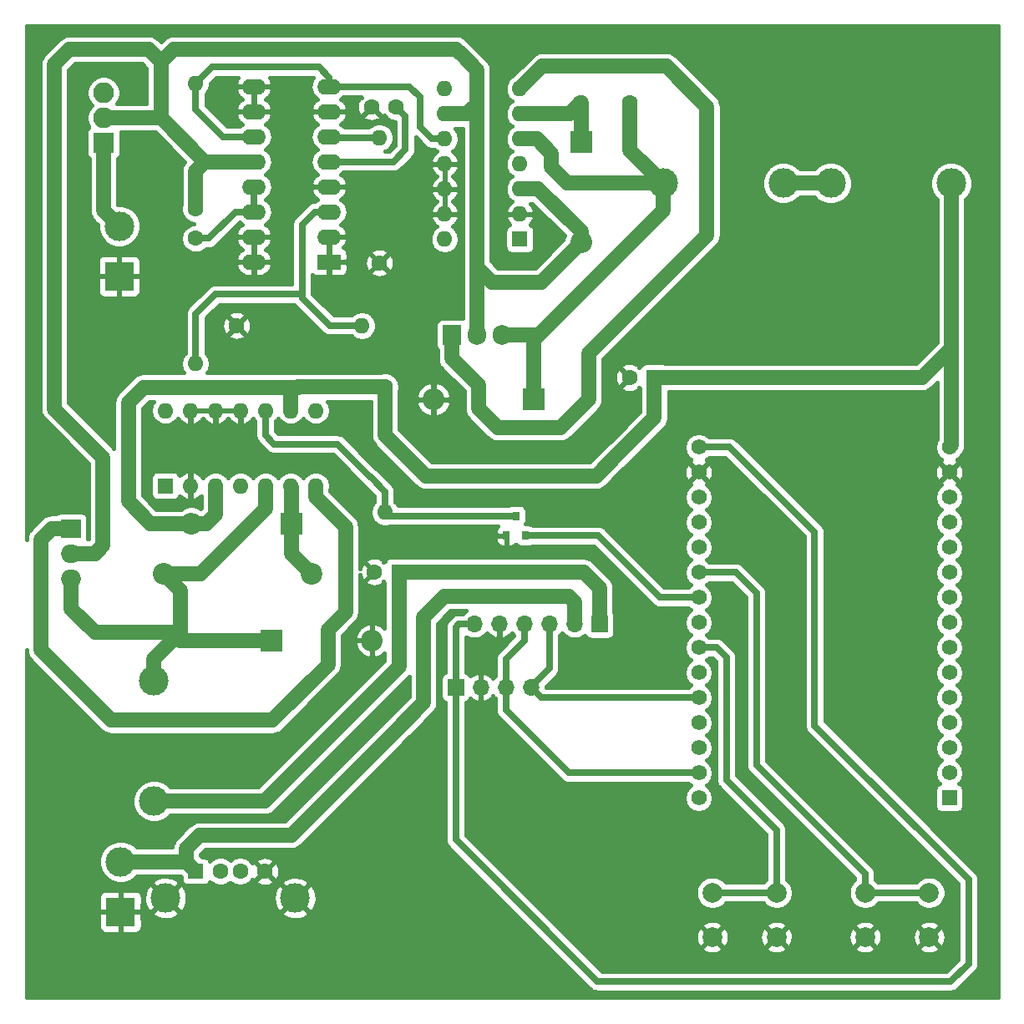
<source format=gbr>
%TF.GenerationSoftware,KiCad,Pcbnew,(5.1.10-1-10_14)*%
%TF.CreationDate,2022-02-05T19:01:55-05:00*%
%TF.ProjectId,Proyecto_ELPO_PV,50726f79-6563-4746-9f5f-454c504f5f50,rev?*%
%TF.SameCoordinates,Original*%
%TF.FileFunction,Copper,L2,Bot*%
%TF.FilePolarity,Positive*%
%FSLAX46Y46*%
G04 Gerber Fmt 4.6, Leading zero omitted, Abs format (unit mm)*
G04 Created by KiCad (PCBNEW (5.1.10-1-10_14)) date 2022-02-05 19:01:55*
%MOMM*%
%LPD*%
G01*
G04 APERTURE LIST*
%TA.AperFunction,ComponentPad*%
%ADD10R,2.100000X2.100000*%
%TD*%
%TA.AperFunction,ComponentPad*%
%ADD11O,2.100000X2.100000*%
%TD*%
%TA.AperFunction,ComponentPad*%
%ADD12C,3.000000*%
%TD*%
%TA.AperFunction,ComponentPad*%
%ADD13R,3.000000X3.000000*%
%TD*%
%TA.AperFunction,ComponentPad*%
%ADD14O,1.600000X1.600000*%
%TD*%
%TA.AperFunction,ComponentPad*%
%ADD15R,1.600000X1.600000*%
%TD*%
%TA.AperFunction,ComponentPad*%
%ADD16C,1.560000*%
%TD*%
%TA.AperFunction,ComponentPad*%
%ADD17R,1.560000X1.560000*%
%TD*%
%TA.AperFunction,ComponentPad*%
%ADD18R,1.700000X1.700000*%
%TD*%
%TA.AperFunction,ComponentPad*%
%ADD19O,1.700000X1.700000*%
%TD*%
%TA.AperFunction,ComponentPad*%
%ADD20C,2.000000*%
%TD*%
%TA.AperFunction,ComponentPad*%
%ADD21R,1.600000X1.500000*%
%TD*%
%TA.AperFunction,ComponentPad*%
%ADD22C,1.600000*%
%TD*%
%TA.AperFunction,ComponentPad*%
%ADD23R,2.200000X2.200000*%
%TD*%
%TA.AperFunction,ComponentPad*%
%ADD24O,2.200000X2.200000*%
%TD*%
%TA.AperFunction,ComponentPad*%
%ADD25O,2.000000X1.905000*%
%TD*%
%TA.AperFunction,ComponentPad*%
%ADD26R,2.000000X1.905000*%
%TD*%
%TA.AperFunction,ComponentPad*%
%ADD27C,2.200000*%
%TD*%
%TA.AperFunction,ComponentPad*%
%ADD28R,1.905000X2.000000*%
%TD*%
%TA.AperFunction,ComponentPad*%
%ADD29O,1.905000X2.000000*%
%TD*%
%TA.AperFunction,ComponentPad*%
%ADD30R,2.400000X1.600000*%
%TD*%
%TA.AperFunction,ComponentPad*%
%ADD31O,2.400000X1.600000*%
%TD*%
%TA.AperFunction,SMDPad,CuDef*%
%ADD32R,0.800000X0.900000*%
%TD*%
%TA.AperFunction,Conductor*%
%ADD33C,1.500000*%
%TD*%
%TA.AperFunction,Conductor*%
%ADD34C,0.700000*%
%TD*%
%TA.AperFunction,Conductor*%
%ADD35C,0.400000*%
%TD*%
%TA.AperFunction,Conductor*%
%ADD36C,0.100000*%
%TD*%
G04 APERTURE END LIST*
D10*
%TO.P,OFF/ON,1*%
%TO.N,Net-(ON/OFF1-Pad1)*%
X47447200Y-40728900D03*
D11*
%TO.P,OFF/ON,2*%
%TO.N,Vpv*%
X47447200Y-38188900D03*
%TO.P,OFF/ON,*%
%TO.N,*%
X47447200Y-35648900D03*
%TD*%
D12*
%TO.P,OUTPUT,2*%
%TO.N,Net-(J1-Pad1)*%
X49174400Y-113588800D03*
D13*
%TO.P,OUTPUT,1*%
%TO.N,GND*%
X49174400Y-118668800D03*
%TD*%
%TO.P,INPUT,2*%
%TO.N,GND*%
X49034700Y-54241700D03*
D12*
%TO.P,INPUT,1*%
%TO.N,Net-(ON/OFF1-Pad1)*%
X49034700Y-49161700D03*
%TD*%
D14*
%TO.P,U1,14*%
%TO.N,Net-(U1-Pad14)*%
X82016600Y-50482500D03*
%TO.P,U1,7*%
%TO.N,/driver1/PWM_out*%
X89636600Y-35242500D03*
%TO.P,U1,13*%
%TO.N,GND*%
X82016600Y-47942500D03*
%TO.P,U1,6*%
%TO.N,Net-(CB1-Pad1)*%
X89636600Y-37782500D03*
%TO.P,U1,12*%
%TO.N,GND*%
X82016600Y-45402500D03*
%TO.P,U1,5*%
%TO.N,/buck1/Vs*%
X89636600Y-40322500D03*
%TO.P,U1,11*%
%TO.N,GND*%
X82016600Y-42862500D03*
%TO.P,U1,4*%
%TO.N,Net-(U1-Pad4)*%
X89636600Y-42862500D03*
%TO.P,U1,10*%
%TO.N,/TL494/PWM*%
X82016600Y-40322500D03*
%TO.P,U1,3*%
%TO.N,Vpv*%
X89636600Y-45402500D03*
%TO.P,U1,9*%
X82016600Y-37782500D03*
%TO.P,U1,2*%
%TO.N,GND*%
X89636600Y-47942500D03*
%TO.P,U1,8*%
%TO.N,Net-(U1-Pad8)*%
X82016600Y-35242500D03*
D15*
%TO.P,U1,1*%
%TO.N,Net-(U1-Pad1)*%
X89636600Y-50482500D03*
%TD*%
D16*
%TO.P,U4,30*%
%TO.N,Net-(U4-Pad30)*%
X107772200Y-71576000D03*
%TO.P,U4,29*%
%TO.N,GND*%
X107772200Y-74116000D03*
%TO.P,U4,28*%
%TO.N,Net-(U4-Pad28)*%
X107772200Y-76656000D03*
%TO.P,U4,27*%
%TO.N,Net-(U4-Pad27)*%
X107772200Y-79196000D03*
%TO.P,U4,26*%
%TO.N,Net-(U4-Pad26)*%
X107772200Y-81736000D03*
%TO.P,U4,25*%
%TO.N,Net-(U4-Pad25)*%
X107772200Y-84276000D03*
%TO.P,U4,24*%
%TO.N,Net-(Q3-Pad1)*%
X107772200Y-86816000D03*
%TO.P,U4,23*%
%TO.N,Net-(U4-Pad23)*%
X107772200Y-89356000D03*
%TO.P,U4,22*%
%TO.N,Net-(U4-Pad22)*%
X107772200Y-91896000D03*
%TO.P,U4,21*%
%TO.N,Net-(U4-Pad21)*%
X107772200Y-94436000D03*
%TO.P,U4,20*%
%TO.N,Net-(U4-Pad20)*%
X107772200Y-96976000D03*
%TO.P,U4,19*%
%TO.N,Net-(U4-Pad19)*%
X107772200Y-99516000D03*
%TO.P,U4,18*%
%TO.N,Net-(U4-Pad18)*%
X107772200Y-102056000D03*
%TO.P,U4,17*%
%TO.N,Net-(U4-Pad17)*%
X107772200Y-104596000D03*
%TO.P,U4,16*%
%TO.N,Net-(U4-Pad16)*%
X107772200Y-107136000D03*
%TO.P,U4,1*%
%TO.N,/driver2/Vcc*%
X133172200Y-71576000D03*
%TO.P,U4,2*%
%TO.N,GND*%
X133172200Y-74116000D03*
%TO.P,U4,3*%
%TO.N,Net-(U4-Pad3)*%
X133172200Y-76656000D03*
%TO.P,U4,4*%
%TO.N,Net-(U4-Pad4)*%
X133172200Y-79196000D03*
%TO.P,U4,5*%
%TO.N,Net-(U4-Pad5)*%
X133172200Y-81736000D03*
%TO.P,U4,6*%
%TO.N,Net-(U4-Pad6)*%
X133172200Y-84276000D03*
%TO.P,U4,7*%
%TO.N,Net-(U4-Pad7)*%
X133172200Y-86816000D03*
%TO.P,U4,8*%
%TO.N,Net-(U4-Pad8)*%
X133172200Y-89356000D03*
%TO.P,U4,9*%
%TO.N,Net-(U4-Pad9)*%
X133172200Y-91896000D03*
%TO.P,U4,10*%
%TO.N,Net-(U4-Pad10)*%
X133172200Y-94436000D03*
%TO.P,U4,11*%
%TO.N,Net-(U4-Pad11)*%
X133172200Y-96976000D03*
%TO.P,U4,12*%
%TO.N,Net-(U4-Pad12)*%
X133172200Y-99516000D03*
%TO.P,U4,13*%
%TO.N,Net-(U4-Pad13)*%
X133172200Y-102056000D03*
%TO.P,U4,14*%
%TO.N,Net-(U4-Pad14)*%
X133172200Y-104596000D03*
D17*
%TO.P,U4,15*%
%TO.N,Net-(U4-Pad15)*%
X133172200Y-107136000D03*
%TD*%
D18*
%TO.P,oled1,4*%
%TO.N,Net-(U4-Pad30)*%
X83134200Y-95910400D03*
D19*
%TO.P,oled1,3*%
%TO.N,GND*%
X85674200Y-95910400D03*
%TO.P,oled1,2*%
%TO.N,Net-(U4-Pad17)*%
X88214200Y-95910400D03*
%TO.P,oled1,1*%
%TO.N,Net-(U4-Pad20)*%
X90754200Y-95910400D03*
%TD*%
D18*
%TO.P,sen1,6*%
%TO.N,/buck2/Vout*%
X97726500Y-89496900D03*
D19*
%TO.P,sen1,5*%
%TO.N,Net-(J1-Pad1)*%
X95186500Y-89496900D03*
%TO.P,sen1,4*%
%TO.N,Net-(U4-Pad20)*%
X92646500Y-89496900D03*
%TO.P,sen1,3*%
%TO.N,Net-(U4-Pad17)*%
X90106500Y-89496900D03*
%TO.P,sen1,2*%
%TO.N,GND*%
X87566500Y-89496900D03*
%TO.P,sen1,1*%
%TO.N,Net-(U4-Pad30)*%
X85026500Y-89496900D03*
%TD*%
D20*
%TO.P,down,2*%
%TO.N,GND*%
X124637800Y-121238400D03*
%TO.P,down,1*%
%TO.N,Net-(U4-Pad25)*%
X124637800Y-116738400D03*
%TO.P,down,2*%
%TO.N,GND*%
X131137800Y-121238400D03*
%TO.P,down,1*%
%TO.N,Net-(U4-Pad25)*%
X131137800Y-116738400D03*
%TD*%
%TO.P,up,1*%
%TO.N,Net-(U4-Pad22)*%
X115656500Y-116738400D03*
%TO.P,up,2*%
%TO.N,GND*%
X115656500Y-121238400D03*
%TO.P,up,1*%
%TO.N,Net-(U4-Pad22)*%
X109156500Y-116738400D03*
%TO.P,up,2*%
%TO.N,GND*%
X109156500Y-121238400D03*
%TD*%
D12*
%TO.P,OUT2,5*%
%TO.N,GND*%
X53724400Y-117276700D03*
X66864400Y-117276700D03*
D21*
%TO.P,OUT2,1*%
%TO.N,Net-(J1-Pad1)*%
X56794400Y-114566700D03*
D22*
%TO.P,OUT2,2*%
%TO.N,Net-(J1-Pad2)*%
X59294400Y-114566700D03*
%TO.P,OUT2,3*%
%TO.N,Net-(J1-Pad3)*%
X61294400Y-114566700D03*
%TO.P,OUT2,4*%
%TO.N,GND*%
X63794400Y-114566700D03*
%TD*%
D15*
%TO.P,C2,1*%
%TO.N,/buck2/Vout*%
X77393800Y-84213700D03*
D22*
%TO.P,C2,2*%
%TO.N,GND*%
X74893800Y-84213700D03*
%TD*%
D23*
%TO.P,D2,1*%
%TO.N,/buck2/Vs*%
X64503300Y-91160600D03*
D24*
%TO.P,D2,2*%
%TO.N,GND*%
X74663300Y-91160600D03*
%TD*%
D12*
%TO.P,L2,2*%
%TO.N,/buck2/Vout*%
X52539900Y-107450000D03*
%TO.P,L2,1*%
%TO.N,/buck2/Vs*%
X52539900Y-95250000D03*
%TD*%
D25*
%TO.P,Q2,3*%
%TO.N,/buck2/Vs*%
X44145200Y-84886800D03*
%TO.P,Q2,2*%
%TO.N,Vpv*%
X44145200Y-82346800D03*
D26*
%TO.P,Q2,1*%
%TO.N,/driver2/PWM_out*%
X44145200Y-79806800D03*
%TD*%
D22*
%TO.P,R1,1*%
%TO.N,/driver2/Vcc*%
X75971400Y-65468500D03*
D14*
%TO.P,R1,2*%
%TO.N,/driver2/PWM_in*%
X75971400Y-78168500D03*
%TD*%
D15*
%TO.P,U2,1*%
%TO.N,Net-(U2-Pad1)*%
X53708300Y-75488800D03*
D14*
%TO.P,U2,8*%
%TO.N,Net-(U2-Pad8)*%
X68948300Y-67868800D03*
%TO.P,U2,2*%
%TO.N,GND*%
X56248300Y-75488800D03*
%TO.P,U2,9*%
%TO.N,/driver2/Vcc*%
X66408300Y-67868800D03*
%TO.P,U2,3*%
X58788300Y-75488800D03*
%TO.P,U2,10*%
%TO.N,/driver2/PWM_in*%
X63868300Y-67868800D03*
%TO.P,U2,4*%
%TO.N,Net-(U2-Pad4)*%
X61328300Y-75488800D03*
%TO.P,U2,11*%
%TO.N,GND*%
X61328300Y-67868800D03*
%TO.P,U2,5*%
%TO.N,/buck2/Vs*%
X63868300Y-75488800D03*
%TO.P,U2,12*%
%TO.N,GND*%
X58788300Y-67868800D03*
%TO.P,U2,6*%
%TO.N,Net-(CB2-Pad1)*%
X66408300Y-75488800D03*
%TO.P,U2,13*%
%TO.N,GND*%
X56248300Y-67868800D03*
%TO.P,U2,7*%
%TO.N,/driver2/PWM_out*%
X68948300Y-75488800D03*
%TO.P,U2,14*%
%TO.N,Net-(U2-Pad14)*%
X53708300Y-67868800D03*
%TD*%
D24*
%TO.P,DB2,2*%
%TO.N,/driver2/Vcc*%
X56349900Y-79311500D03*
D23*
%TO.P,DB2,1*%
%TO.N,Net-(CB2-Pad1)*%
X66509900Y-79311500D03*
%TD*%
D27*
%TO.P,CB2,1*%
%TO.N,Net-(CB2-Pad1)*%
X68567300Y-84442300D03*
%TO.P,CB2,2*%
%TO.N,/buck2/Vs*%
X53567300Y-84442300D03*
%TD*%
D22*
%TO.P,Rd2,1*%
%TO.N,GND*%
X60934600Y-59258200D03*
D14*
%TO.P,Rd2,2*%
%TO.N,Net-(Rd1-Pad2)*%
X73634600Y-59258200D03*
%TD*%
D28*
%TO.P,Q1,1*%
%TO.N,/driver1/PWM_out*%
X82740500Y-60223400D03*
D29*
%TO.P,Q1,2*%
%TO.N,Vpv*%
X85280500Y-60223400D03*
%TO.P,Q1,3*%
%TO.N,/buck1/Vs*%
X87820500Y-60223400D03*
%TD*%
D24*
%TO.P,DB1,2*%
%TO.N,Vpv*%
X95834200Y-50838100D03*
D23*
%TO.P,DB1,1*%
%TO.N,Net-(CB1-Pad1)*%
X95834200Y-40678100D03*
%TD*%
D22*
%TO.P,CB1,1*%
%TO.N,Net-(CB1-Pad1)*%
X95796100Y-36639500D03*
%TO.P,CB1,2*%
%TO.N,/buck1/Vs*%
X100796100Y-36639500D03*
%TD*%
D24*
%TO.P,D1,2*%
%TO.N,GND*%
X80899000Y-66738500D03*
D23*
%TO.P,D1,1*%
%TO.N,/buck1/Vs*%
X91059000Y-66738500D03*
%TD*%
D12*
%TO.P,L11,1*%
%TO.N,/buck1/Vs*%
X104152700Y-44805600D03*
%TO.P,L11,2*%
%TO.N,Net-(L11-Pad2)*%
X116352700Y-44805600D03*
%TD*%
%TO.P,L12,2*%
%TO.N,/driver2/Vcc*%
X133370700Y-44818300D03*
%TO.P,L12,1*%
%TO.N,Net-(L11-Pad2)*%
X121170700Y-44818300D03*
%TD*%
D14*
%TO.P,R2,2*%
%TO.N,/TL494/PWM*%
X56781700Y-34696400D03*
D22*
%TO.P,R2,1*%
%TO.N,Vpv*%
X56781700Y-47396400D03*
%TD*%
D30*
%TO.P,U3,1*%
%TO.N,GND*%
X70307200Y-52793900D03*
D31*
%TO.P,U3,9*%
X62687200Y-35013900D03*
%TO.P,U3,2*%
X70307200Y-50253900D03*
%TO.P,U3,10*%
X62687200Y-37553900D03*
%TO.P,U3,3*%
%TO.N,Net-(Rd1-Pad2)*%
X70307200Y-47713900D03*
%TO.P,U3,11*%
%TO.N,/TL494/PWM*%
X62687200Y-40093900D03*
%TO.P,U3,4*%
%TO.N,GND*%
X70307200Y-45173900D03*
%TO.P,U3,12*%
%TO.N,Vpv*%
X62687200Y-42633900D03*
%TO.P,U3,5*%
%TO.N,Net-(CT1-Pad1)*%
X70307200Y-42633900D03*
%TO.P,U3,13*%
%TO.N,Net-(Rd1-Pad1)*%
X62687200Y-45173900D03*
%TO.P,U3,6*%
%TO.N,Net-(RT1-Pad2)*%
X70307200Y-40093900D03*
%TO.P,U3,14*%
%TO.N,Net-(Rd1-Pad1)*%
X62687200Y-47713900D03*
%TO.P,U3,7*%
%TO.N,GND*%
X70307200Y-37553900D03*
%TO.P,U3,15*%
X62687200Y-50253900D03*
%TO.P,U3,8*%
%TO.N,/TL494/PWM*%
X70307200Y-35013900D03*
%TO.P,U3,16*%
%TO.N,GND*%
X62687200Y-52793900D03*
%TD*%
D15*
%TO.P,C1,1*%
%TO.N,/driver2/Vcc*%
X103276400Y-64516000D03*
D22*
%TO.P,C1,2*%
%TO.N,GND*%
X100776400Y-64516000D03*
%TD*%
%TO.P,CT1,1*%
%TO.N,Net-(CT1-Pad1)*%
X77114400Y-37071300D03*
%TO.P,CT1,2*%
%TO.N,GND*%
X74614400Y-37071300D03*
%TD*%
D32*
%TO.P,Q3,1*%
%TO.N,Net-(Q3-Pad1)*%
X90192900Y-80527400D03*
%TO.P,Q3,2*%
%TO.N,GND*%
X88292900Y-80527400D03*
%TO.P,Q3,3*%
%TO.N,/driver2/PWM_in*%
X89242900Y-78527400D03*
%TD*%
D22*
%TO.P,Rd1,1*%
%TO.N,Net-(Rd1-Pad1)*%
X56781700Y-50406300D03*
D14*
%TO.P,Rd1,2*%
%TO.N,Net-(Rd1-Pad2)*%
X56781700Y-63106300D03*
%TD*%
%TO.P,RT1,2*%
%TO.N,Net-(RT1-Pad2)*%
X75399900Y-40195500D03*
D22*
%TO.P,RT1,1*%
%TO.N,GND*%
X75399900Y-52895500D03*
%TD*%
D33*
%TO.N,Vpv*%
X49885600Y-38188900D02*
X53263800Y-38188900D01*
X57708800Y-42633900D02*
X62687200Y-42633900D01*
X53263800Y-38188900D02*
X57708800Y-42633900D01*
X56781700Y-43561000D02*
X57708800Y-42633900D01*
X56781700Y-47396400D02*
X56781700Y-43561000D01*
X53263800Y-32550100D02*
X54559200Y-31254700D01*
X54559200Y-31254700D02*
X83197700Y-31254700D01*
X53263800Y-38188900D02*
X53263800Y-32550100D01*
X85280500Y-60223400D02*
X85280500Y-58674000D01*
X89636600Y-45402500D02*
X91503500Y-45402500D01*
X95834200Y-49733200D02*
X95834200Y-50838100D01*
X91503500Y-45402500D02*
X95834200Y-49733200D01*
X44145200Y-82346800D02*
X46558200Y-82346800D01*
X46558200Y-82346800D02*
X47396400Y-81508600D01*
X47396400Y-81508600D02*
X47396400Y-72618600D01*
X47396400Y-72618600D02*
X42468800Y-67691000D01*
X42468800Y-32778700D02*
X43992800Y-31254700D01*
X42468800Y-67691000D02*
X42468800Y-32778700D01*
X51981100Y-31254700D02*
X51981100Y-31267400D01*
X51981100Y-31267400D02*
X53263800Y-32550100D01*
X43992800Y-31254700D02*
X51981100Y-31254700D01*
X85280500Y-33337500D02*
X83896200Y-31953200D01*
X83896200Y-31953200D02*
X84709000Y-32766000D01*
X83197700Y-31254700D02*
X83896200Y-31953200D01*
X84289900Y-37782500D02*
X85280500Y-36791900D01*
X85280500Y-36791900D02*
X85280500Y-33337500D01*
X82016600Y-37782500D02*
X84289900Y-37782500D01*
X86817200Y-54838600D02*
X85280500Y-53301900D01*
X95834200Y-50838100D02*
X91833700Y-54838600D01*
X85280500Y-53301900D02*
X85280500Y-36791900D01*
X91833700Y-54838600D02*
X86817200Y-54838600D01*
X85280500Y-60223400D02*
X85280500Y-53301900D01*
X49885600Y-38188900D02*
X47447200Y-38188900D01*
D34*
%TO.N,/TL494/PWM*%
X62687200Y-40093900D02*
X59550300Y-40093900D01*
X56781700Y-37325300D02*
X56781700Y-34696400D01*
X59550300Y-40093900D02*
X56781700Y-37325300D01*
X70307200Y-35013900D02*
X70307200Y-34086800D01*
X70307200Y-34086800D02*
X69253100Y-33032700D01*
X58445400Y-33032700D02*
X56781700Y-34696400D01*
X69253100Y-33032700D02*
X58445400Y-33032700D01*
X70307200Y-35013900D02*
X78435200Y-35013900D01*
X78435200Y-35013900D02*
X79514700Y-36093400D01*
X79514700Y-36093400D02*
X79514700Y-39090600D01*
X80746600Y-40322500D02*
X82016600Y-40322500D01*
X79514700Y-39090600D02*
X80746600Y-40322500D01*
D33*
%TO.N,/buck1/Vs*%
X89636600Y-40322500D02*
X91351100Y-40322500D01*
X91351100Y-40322500D02*
X92849700Y-41821100D01*
X92849700Y-41821100D02*
X92849700Y-43192700D01*
X94462600Y-44805600D02*
X104152700Y-44805600D01*
X92849700Y-43192700D02*
X94462600Y-44805600D01*
X100796100Y-41449000D02*
X104152700Y-44805600D01*
X100796100Y-36639500D02*
X100796100Y-41449000D01*
X91516200Y-60223400D02*
X104152700Y-47586900D01*
X104152700Y-47586900D02*
X104152700Y-44805600D01*
X87820500Y-60223400D02*
X91516200Y-60223400D01*
X91059000Y-60680600D02*
X91516200Y-60223400D01*
X91059000Y-66738500D02*
X91059000Y-60680600D01*
%TO.N,Net-(CB1-Pad1)*%
X95834200Y-36677600D02*
X95796100Y-36639500D01*
X95834200Y-40678100D02*
X95834200Y-36677600D01*
X94653100Y-37782500D02*
X95796100Y-36639500D01*
X89636600Y-37782500D02*
X94653100Y-37782500D01*
%TO.N,/driver1/PWM_out*%
X82740500Y-60223400D02*
X82740500Y-62585600D01*
X82740500Y-62585600D02*
X85445600Y-65290700D01*
X85445600Y-65290700D02*
X85445600Y-67652900D01*
X85445600Y-67652900D02*
X87388700Y-69596000D01*
X87388700Y-69596000D02*
X93764100Y-69596000D01*
X93764100Y-69596000D02*
X96634300Y-66725800D01*
X96634300Y-66725800D02*
X96634300Y-62064900D01*
X96634300Y-62064900D02*
X108610400Y-50088800D01*
X108610400Y-50088800D02*
X108610400Y-37071300D01*
X108610400Y-37071300D02*
X104495600Y-32956500D01*
X91922600Y-32956500D02*
X89636600Y-35242500D01*
X104495600Y-32956500D02*
X91922600Y-32956500D01*
%TO.N,/driver2/PWM_out*%
X44145200Y-79806800D02*
X42202100Y-79806800D01*
X42202100Y-79806800D02*
X41084500Y-80924400D01*
X41084500Y-80924400D02*
X41084500Y-92113100D01*
X41084500Y-92113100D02*
X48221900Y-99250500D01*
X68948300Y-76657200D02*
X68948300Y-75488800D01*
X71958200Y-79667100D02*
X68948300Y-76657200D01*
X48221900Y-99250500D02*
X64541400Y-99250500D01*
X64541400Y-99250500D02*
X70180200Y-93611700D01*
X70180200Y-93611700D02*
X70180200Y-90055700D01*
X71958200Y-88277700D02*
X71958200Y-79667100D01*
X70180200Y-90055700D02*
X71958200Y-88277700D01*
%TO.N,Net-(CB2-Pad1)*%
X66509900Y-82384900D02*
X66509900Y-79311500D01*
X68567300Y-84442300D02*
X66509900Y-82384900D01*
X66509900Y-75590400D02*
X66408300Y-75488800D01*
X66509900Y-79311500D02*
X66509900Y-75590400D01*
%TO.N,/buck2/Vs*%
X63868300Y-77800200D02*
X63868300Y-75488800D01*
X57226200Y-84442300D02*
X63868300Y-77800200D01*
X53567300Y-84442300D02*
X57226200Y-84442300D01*
X52539900Y-93065600D02*
X55232300Y-90373200D01*
X52539900Y-95250000D02*
X52539900Y-93065600D01*
X55232300Y-86107300D02*
X53567300Y-84442300D01*
X55232300Y-90373200D02*
X55232300Y-86107300D01*
X44145200Y-87960200D02*
X44145200Y-84886800D01*
X46558200Y-90373200D02*
X44145200Y-87960200D01*
X55257700Y-91160600D02*
X54470300Y-90373200D01*
X54470300Y-90373200D02*
X46558200Y-90373200D01*
X64503300Y-91160600D02*
X55257700Y-91160600D01*
X55232300Y-90373200D02*
X54470300Y-90373200D01*
D34*
%TO.N,/driver2/PWM_in*%
X63868300Y-67868800D02*
X63868300Y-70396100D01*
X63868300Y-70396100D02*
X64744600Y-71272400D01*
X64744600Y-71272400D02*
X71145400Y-71272400D01*
X71145400Y-71272400D02*
X74472800Y-74599800D01*
X74472800Y-74599800D02*
X74498200Y-74599800D01*
X75971400Y-76073000D02*
X75971400Y-78168500D01*
X74498200Y-74599800D02*
X75971400Y-76073000D01*
X76330300Y-78527400D02*
X75971400Y-78168500D01*
X89242900Y-78527400D02*
X76330300Y-78527400D01*
D33*
%TO.N,/driver2/Vcc*%
X66408300Y-67868800D02*
X66408300Y-66243200D01*
X56349900Y-79311500D02*
X57835800Y-79311500D01*
X58788300Y-78359000D02*
X58788300Y-75488800D01*
X57835800Y-79311500D02*
X58788300Y-78359000D01*
X56349900Y-79311500D02*
X52197000Y-79311500D01*
X52197000Y-79311500D02*
X49961800Y-77076300D01*
X49961800Y-77076300D02*
X49961800Y-67017900D01*
X49961800Y-67017900D02*
X51485800Y-65493900D01*
X133370700Y-71377500D02*
X133172200Y-71576000D01*
X130390900Y-64516000D02*
X133370700Y-61536200D01*
X133370700Y-61536200D02*
X133370700Y-71377500D01*
X103276400Y-64516000D02*
X130390900Y-64516000D01*
X133370700Y-44818300D02*
X133370700Y-61536200D01*
X99707700Y-72148700D02*
X97358200Y-74498200D01*
X99720400Y-72148700D02*
X99707700Y-72148700D01*
X97358200Y-74498200D02*
X80124300Y-74498200D01*
X103276400Y-68592700D02*
X99720400Y-72148700D01*
X103276400Y-64516000D02*
X103276400Y-68592700D01*
X75971400Y-70345300D02*
X80124300Y-74498200D01*
X75971400Y-65468500D02*
X75971400Y-70345300D01*
X51485800Y-65493900D02*
X67157600Y-65493900D01*
X67183000Y-65468500D02*
X67157600Y-65493900D01*
X75971400Y-65468500D02*
X67183000Y-65468500D01*
D34*
%TO.N,Net-(U4-Pad30)*%
X107772200Y-71576000D02*
X110895200Y-71576000D01*
X119519700Y-80200500D02*
X119519700Y-83578700D01*
X110895200Y-71576000D02*
X119519700Y-80200500D01*
X119519700Y-83578700D02*
X119519700Y-81572100D01*
X83426300Y-89496900D02*
X85026500Y-89496900D01*
X83134200Y-89789000D02*
X83426300Y-89496900D01*
X83134200Y-95910400D02*
X83134200Y-89789000D01*
X119519700Y-99783900D02*
X119519700Y-98869500D01*
X135128000Y-115392200D02*
X119519700Y-99783900D01*
X83134200Y-111353600D02*
X97523300Y-125742700D01*
X83134200Y-95910400D02*
X83134200Y-111353600D01*
X133311900Y-125742700D02*
X135128000Y-123926600D01*
X97523300Y-125742700D02*
X133311900Y-125742700D01*
X135128000Y-123926600D02*
X135128000Y-115392200D01*
X119519700Y-83578700D02*
X119519700Y-98869500D01*
%TO.N,Net-(U4-Pad25)*%
X107772200Y-84276000D02*
X111542900Y-84276000D01*
X113626900Y-86360000D02*
X113626900Y-90373200D01*
X111542900Y-84276000D02*
X113626900Y-86360000D01*
X113626900Y-90373200D02*
X113626900Y-88150700D01*
X113626900Y-103809800D02*
X113626900Y-90373200D01*
X131137800Y-116738400D02*
X124637800Y-116738400D01*
X124637800Y-114820700D02*
X113626900Y-103809800D01*
X124637800Y-116738400D02*
X124637800Y-114820700D01*
%TO.N,Net-(U4-Pad22)*%
X115656500Y-110360600D02*
X110578900Y-105283000D01*
X107772200Y-91896000D02*
X109574400Y-91896000D01*
X110578900Y-92900500D02*
X110578900Y-105283000D01*
X109574400Y-91896000D02*
X110578900Y-92900500D01*
X109156500Y-116738400D02*
X115656500Y-116738400D01*
X115656500Y-116738400D02*
X115656500Y-110360600D01*
%TO.N,Net-(U4-Pad17)*%
X88214200Y-95910400D02*
X88214200Y-98196400D01*
X94613800Y-104596000D02*
X107772200Y-104596000D01*
X88214200Y-98196400D02*
X94613800Y-104596000D01*
X88214200Y-93040200D02*
X88214200Y-95910400D01*
X90106500Y-91147900D02*
X88214200Y-93040200D01*
X90106500Y-89496900D02*
X90106500Y-91147900D01*
%TO.N,Net-(Q3-Pad1)*%
X97583500Y-80527400D02*
X90192900Y-80527400D01*
X107772200Y-86816000D02*
X103859400Y-86816000D01*
X97583500Y-80540100D02*
X97583500Y-80527400D01*
X103859400Y-86816000D02*
X97583500Y-80540100D01*
D33*
%TO.N,/buck2/Vout*%
X52539900Y-107450000D02*
X63746000Y-107450000D01*
X77393800Y-93802200D02*
X77393800Y-84213700D01*
X63746000Y-107450000D02*
X77393800Y-93802200D01*
X96088200Y-84213700D02*
X97726500Y-85852000D01*
X97726500Y-85852000D02*
X97726500Y-89496900D01*
X77393800Y-84213700D02*
X96088200Y-84213700D01*
D34*
%TO.N,Net-(CT1-Pad1)*%
X77114400Y-37071300D02*
X78028800Y-37985700D01*
X78028800Y-37985700D02*
X78028800Y-41427400D01*
X76822300Y-42633900D02*
X70307200Y-42633900D01*
X78028800Y-41427400D02*
X76822300Y-42633900D01*
D33*
%TO.N,Net-(J1-Pad1)*%
X77990700Y-99377500D02*
X76796900Y-100571300D01*
X82003900Y-86702900D02*
X94589600Y-86702900D01*
X79860999Y-88845801D02*
X82003900Y-86702900D01*
X95186500Y-87299800D02*
X95186500Y-89496900D01*
X76796900Y-100552698D02*
X79860999Y-97488599D01*
X94589600Y-86702900D02*
X95186500Y-87299800D01*
X79860999Y-97488599D02*
X79860999Y-88845801D01*
X76796900Y-100571300D02*
X76796900Y-100552698D01*
X66459100Y-110909100D02*
X57200800Y-110909100D01*
X76796900Y-100571300D02*
X66459100Y-110909100D01*
X57200800Y-110909100D02*
X55816500Y-112293400D01*
X55816500Y-112293400D02*
X55816500Y-113588800D01*
X55816500Y-113588800D02*
X56794400Y-114566700D01*
X49174400Y-113588800D02*
X55816500Y-113588800D01*
%TO.N,Net-(L11-Pad2)*%
X121158000Y-44805600D02*
X121170700Y-44818300D01*
X116352700Y-44805600D02*
X121158000Y-44805600D01*
%TO.N,Net-(ON/OFF1-Pad1)*%
X47447200Y-47574200D02*
X49034700Y-49161700D01*
X47447200Y-40728900D02*
X47447200Y-47574200D01*
D34*
%TO.N,Net-(Rd1-Pad1)*%
X56718200Y-50393600D02*
X58115200Y-50393600D01*
X60794900Y-47713900D02*
X62687200Y-47713900D01*
X58115200Y-50393600D02*
X60794900Y-47713900D01*
X62687200Y-47713900D02*
X62687200Y-45173900D01*
%TO.N,Net-(Rd1-Pad2)*%
X70307200Y-47713900D02*
X68884800Y-47713900D01*
X68884800Y-47713900D02*
X67576700Y-49022000D01*
X67576700Y-49022000D02*
X67576700Y-56311800D01*
X56781700Y-63106300D02*
X56781700Y-58051700D01*
X56781700Y-58051700D02*
X58775600Y-56057800D01*
X67322700Y-56057800D02*
X67576700Y-56311800D01*
X58775600Y-56057800D02*
X67322700Y-56057800D01*
X67576700Y-56311800D02*
X67576700Y-56464200D01*
X70370700Y-59258200D02*
X73634600Y-59258200D01*
X67576700Y-56464200D02*
X70370700Y-59258200D01*
%TO.N,Net-(RT1-Pad2)*%
X70408800Y-40195500D02*
X70307200Y-40093900D01*
X75399900Y-40195500D02*
X70408800Y-40195500D01*
%TO.N,Net-(U4-Pad20)*%
X91668600Y-94996000D02*
X90754200Y-95910400D01*
X91819800Y-96976000D02*
X90754200Y-95910400D01*
X107772200Y-96976000D02*
X91819800Y-96976000D01*
X92646500Y-94018100D02*
X91668600Y-94996000D01*
X92646500Y-89496900D02*
X92646500Y-94018100D01*
%TD*%
D35*
%TO.N,GND*%
X138104001Y-127372500D02*
X39620000Y-127372500D01*
X39620000Y-120168800D01*
X46962974Y-120168800D01*
X46976644Y-120307592D01*
X47017128Y-120441051D01*
X47082871Y-120564047D01*
X47171346Y-120671854D01*
X47279153Y-120760329D01*
X47402149Y-120826072D01*
X47535608Y-120866556D01*
X47674400Y-120880226D01*
X48943400Y-120876800D01*
X49120400Y-120699800D01*
X49120400Y-118722800D01*
X49228400Y-118722800D01*
X49228400Y-120699800D01*
X49405400Y-120876800D01*
X50674400Y-120880226D01*
X50813192Y-120866556D01*
X50946651Y-120826072D01*
X51069647Y-120760329D01*
X51177454Y-120671854D01*
X51265929Y-120564047D01*
X51331672Y-120441051D01*
X51372156Y-120307592D01*
X51385826Y-120168800D01*
X51382400Y-118899800D01*
X51240667Y-118758067D01*
X52319400Y-118758067D01*
X52464363Y-119102862D01*
X52844841Y-119313593D01*
X53259119Y-119446048D01*
X53691278Y-119495137D01*
X54124710Y-119458972D01*
X54542759Y-119338943D01*
X54929358Y-119139663D01*
X54984437Y-119102862D01*
X55129400Y-118758067D01*
X65459400Y-118758067D01*
X65604363Y-119102862D01*
X65984841Y-119313593D01*
X66399119Y-119446048D01*
X66831278Y-119495137D01*
X67264710Y-119458972D01*
X67682759Y-119338943D01*
X68069358Y-119139663D01*
X68124437Y-119102862D01*
X68269400Y-118758067D01*
X66864400Y-117353068D01*
X65459400Y-118758067D01*
X55129400Y-118758067D01*
X53724400Y-117353068D01*
X52319400Y-118758067D01*
X51240667Y-118758067D01*
X51205400Y-118722800D01*
X49228400Y-118722800D01*
X49120400Y-118722800D01*
X47143400Y-118722800D01*
X46966400Y-118899800D01*
X46962974Y-120168800D01*
X39620000Y-120168800D01*
X39620000Y-117168800D01*
X46962974Y-117168800D01*
X46966400Y-118437800D01*
X47143400Y-118614800D01*
X49120400Y-118614800D01*
X49120400Y-116637800D01*
X49228400Y-116637800D01*
X49228400Y-118614800D01*
X51205400Y-118614800D01*
X51382400Y-118437800D01*
X51385624Y-117243578D01*
X51505963Y-117243578D01*
X51542128Y-117677010D01*
X51662157Y-118095059D01*
X51861437Y-118481658D01*
X51898238Y-118536737D01*
X52243033Y-118681700D01*
X53648032Y-117276700D01*
X53800768Y-117276700D01*
X55205767Y-118681700D01*
X55550562Y-118536737D01*
X55761293Y-118156259D01*
X55893748Y-117741981D01*
X55942837Y-117309822D01*
X55937310Y-117243578D01*
X64645963Y-117243578D01*
X64682128Y-117677010D01*
X64802157Y-118095059D01*
X65001437Y-118481658D01*
X65038238Y-118536737D01*
X65383033Y-118681700D01*
X66788032Y-117276700D01*
X66940768Y-117276700D01*
X68345767Y-118681700D01*
X68690562Y-118536737D01*
X68901293Y-118156259D01*
X69033748Y-117741981D01*
X69082837Y-117309822D01*
X69046672Y-116876390D01*
X68926643Y-116458341D01*
X68727363Y-116071742D01*
X68690562Y-116016663D01*
X68345767Y-115871700D01*
X66940768Y-117276700D01*
X66788032Y-117276700D01*
X65383033Y-115871700D01*
X65038238Y-116016663D01*
X64827507Y-116397141D01*
X64695052Y-116811419D01*
X64645963Y-117243578D01*
X55937310Y-117243578D01*
X55906672Y-116876390D01*
X55786643Y-116458341D01*
X55587363Y-116071742D01*
X55550562Y-116016663D01*
X55205767Y-115871700D01*
X53800768Y-117276700D01*
X53648032Y-117276700D01*
X52243033Y-115871700D01*
X51898238Y-116016663D01*
X51687507Y-116397141D01*
X51555052Y-116811419D01*
X51505963Y-117243578D01*
X51385624Y-117243578D01*
X51385826Y-117168800D01*
X51372156Y-117030008D01*
X51331672Y-116896549D01*
X51265929Y-116773553D01*
X51177454Y-116665746D01*
X51069647Y-116577271D01*
X50946651Y-116511528D01*
X50813192Y-116471044D01*
X50674400Y-116457374D01*
X49405400Y-116460800D01*
X49228400Y-116637800D01*
X49120400Y-116637800D01*
X48943400Y-116460800D01*
X47674400Y-116457374D01*
X47535608Y-116471044D01*
X47402149Y-116511528D01*
X47279153Y-116577271D01*
X47171346Y-116665746D01*
X47082871Y-116773553D01*
X47017128Y-116896549D01*
X46976644Y-117030008D01*
X46962974Y-117168800D01*
X39620000Y-117168800D01*
X39620000Y-92118725D01*
X39647597Y-92398918D01*
X39730967Y-92673751D01*
X39826312Y-92852128D01*
X39866353Y-92927040D01*
X40048551Y-93149050D01*
X40104187Y-93194709D01*
X47140295Y-100230819D01*
X47185950Y-100286450D01*
X47407960Y-100468648D01*
X47565207Y-100552698D01*
X47661248Y-100604033D01*
X47936081Y-100687403D01*
X48221900Y-100715554D01*
X48293519Y-100708500D01*
X64469781Y-100708500D01*
X64541400Y-100715554D01*
X64613019Y-100708500D01*
X64827218Y-100687403D01*
X65102052Y-100604033D01*
X65355340Y-100468648D01*
X65577350Y-100286450D01*
X65623014Y-100230808D01*
X71160518Y-94693305D01*
X71216149Y-94647650D01*
X71398348Y-94425640D01*
X71533733Y-94172352D01*
X71617103Y-93897518D01*
X71638200Y-93683319D01*
X71638200Y-93683318D01*
X71645254Y-93611701D01*
X71638200Y-93540084D01*
X71638200Y-91496642D01*
X72886804Y-91496642D01*
X72893433Y-91529972D01*
X72999501Y-91868159D01*
X73169508Y-92179155D01*
X73396921Y-92451008D01*
X73673000Y-92673272D01*
X73987136Y-92837404D01*
X74327257Y-92937098D01*
X74609300Y-92790795D01*
X74609300Y-91214600D01*
X73033194Y-91214600D01*
X72886804Y-91496642D01*
X71638200Y-91496642D01*
X71638200Y-90824558D01*
X72886804Y-90824558D01*
X73033194Y-91106600D01*
X74609300Y-91106600D01*
X74609300Y-89530405D01*
X74327257Y-89384102D01*
X73987136Y-89483796D01*
X73673000Y-89647928D01*
X73396921Y-89870192D01*
X73169508Y-90142045D01*
X72999501Y-90453041D01*
X72893433Y-90791228D01*
X72886804Y-90824558D01*
X71638200Y-90824558D01*
X71638200Y-90659623D01*
X72938523Y-89359301D01*
X72994149Y-89313650D01*
X73039801Y-89258023D01*
X73039804Y-89258020D01*
X73091716Y-89194764D01*
X73176348Y-89091640D01*
X73311733Y-88838352D01*
X73334028Y-88764854D01*
X73395103Y-88563519D01*
X73423254Y-88277700D01*
X73416200Y-88206081D01*
X73416200Y-84536141D01*
X73491754Y-84788499D01*
X73630832Y-85050979D01*
X73636937Y-85060117D01*
X73910068Y-85121064D01*
X74817432Y-84213700D01*
X73910068Y-83306336D01*
X73636937Y-83367283D01*
X73495959Y-83628748D01*
X73416200Y-83888288D01*
X73416200Y-80977400D01*
X87181474Y-80977400D01*
X87195144Y-81116192D01*
X87235628Y-81249651D01*
X87301371Y-81372647D01*
X87389846Y-81480454D01*
X87497653Y-81568929D01*
X87620649Y-81634672D01*
X87754108Y-81675156D01*
X87892900Y-81688826D01*
X88061900Y-81685400D01*
X88238900Y-81508400D01*
X88238900Y-80581400D01*
X87361900Y-80581400D01*
X87184900Y-80758400D01*
X87181474Y-80977400D01*
X73416200Y-80977400D01*
X73416200Y-79738716D01*
X73423254Y-79667099D01*
X73408862Y-79520982D01*
X73395103Y-79381282D01*
X73311733Y-79106448D01*
X73176348Y-78853160D01*
X72994150Y-78631150D01*
X72938513Y-78585491D01*
X70406300Y-76053278D01*
X70406300Y-75888695D01*
X70456300Y-75637325D01*
X70456300Y-75340275D01*
X70398349Y-75048932D01*
X70284673Y-74774494D01*
X70119640Y-74527506D01*
X69909594Y-74317460D01*
X69662606Y-74152427D01*
X69388168Y-74038751D01*
X69096825Y-73980800D01*
X68799775Y-73980800D01*
X68508432Y-74038751D01*
X68233994Y-74152427D01*
X67987006Y-74317460D01*
X67776960Y-74527506D01*
X67678300Y-74675160D01*
X67579640Y-74527506D01*
X67369594Y-74317460D01*
X67122606Y-74152427D01*
X66848168Y-74038751D01*
X66556825Y-73980800D01*
X66259775Y-73980800D01*
X65968432Y-74038751D01*
X65693994Y-74152427D01*
X65447006Y-74317460D01*
X65236960Y-74527506D01*
X65138300Y-74675160D01*
X65039640Y-74527506D01*
X64829594Y-74317460D01*
X64582606Y-74152427D01*
X64308168Y-74038751D01*
X64016825Y-73980800D01*
X63719775Y-73980800D01*
X63428432Y-74038751D01*
X63153994Y-74152427D01*
X62907006Y-74317460D01*
X62696960Y-74527506D01*
X62598300Y-74675160D01*
X62499640Y-74527506D01*
X62289594Y-74317460D01*
X62042606Y-74152427D01*
X61768168Y-74038751D01*
X61476825Y-73980800D01*
X61179775Y-73980800D01*
X60888432Y-74038751D01*
X60613994Y-74152427D01*
X60367006Y-74317460D01*
X60156960Y-74527506D01*
X60058300Y-74675160D01*
X59959640Y-74527506D01*
X59749594Y-74317460D01*
X59502606Y-74152427D01*
X59228168Y-74038751D01*
X58936825Y-73980800D01*
X58639775Y-73980800D01*
X58348432Y-74038751D01*
X58073994Y-74152427D01*
X57827006Y-74317460D01*
X57616960Y-74527506D01*
X57516768Y-74677453D01*
X57505044Y-74655335D01*
X57318295Y-74426171D01*
X57090427Y-74237843D01*
X56830196Y-74097589D01*
X56547603Y-74010798D01*
X56537387Y-74008769D01*
X56302300Y-74158896D01*
X56302300Y-75434800D01*
X56322300Y-75434800D01*
X56322300Y-75542800D01*
X56302300Y-75542800D01*
X56302300Y-76818704D01*
X56537387Y-76968831D01*
X56547603Y-76966802D01*
X56830196Y-76880011D01*
X57090427Y-76739757D01*
X57318295Y-76551429D01*
X57330301Y-76536697D01*
X57330300Y-77755078D01*
X57308095Y-77777283D01*
X57206309Y-77709271D01*
X56877274Y-77572981D01*
X56527972Y-77503500D01*
X56171828Y-77503500D01*
X55822526Y-77572981D01*
X55493491Y-77709271D01*
X55277637Y-77853500D01*
X52800923Y-77853500D01*
X51419800Y-76472378D01*
X51419800Y-74688800D01*
X52196875Y-74688800D01*
X52196875Y-76288800D01*
X52210545Y-76427592D01*
X52251029Y-76561051D01*
X52316772Y-76684047D01*
X52405247Y-76791853D01*
X52513053Y-76880328D01*
X52636049Y-76946071D01*
X52769508Y-76986555D01*
X52908300Y-77000225D01*
X54508300Y-77000225D01*
X54647092Y-76986555D01*
X54780551Y-76946071D01*
X54903547Y-76880328D01*
X55011353Y-76791853D01*
X55099828Y-76684047D01*
X55165571Y-76561051D01*
X55171152Y-76542652D01*
X55178305Y-76551429D01*
X55406173Y-76739757D01*
X55666404Y-76880011D01*
X55948997Y-76966802D01*
X55959213Y-76968831D01*
X56194300Y-76818704D01*
X56194300Y-75542800D01*
X56174300Y-75542800D01*
X56174300Y-75434800D01*
X56194300Y-75434800D01*
X56194300Y-74158896D01*
X55959213Y-74008769D01*
X55948997Y-74010798D01*
X55666404Y-74097589D01*
X55406173Y-74237843D01*
X55178305Y-74426171D01*
X55171152Y-74434948D01*
X55165571Y-74416549D01*
X55099828Y-74293553D01*
X55011353Y-74185747D01*
X54903547Y-74097272D01*
X54780551Y-74031529D01*
X54647092Y-73991045D01*
X54508300Y-73977375D01*
X52908300Y-73977375D01*
X52769508Y-73991045D01*
X52636049Y-74031529D01*
X52513053Y-74097272D01*
X52405247Y-74185747D01*
X52316772Y-74293553D01*
X52251029Y-74416549D01*
X52210545Y-74550008D01*
X52196875Y-74688800D01*
X51419800Y-74688800D01*
X51419800Y-67621822D01*
X52089723Y-66951900D01*
X52507297Y-66951900D01*
X52371927Y-67154494D01*
X52258251Y-67428932D01*
X52200300Y-67720275D01*
X52200300Y-68017325D01*
X52258251Y-68308668D01*
X52371927Y-68583106D01*
X52536960Y-68830094D01*
X52747006Y-69040140D01*
X52993994Y-69205173D01*
X53268432Y-69318849D01*
X53559775Y-69376800D01*
X53856825Y-69376800D01*
X54148168Y-69318849D01*
X54422606Y-69205173D01*
X54669594Y-69040140D01*
X54879640Y-68830094D01*
X54979832Y-68680147D01*
X54991556Y-68702265D01*
X55178305Y-68931429D01*
X55406173Y-69119757D01*
X55666404Y-69260011D01*
X55948997Y-69346802D01*
X55959213Y-69348831D01*
X56194300Y-69198704D01*
X56194300Y-67922800D01*
X56302300Y-67922800D01*
X56302300Y-69198704D01*
X56537387Y-69348831D01*
X56547603Y-69346802D01*
X56830196Y-69260011D01*
X57090427Y-69119757D01*
X57318295Y-68931429D01*
X57505044Y-68702265D01*
X57518300Y-68677257D01*
X57531556Y-68702265D01*
X57718305Y-68931429D01*
X57946173Y-69119757D01*
X58206404Y-69260011D01*
X58488997Y-69346802D01*
X58499213Y-69348831D01*
X58734300Y-69198704D01*
X58734300Y-67922800D01*
X58842300Y-67922800D01*
X58842300Y-69198704D01*
X59077387Y-69348831D01*
X59087603Y-69346802D01*
X59370196Y-69260011D01*
X59630427Y-69119757D01*
X59858295Y-68931429D01*
X60045044Y-68702265D01*
X60058300Y-68677257D01*
X60071556Y-68702265D01*
X60258305Y-68931429D01*
X60486173Y-69119757D01*
X60746404Y-69260011D01*
X61028997Y-69346802D01*
X61039213Y-69348831D01*
X61274300Y-69198704D01*
X61274300Y-67922800D01*
X58842300Y-67922800D01*
X58734300Y-67922800D01*
X56302300Y-67922800D01*
X56194300Y-67922800D01*
X56174300Y-67922800D01*
X56174300Y-67814800D01*
X56194300Y-67814800D01*
X56194300Y-67794800D01*
X56302300Y-67794800D01*
X56302300Y-67814800D01*
X58734300Y-67814800D01*
X58734300Y-67794800D01*
X58842300Y-67794800D01*
X58842300Y-67814800D01*
X61274300Y-67814800D01*
X61274300Y-67794800D01*
X61382300Y-67794800D01*
X61382300Y-67814800D01*
X61402300Y-67814800D01*
X61402300Y-67922800D01*
X61382300Y-67922800D01*
X61382300Y-69198704D01*
X61617387Y-69348831D01*
X61627603Y-69346802D01*
X61910196Y-69260011D01*
X62170427Y-69119757D01*
X62398295Y-68931429D01*
X62585044Y-68702265D01*
X62596768Y-68680147D01*
X62696960Y-68830094D01*
X62810300Y-68943434D01*
X62810301Y-70344117D01*
X62805181Y-70396100D01*
X62825609Y-70603504D01*
X62858460Y-70711797D01*
X62886107Y-70802938D01*
X62984350Y-70986737D01*
X63116562Y-71147839D01*
X63156935Y-71180972D01*
X63959728Y-71983765D01*
X63992861Y-72024139D01*
X64153963Y-72156351D01*
X64337762Y-72254594D01*
X64537196Y-72315091D01*
X64692627Y-72330400D01*
X64692629Y-72330400D01*
X64744599Y-72335519D01*
X64796570Y-72330400D01*
X70707163Y-72330400D01*
X73687928Y-75311166D01*
X73721061Y-75351539D01*
X73882163Y-75483751D01*
X73890221Y-75488058D01*
X74913400Y-76511238D01*
X74913400Y-77093866D01*
X74800060Y-77207206D01*
X74635027Y-77454194D01*
X74521351Y-77728632D01*
X74463400Y-78019975D01*
X74463400Y-78317025D01*
X74521351Y-78608368D01*
X74635027Y-78882806D01*
X74800060Y-79129794D01*
X75010106Y-79339840D01*
X75257094Y-79504873D01*
X75531532Y-79618549D01*
X75822875Y-79676500D01*
X76119925Y-79676500D01*
X76411268Y-79618549D01*
X76491297Y-79585400D01*
X87380774Y-79585400D01*
X87301371Y-79682153D01*
X87235628Y-79805149D01*
X87195144Y-79938608D01*
X87181474Y-80077400D01*
X87184900Y-80296400D01*
X87361900Y-80473400D01*
X88238900Y-80473400D01*
X88238900Y-80453400D01*
X88346900Y-80453400D01*
X88346900Y-80473400D01*
X88366900Y-80473400D01*
X88366900Y-80581400D01*
X88346900Y-80581400D01*
X88346900Y-81508400D01*
X88523900Y-81685400D01*
X88692900Y-81688826D01*
X88831692Y-81675156D01*
X88965151Y-81634672D01*
X89088147Y-81568929D01*
X89195954Y-81480454D01*
X89242901Y-81423249D01*
X89289847Y-81480453D01*
X89397653Y-81568928D01*
X89520649Y-81634671D01*
X89654108Y-81675155D01*
X89792900Y-81688825D01*
X90592900Y-81688825D01*
X90731692Y-81675155D01*
X90865151Y-81634671D01*
X90957330Y-81585400D01*
X97132563Y-81585400D01*
X103074528Y-87527366D01*
X103107661Y-87567739D01*
X103268763Y-87699951D01*
X103341538Y-87738850D01*
X103452561Y-87798194D01*
X103651995Y-87858691D01*
X103859400Y-87879119D01*
X103911373Y-87874000D01*
X106725850Y-87874000D01*
X106823655Y-87971805D01*
X106994560Y-88086000D01*
X106823655Y-88200195D01*
X106616395Y-88407455D01*
X106453551Y-88651168D01*
X106341383Y-88921966D01*
X106284200Y-89209445D01*
X106284200Y-89502555D01*
X106341383Y-89790034D01*
X106453551Y-90060832D01*
X106616395Y-90304545D01*
X106823655Y-90511805D01*
X106994560Y-90626000D01*
X106823655Y-90740195D01*
X106616395Y-90947455D01*
X106453551Y-91191168D01*
X106341383Y-91461966D01*
X106284200Y-91749445D01*
X106284200Y-92042555D01*
X106341383Y-92330034D01*
X106453551Y-92600832D01*
X106616395Y-92844545D01*
X106823655Y-93051805D01*
X106994560Y-93166000D01*
X106823655Y-93280195D01*
X106616395Y-93487455D01*
X106453551Y-93731168D01*
X106341383Y-94001966D01*
X106284200Y-94289445D01*
X106284200Y-94582555D01*
X106341383Y-94870034D01*
X106453551Y-95140832D01*
X106616395Y-95384545D01*
X106823655Y-95591805D01*
X106994560Y-95706000D01*
X106823655Y-95820195D01*
X106725850Y-95918000D01*
X92312200Y-95918000D01*
X92312200Y-95848638D01*
X92453469Y-95707369D01*
X92453473Y-95707364D01*
X93357866Y-94802972D01*
X93398239Y-94769839D01*
X93530451Y-94608737D01*
X93628694Y-94424938D01*
X93689191Y-94225504D01*
X93704500Y-94070073D01*
X93704500Y-94070071D01*
X93709619Y-94018101D01*
X93704500Y-93966130D01*
X93704500Y-90642244D01*
X93856677Y-90490067D01*
X93916500Y-90400536D01*
X93976323Y-90490067D01*
X94193333Y-90707077D01*
X94448510Y-90877581D01*
X94732048Y-90995026D01*
X95033050Y-91054900D01*
X95339950Y-91054900D01*
X95640952Y-90995026D01*
X95924490Y-90877581D01*
X96179667Y-90707077D01*
X96236076Y-90650668D01*
X96284972Y-90742147D01*
X96373447Y-90849953D01*
X96481253Y-90938428D01*
X96604249Y-91004171D01*
X96737708Y-91044655D01*
X96876500Y-91058325D01*
X98576500Y-91058325D01*
X98715292Y-91044655D01*
X98848751Y-91004171D01*
X98971747Y-90938428D01*
X99079553Y-90849953D01*
X99168028Y-90742147D01*
X99233771Y-90619151D01*
X99274255Y-90485692D01*
X99287925Y-90346900D01*
X99287925Y-88646900D01*
X99274255Y-88508108D01*
X99233771Y-88374649D01*
X99184500Y-88282470D01*
X99184500Y-85923619D01*
X99191554Y-85851999D01*
X99163403Y-85566181D01*
X99080033Y-85291348D01*
X99029834Y-85197432D01*
X98944648Y-85038060D01*
X98762449Y-84816050D01*
X98706818Y-84770395D01*
X97169814Y-83233392D01*
X97124150Y-83177750D01*
X96902140Y-82995552D01*
X96648852Y-82860167D01*
X96374018Y-82776797D01*
X96159819Y-82755700D01*
X96088200Y-82748646D01*
X96016581Y-82755700D01*
X78463648Y-82755700D01*
X78332592Y-82715945D01*
X78193800Y-82702275D01*
X76593800Y-82702275D01*
X76455008Y-82715945D01*
X76321549Y-82756429D01*
X76198553Y-82822172D01*
X76090747Y-82910647D01*
X76002272Y-83018453D01*
X75945796Y-83124112D01*
X75926407Y-83104723D01*
X75801164Y-83229966D01*
X75740217Y-82956837D01*
X75478752Y-82815859D01*
X75194807Y-82728600D01*
X74899294Y-82698413D01*
X74603571Y-82726456D01*
X74319001Y-82811654D01*
X74056521Y-82950732D01*
X74047383Y-82956837D01*
X73986436Y-83229968D01*
X74893800Y-84137332D01*
X74907942Y-84123190D01*
X74984310Y-84199558D01*
X74970168Y-84213700D01*
X74984310Y-84227842D01*
X74907942Y-84304210D01*
X74893800Y-84290068D01*
X73986436Y-85197432D01*
X74047383Y-85470563D01*
X74308848Y-85611541D01*
X74592793Y-85698800D01*
X74888306Y-85728987D01*
X75184029Y-85700944D01*
X75468599Y-85615746D01*
X75731079Y-85476668D01*
X75740217Y-85470563D01*
X75801164Y-85197434D01*
X75926407Y-85322677D01*
X75935801Y-85313283D01*
X75935800Y-89877510D01*
X75929679Y-89870192D01*
X75653600Y-89647928D01*
X75339464Y-89483796D01*
X74999343Y-89384102D01*
X74717300Y-89530405D01*
X74717300Y-91106600D01*
X74737300Y-91106600D01*
X74737300Y-91214600D01*
X74717300Y-91214600D01*
X74717300Y-92790795D01*
X74999343Y-92937098D01*
X75339464Y-92837404D01*
X75653600Y-92673272D01*
X75929679Y-92451008D01*
X75935800Y-92443691D01*
X75935800Y-93198276D01*
X63142078Y-105992000D01*
X54204484Y-105992000D01*
X53947418Y-105734934D01*
X53585780Y-105493295D01*
X53183950Y-105326852D01*
X52757369Y-105242000D01*
X52322431Y-105242000D01*
X51895850Y-105326852D01*
X51494020Y-105493295D01*
X51132382Y-105734934D01*
X50824834Y-106042482D01*
X50583195Y-106404120D01*
X50416752Y-106805950D01*
X50331900Y-107232531D01*
X50331900Y-107667469D01*
X50416752Y-108094050D01*
X50583195Y-108495880D01*
X50824834Y-108857518D01*
X51132382Y-109165066D01*
X51494020Y-109406705D01*
X51895850Y-109573148D01*
X52322431Y-109658000D01*
X52757369Y-109658000D01*
X53183950Y-109573148D01*
X53585780Y-109406705D01*
X53947418Y-109165066D01*
X54204484Y-108908000D01*
X63674381Y-108908000D01*
X63746000Y-108915054D01*
X63817619Y-108908000D01*
X64031818Y-108886903D01*
X64306652Y-108803533D01*
X64559940Y-108668148D01*
X64781950Y-108485950D01*
X64827614Y-108430308D01*
X78374124Y-94883800D01*
X78402999Y-94860103D01*
X78402999Y-96884676D01*
X75816587Y-99471089D01*
X75760951Y-99516748D01*
X75630161Y-99676116D01*
X65855178Y-109451100D01*
X57272419Y-109451100D01*
X57200800Y-109444046D01*
X56914981Y-109472197D01*
X56640148Y-109555567D01*
X56386860Y-109690952D01*
X56164850Y-109873150D01*
X56119195Y-109928781D01*
X54836187Y-111211791D01*
X54780550Y-111257451D01*
X54598352Y-111479461D01*
X54516768Y-111632095D01*
X54462967Y-111732749D01*
X54379597Y-112007582D01*
X54367461Y-112130800D01*
X50838984Y-112130800D01*
X50581918Y-111873734D01*
X50220280Y-111632095D01*
X49818450Y-111465652D01*
X49391869Y-111380800D01*
X48956931Y-111380800D01*
X48530350Y-111465652D01*
X48128520Y-111632095D01*
X47766882Y-111873734D01*
X47459334Y-112181282D01*
X47217695Y-112542920D01*
X47051252Y-112944750D01*
X46966400Y-113371331D01*
X46966400Y-113806269D01*
X47051252Y-114232850D01*
X47217695Y-114634680D01*
X47459334Y-114996318D01*
X47766882Y-115303866D01*
X48128520Y-115545505D01*
X48530350Y-115711948D01*
X48956931Y-115796800D01*
X49391869Y-115796800D01*
X49399244Y-115795333D01*
X52319400Y-115795333D01*
X53724400Y-117200332D01*
X55129400Y-115795333D01*
X54984437Y-115450538D01*
X54603959Y-115239807D01*
X54189681Y-115107352D01*
X53757522Y-115058263D01*
X53324090Y-115094428D01*
X52906041Y-115214457D01*
X52519442Y-115413737D01*
X52464363Y-115450538D01*
X52319400Y-115795333D01*
X49399244Y-115795333D01*
X49818450Y-115711948D01*
X50220280Y-115545505D01*
X50581918Y-115303866D01*
X50838984Y-115046800D01*
X55212578Y-115046800D01*
X55282975Y-115117197D01*
X55282975Y-115316700D01*
X55296645Y-115455492D01*
X55337129Y-115588951D01*
X55402872Y-115711947D01*
X55491347Y-115819753D01*
X55599153Y-115908228D01*
X55722149Y-115973971D01*
X55855608Y-116014455D01*
X55994400Y-116028125D01*
X56757555Y-116028125D01*
X56794399Y-116031754D01*
X56831243Y-116028125D01*
X57594400Y-116028125D01*
X57733192Y-116014455D01*
X57866651Y-115973971D01*
X57989647Y-115908228D01*
X58097453Y-115819753D01*
X58185928Y-115711947D01*
X58228105Y-115633039D01*
X58333106Y-115738040D01*
X58580094Y-115903073D01*
X58854532Y-116016749D01*
X59145875Y-116074700D01*
X59442925Y-116074700D01*
X59734268Y-116016749D01*
X60008706Y-115903073D01*
X60255694Y-115738040D01*
X60294400Y-115699334D01*
X60333106Y-115738040D01*
X60580094Y-115903073D01*
X60854532Y-116016749D01*
X61145875Y-116074700D01*
X61442925Y-116074700D01*
X61734268Y-116016749D01*
X62008706Y-115903073D01*
X62255694Y-115738040D01*
X62443302Y-115550432D01*
X62887036Y-115550432D01*
X62947983Y-115823563D01*
X63209448Y-115964541D01*
X63493393Y-116051800D01*
X63788906Y-116081987D01*
X64084629Y-116053944D01*
X64369199Y-115968746D01*
X64631679Y-115829668D01*
X64640817Y-115823563D01*
X64647116Y-115795333D01*
X65459400Y-115795333D01*
X66864400Y-117200332D01*
X68269400Y-115795333D01*
X68124437Y-115450538D01*
X67743959Y-115239807D01*
X67329681Y-115107352D01*
X66897522Y-115058263D01*
X66464090Y-115094428D01*
X66046041Y-115214457D01*
X65659442Y-115413737D01*
X65604363Y-115450538D01*
X65459400Y-115795333D01*
X64647116Y-115795333D01*
X64701764Y-115550432D01*
X63794400Y-114643068D01*
X62887036Y-115550432D01*
X62443302Y-115550432D01*
X62465740Y-115527994D01*
X62541855Y-115414081D01*
X62810668Y-115474064D01*
X63718032Y-114566700D01*
X63870768Y-114566700D01*
X64778132Y-115474064D01*
X65051263Y-115413117D01*
X65192241Y-115151652D01*
X65279500Y-114867707D01*
X65309687Y-114572194D01*
X65281644Y-114276471D01*
X65196446Y-113991901D01*
X65057368Y-113729421D01*
X65051263Y-113720283D01*
X64778132Y-113659336D01*
X63870768Y-114566700D01*
X63718032Y-114566700D01*
X62810668Y-113659336D01*
X62541855Y-113719319D01*
X62465740Y-113605406D01*
X62443302Y-113582968D01*
X62887036Y-113582968D01*
X63794400Y-114490332D01*
X64701764Y-113582968D01*
X64640817Y-113309837D01*
X64379352Y-113168859D01*
X64095407Y-113081600D01*
X63799894Y-113051413D01*
X63504171Y-113079456D01*
X63219601Y-113164654D01*
X62957121Y-113303732D01*
X62947983Y-113309837D01*
X62887036Y-113582968D01*
X62443302Y-113582968D01*
X62255694Y-113395360D01*
X62008706Y-113230327D01*
X61734268Y-113116651D01*
X61442925Y-113058700D01*
X61145875Y-113058700D01*
X60854532Y-113116651D01*
X60580094Y-113230327D01*
X60333106Y-113395360D01*
X60294400Y-113434066D01*
X60255694Y-113395360D01*
X60008706Y-113230327D01*
X59734268Y-113116651D01*
X59442925Y-113058700D01*
X59145875Y-113058700D01*
X58854532Y-113116651D01*
X58580094Y-113230327D01*
X58333106Y-113395360D01*
X58228105Y-113500361D01*
X58185928Y-113421453D01*
X58097453Y-113313647D01*
X57989647Y-113225172D01*
X57866651Y-113159429D01*
X57733192Y-113118945D01*
X57594400Y-113105275D01*
X57394897Y-113105275D01*
X57274500Y-112984878D01*
X57274500Y-112897323D01*
X57804723Y-112367100D01*
X66387481Y-112367100D01*
X66459100Y-112374154D01*
X66530719Y-112367100D01*
X66744918Y-112346003D01*
X67019752Y-112262633D01*
X67273040Y-112127248D01*
X67495050Y-111945050D01*
X67540714Y-111889408D01*
X77777220Y-101652903D01*
X77832849Y-101607250D01*
X77878509Y-101551613D01*
X79072303Y-100357820D01*
X79157440Y-100254080D01*
X80841317Y-98570204D01*
X80896948Y-98524549D01*
X81079147Y-98302539D01*
X81214532Y-98049251D01*
X81297902Y-97774417D01*
X81318999Y-97560218D01*
X81318999Y-97560217D01*
X81326053Y-97488600D01*
X81318999Y-97416983D01*
X81318999Y-89449723D01*
X82607824Y-88160900D01*
X84221640Y-88160900D01*
X84033333Y-88286723D01*
X83881156Y-88438900D01*
X83478273Y-88438900D01*
X83426300Y-88433781D01*
X83218895Y-88454209D01*
X83119179Y-88484458D01*
X83019462Y-88514706D01*
X82835663Y-88612949D01*
X82674561Y-88745161D01*
X82641423Y-88785540D01*
X82422835Y-89004128D01*
X82382462Y-89037261D01*
X82337835Y-89091640D01*
X82250250Y-89198363D01*
X82152007Y-89382162D01*
X82091509Y-89581596D01*
X82071081Y-89789000D01*
X82076201Y-89840983D01*
X82076200Y-94383639D01*
X82011949Y-94403129D01*
X81888953Y-94468872D01*
X81781147Y-94557347D01*
X81692672Y-94665153D01*
X81626929Y-94788149D01*
X81586445Y-94921608D01*
X81572775Y-95060400D01*
X81572775Y-96760400D01*
X81586445Y-96899192D01*
X81626929Y-97032651D01*
X81692672Y-97155647D01*
X81781147Y-97263453D01*
X81888953Y-97351928D01*
X82011949Y-97417671D01*
X82076200Y-97437161D01*
X82076201Y-111301617D01*
X82071081Y-111353600D01*
X82091509Y-111561004D01*
X82143607Y-111732748D01*
X82152007Y-111760438D01*
X82250250Y-111944237D01*
X82382462Y-112105339D01*
X82422835Y-112138472D01*
X96738428Y-126454066D01*
X96771561Y-126494439D01*
X96932663Y-126626651D01*
X97116462Y-126724894D01*
X97315896Y-126785391D01*
X97471327Y-126800700D01*
X97471329Y-126800700D01*
X97523299Y-126805819D01*
X97575270Y-126800700D01*
X133259927Y-126800700D01*
X133311900Y-126805819D01*
X133519304Y-126785391D01*
X133519307Y-126785390D01*
X133718738Y-126724894D01*
X133902537Y-126626651D01*
X134063639Y-126494439D01*
X134096776Y-126454061D01*
X135839366Y-124711472D01*
X135879739Y-124678339D01*
X136011951Y-124517237D01*
X136110194Y-124333438D01*
X136170691Y-124134004D01*
X136186000Y-123978573D01*
X136186000Y-123978571D01*
X136191119Y-123926601D01*
X136186000Y-123874630D01*
X136186000Y-115444173D01*
X136191119Y-115392200D01*
X136170691Y-115184796D01*
X136110194Y-114985362D01*
X136087194Y-114942333D01*
X136011951Y-114801563D01*
X135879739Y-114640461D01*
X135839366Y-114607328D01*
X127588038Y-106356000D01*
X131680775Y-106356000D01*
X131680775Y-107916000D01*
X131694445Y-108054792D01*
X131734929Y-108188251D01*
X131800672Y-108311247D01*
X131889147Y-108419053D01*
X131996953Y-108507528D01*
X132119949Y-108573271D01*
X132253408Y-108613755D01*
X132392200Y-108627425D01*
X133952200Y-108627425D01*
X134090992Y-108613755D01*
X134224451Y-108573271D01*
X134347447Y-108507528D01*
X134455253Y-108419053D01*
X134543728Y-108311247D01*
X134609471Y-108188251D01*
X134649955Y-108054792D01*
X134663625Y-107916000D01*
X134663625Y-106356000D01*
X134649955Y-106217208D01*
X134609471Y-106083749D01*
X134543728Y-105960753D01*
X134455253Y-105852947D01*
X134347447Y-105764472D01*
X134224451Y-105698729D01*
X134185605Y-105686945D01*
X134328005Y-105544545D01*
X134490849Y-105300832D01*
X134603017Y-105030034D01*
X134660200Y-104742555D01*
X134660200Y-104449445D01*
X134603017Y-104161966D01*
X134490849Y-103891168D01*
X134328005Y-103647455D01*
X134120745Y-103440195D01*
X133949840Y-103326000D01*
X134120745Y-103211805D01*
X134328005Y-103004545D01*
X134490849Y-102760832D01*
X134603017Y-102490034D01*
X134660200Y-102202555D01*
X134660200Y-101909445D01*
X134603017Y-101621966D01*
X134490849Y-101351168D01*
X134328005Y-101107455D01*
X134120745Y-100900195D01*
X133949840Y-100786000D01*
X134120745Y-100671805D01*
X134328005Y-100464545D01*
X134490849Y-100220832D01*
X134603017Y-99950034D01*
X134660200Y-99662555D01*
X134660200Y-99369445D01*
X134603017Y-99081966D01*
X134490849Y-98811168D01*
X134328005Y-98567455D01*
X134120745Y-98360195D01*
X133949840Y-98246000D01*
X134120745Y-98131805D01*
X134328005Y-97924545D01*
X134490849Y-97680832D01*
X134603017Y-97410034D01*
X134660200Y-97122555D01*
X134660200Y-96829445D01*
X134603017Y-96541966D01*
X134490849Y-96271168D01*
X134328005Y-96027455D01*
X134120745Y-95820195D01*
X133949840Y-95706000D01*
X134120745Y-95591805D01*
X134328005Y-95384545D01*
X134490849Y-95140832D01*
X134603017Y-94870034D01*
X134660200Y-94582555D01*
X134660200Y-94289445D01*
X134603017Y-94001966D01*
X134490849Y-93731168D01*
X134328005Y-93487455D01*
X134120745Y-93280195D01*
X133949840Y-93166000D01*
X134120745Y-93051805D01*
X134328005Y-92844545D01*
X134490849Y-92600832D01*
X134603017Y-92330034D01*
X134660200Y-92042555D01*
X134660200Y-91749445D01*
X134603017Y-91461966D01*
X134490849Y-91191168D01*
X134328005Y-90947455D01*
X134120745Y-90740195D01*
X133949840Y-90626000D01*
X134120745Y-90511805D01*
X134328005Y-90304545D01*
X134490849Y-90060832D01*
X134603017Y-89790034D01*
X134660200Y-89502555D01*
X134660200Y-89209445D01*
X134603017Y-88921966D01*
X134490849Y-88651168D01*
X134328005Y-88407455D01*
X134120745Y-88200195D01*
X133949840Y-88086000D01*
X134120745Y-87971805D01*
X134328005Y-87764545D01*
X134490849Y-87520832D01*
X134603017Y-87250034D01*
X134660200Y-86962555D01*
X134660200Y-86669445D01*
X134603017Y-86381966D01*
X134490849Y-86111168D01*
X134328005Y-85867455D01*
X134120745Y-85660195D01*
X133949840Y-85546000D01*
X134120745Y-85431805D01*
X134328005Y-85224545D01*
X134490849Y-84980832D01*
X134603017Y-84710034D01*
X134660200Y-84422555D01*
X134660200Y-84129445D01*
X134603017Y-83841966D01*
X134490849Y-83571168D01*
X134328005Y-83327455D01*
X134120745Y-83120195D01*
X133949840Y-83006000D01*
X134120745Y-82891805D01*
X134328005Y-82684545D01*
X134490849Y-82440832D01*
X134603017Y-82170034D01*
X134660200Y-81882555D01*
X134660200Y-81589445D01*
X134603017Y-81301966D01*
X134490849Y-81031168D01*
X134328005Y-80787455D01*
X134120745Y-80580195D01*
X133949840Y-80466000D01*
X134120745Y-80351805D01*
X134328005Y-80144545D01*
X134490849Y-79900832D01*
X134603017Y-79630034D01*
X134660200Y-79342555D01*
X134660200Y-79049445D01*
X134603017Y-78761966D01*
X134490849Y-78491168D01*
X134328005Y-78247455D01*
X134120745Y-78040195D01*
X133949840Y-77926000D01*
X134120745Y-77811805D01*
X134328005Y-77604545D01*
X134490849Y-77360832D01*
X134603017Y-77090034D01*
X134660200Y-76802555D01*
X134660200Y-76509445D01*
X134603017Y-76221966D01*
X134490849Y-75951168D01*
X134328005Y-75707455D01*
X134120745Y-75500195D01*
X133951413Y-75387051D01*
X133998973Y-75361822D01*
X134006797Y-75356593D01*
X134065342Y-75085509D01*
X133172200Y-74192368D01*
X132279058Y-75085509D01*
X132337603Y-75356593D01*
X132393509Y-75386702D01*
X132223655Y-75500195D01*
X132016395Y-75707455D01*
X131853551Y-75951168D01*
X131741383Y-76221966D01*
X131684200Y-76509445D01*
X131684200Y-76802555D01*
X131741383Y-77090034D01*
X131853551Y-77360832D01*
X132016395Y-77604545D01*
X132223655Y-77811805D01*
X132394560Y-77926000D01*
X132223655Y-78040195D01*
X132016395Y-78247455D01*
X131853551Y-78491168D01*
X131741383Y-78761966D01*
X131684200Y-79049445D01*
X131684200Y-79342555D01*
X131741383Y-79630034D01*
X131853551Y-79900832D01*
X132016395Y-80144545D01*
X132223655Y-80351805D01*
X132394560Y-80466000D01*
X132223655Y-80580195D01*
X132016395Y-80787455D01*
X131853551Y-81031168D01*
X131741383Y-81301966D01*
X131684200Y-81589445D01*
X131684200Y-81882555D01*
X131741383Y-82170034D01*
X131853551Y-82440832D01*
X132016395Y-82684545D01*
X132223655Y-82891805D01*
X132394560Y-83006000D01*
X132223655Y-83120195D01*
X132016395Y-83327455D01*
X131853551Y-83571168D01*
X131741383Y-83841966D01*
X131684200Y-84129445D01*
X131684200Y-84422555D01*
X131741383Y-84710034D01*
X131853551Y-84980832D01*
X132016395Y-85224545D01*
X132223655Y-85431805D01*
X132394560Y-85546000D01*
X132223655Y-85660195D01*
X132016395Y-85867455D01*
X131853551Y-86111168D01*
X131741383Y-86381966D01*
X131684200Y-86669445D01*
X131684200Y-86962555D01*
X131741383Y-87250034D01*
X131853551Y-87520832D01*
X132016395Y-87764545D01*
X132223655Y-87971805D01*
X132394560Y-88086000D01*
X132223655Y-88200195D01*
X132016395Y-88407455D01*
X131853551Y-88651168D01*
X131741383Y-88921966D01*
X131684200Y-89209445D01*
X131684200Y-89502555D01*
X131741383Y-89790034D01*
X131853551Y-90060832D01*
X132016395Y-90304545D01*
X132223655Y-90511805D01*
X132394560Y-90626000D01*
X132223655Y-90740195D01*
X132016395Y-90947455D01*
X131853551Y-91191168D01*
X131741383Y-91461966D01*
X131684200Y-91749445D01*
X131684200Y-92042555D01*
X131741383Y-92330034D01*
X131853551Y-92600832D01*
X132016395Y-92844545D01*
X132223655Y-93051805D01*
X132394560Y-93166000D01*
X132223655Y-93280195D01*
X132016395Y-93487455D01*
X131853551Y-93731168D01*
X131741383Y-94001966D01*
X131684200Y-94289445D01*
X131684200Y-94582555D01*
X131741383Y-94870034D01*
X131853551Y-95140832D01*
X132016395Y-95384545D01*
X132223655Y-95591805D01*
X132394560Y-95706000D01*
X132223655Y-95820195D01*
X132016395Y-96027455D01*
X131853551Y-96271168D01*
X131741383Y-96541966D01*
X131684200Y-96829445D01*
X131684200Y-97122555D01*
X131741383Y-97410034D01*
X131853551Y-97680832D01*
X132016395Y-97924545D01*
X132223655Y-98131805D01*
X132394560Y-98246000D01*
X132223655Y-98360195D01*
X132016395Y-98567455D01*
X131853551Y-98811168D01*
X131741383Y-99081966D01*
X131684200Y-99369445D01*
X131684200Y-99662555D01*
X131741383Y-99950034D01*
X131853551Y-100220832D01*
X132016395Y-100464545D01*
X132223655Y-100671805D01*
X132394560Y-100786000D01*
X132223655Y-100900195D01*
X132016395Y-101107455D01*
X131853551Y-101351168D01*
X131741383Y-101621966D01*
X131684200Y-101909445D01*
X131684200Y-102202555D01*
X131741383Y-102490034D01*
X131853551Y-102760832D01*
X132016395Y-103004545D01*
X132223655Y-103211805D01*
X132394560Y-103326000D01*
X132223655Y-103440195D01*
X132016395Y-103647455D01*
X131853551Y-103891168D01*
X131741383Y-104161966D01*
X131684200Y-104449445D01*
X131684200Y-104742555D01*
X131741383Y-105030034D01*
X131853551Y-105300832D01*
X132016395Y-105544545D01*
X132158795Y-105686945D01*
X132119949Y-105698729D01*
X131996953Y-105764472D01*
X131889147Y-105852947D01*
X131800672Y-105960753D01*
X131734929Y-106083749D01*
X131694445Y-106217208D01*
X131680775Y-106356000D01*
X127588038Y-106356000D01*
X120577700Y-99345663D01*
X120577700Y-80252473D01*
X120582819Y-80200500D01*
X120562391Y-79993095D01*
X120501894Y-79793661D01*
X120416911Y-79634671D01*
X120403651Y-79609863D01*
X120271439Y-79448761D01*
X120231066Y-79415628D01*
X114926734Y-74111296D01*
X131677006Y-74111296D01*
X131704818Y-74403083D01*
X131789021Y-74683839D01*
X131926378Y-74942773D01*
X131931607Y-74950597D01*
X132202691Y-75009142D01*
X133095832Y-74116000D01*
X133248568Y-74116000D01*
X134141709Y-75009142D01*
X134412793Y-74950597D01*
X134551778Y-74692532D01*
X134637746Y-74412312D01*
X134667394Y-74120704D01*
X134639582Y-73828917D01*
X134555379Y-73548161D01*
X134418022Y-73289227D01*
X134412793Y-73281403D01*
X134141709Y-73222858D01*
X133248568Y-74116000D01*
X133095832Y-74116000D01*
X132202691Y-73222858D01*
X131931607Y-73281403D01*
X131792622Y-73539468D01*
X131706654Y-73819688D01*
X131677006Y-74111296D01*
X114926734Y-74111296D01*
X111680077Y-70864640D01*
X111646939Y-70824261D01*
X111485837Y-70692049D01*
X111302038Y-70593806D01*
X111102604Y-70533309D01*
X110947173Y-70518000D01*
X110895200Y-70512881D01*
X110843227Y-70518000D01*
X108818550Y-70518000D01*
X108720745Y-70420195D01*
X108477032Y-70257351D01*
X108206234Y-70145183D01*
X107918755Y-70088000D01*
X107625645Y-70088000D01*
X107338166Y-70145183D01*
X107067368Y-70257351D01*
X106823655Y-70420195D01*
X106616395Y-70627455D01*
X106453551Y-70871168D01*
X106341383Y-71141966D01*
X106284200Y-71429445D01*
X106284200Y-71722555D01*
X106341383Y-72010034D01*
X106453551Y-72280832D01*
X106616395Y-72524545D01*
X106823655Y-72731805D01*
X106992987Y-72844949D01*
X106945427Y-72870178D01*
X106937603Y-72875407D01*
X106879058Y-73146491D01*
X107772200Y-74039632D01*
X108665342Y-73146491D01*
X108606797Y-72875407D01*
X108550891Y-72845298D01*
X108720745Y-72731805D01*
X108818550Y-72634000D01*
X110456963Y-72634000D01*
X118461700Y-80638738D01*
X118461701Y-81960349D01*
X118461700Y-83526727D01*
X118461700Y-83526728D01*
X118461701Y-98817517D01*
X118461700Y-98817527D01*
X118461700Y-99731927D01*
X118456581Y-99783900D01*
X118477009Y-99991304D01*
X118482877Y-100010649D01*
X118537506Y-100190737D01*
X118635749Y-100374537D01*
X118767961Y-100535639D01*
X118808340Y-100568777D01*
X134070001Y-115830439D01*
X134070000Y-123488362D01*
X132873663Y-124684700D01*
X97961538Y-124684700D01*
X95641176Y-122364338D01*
X108106929Y-122364338D01*
X108191892Y-122657939D01*
X108487365Y-122818849D01*
X108808553Y-122919023D01*
X109143112Y-122954612D01*
X109478186Y-122924247D01*
X109800897Y-122829097D01*
X110098845Y-122672816D01*
X110121108Y-122657939D01*
X110206071Y-122364338D01*
X114606929Y-122364338D01*
X114691892Y-122657939D01*
X114987365Y-122818849D01*
X115308553Y-122919023D01*
X115643112Y-122954612D01*
X115978186Y-122924247D01*
X116300897Y-122829097D01*
X116598845Y-122672816D01*
X116621108Y-122657939D01*
X116706071Y-122364338D01*
X123588229Y-122364338D01*
X123673192Y-122657939D01*
X123968665Y-122818849D01*
X124289853Y-122919023D01*
X124624412Y-122954612D01*
X124959486Y-122924247D01*
X125282197Y-122829097D01*
X125580145Y-122672816D01*
X125602408Y-122657939D01*
X125687371Y-122364338D01*
X130088229Y-122364338D01*
X130173192Y-122657939D01*
X130468665Y-122818849D01*
X130789853Y-122919023D01*
X131124412Y-122954612D01*
X131459486Y-122924247D01*
X131782197Y-122829097D01*
X132080145Y-122672816D01*
X132102408Y-122657939D01*
X132187371Y-122364338D01*
X131137800Y-121314768D01*
X130088229Y-122364338D01*
X125687371Y-122364338D01*
X124637800Y-121314768D01*
X123588229Y-122364338D01*
X116706071Y-122364338D01*
X115656500Y-121314768D01*
X114606929Y-122364338D01*
X110206071Y-122364338D01*
X109156500Y-121314768D01*
X108106929Y-122364338D01*
X95641176Y-122364338D01*
X94501850Y-121225012D01*
X107440288Y-121225012D01*
X107470653Y-121560086D01*
X107565803Y-121882797D01*
X107722084Y-122180745D01*
X107736961Y-122203008D01*
X108030562Y-122287971D01*
X109080132Y-121238400D01*
X109232868Y-121238400D01*
X110282438Y-122287971D01*
X110576039Y-122203008D01*
X110736949Y-121907535D01*
X110837123Y-121586347D01*
X110872712Y-121251788D01*
X110870286Y-121225012D01*
X113940288Y-121225012D01*
X113970653Y-121560086D01*
X114065803Y-121882797D01*
X114222084Y-122180745D01*
X114236961Y-122203008D01*
X114530562Y-122287971D01*
X115580132Y-121238400D01*
X115732868Y-121238400D01*
X116782438Y-122287971D01*
X117076039Y-122203008D01*
X117236949Y-121907535D01*
X117337123Y-121586347D01*
X117372712Y-121251788D01*
X117370286Y-121225012D01*
X122921588Y-121225012D01*
X122951953Y-121560086D01*
X123047103Y-121882797D01*
X123203384Y-122180745D01*
X123218261Y-122203008D01*
X123511862Y-122287971D01*
X124561432Y-121238400D01*
X124714168Y-121238400D01*
X125763738Y-122287971D01*
X126057339Y-122203008D01*
X126218249Y-121907535D01*
X126318423Y-121586347D01*
X126354012Y-121251788D01*
X126351586Y-121225012D01*
X129421588Y-121225012D01*
X129451953Y-121560086D01*
X129547103Y-121882797D01*
X129703384Y-122180745D01*
X129718261Y-122203008D01*
X130011862Y-122287971D01*
X131061432Y-121238400D01*
X131214168Y-121238400D01*
X132263738Y-122287971D01*
X132557339Y-122203008D01*
X132718249Y-121907535D01*
X132818423Y-121586347D01*
X132854012Y-121251788D01*
X132823647Y-120916714D01*
X132728497Y-120594003D01*
X132572216Y-120296055D01*
X132557339Y-120273792D01*
X132263738Y-120188829D01*
X131214168Y-121238400D01*
X131061432Y-121238400D01*
X130011862Y-120188829D01*
X129718261Y-120273792D01*
X129557351Y-120569265D01*
X129457177Y-120890453D01*
X129421588Y-121225012D01*
X126351586Y-121225012D01*
X126323647Y-120916714D01*
X126228497Y-120594003D01*
X126072216Y-120296055D01*
X126057339Y-120273792D01*
X125763738Y-120188829D01*
X124714168Y-121238400D01*
X124561432Y-121238400D01*
X123511862Y-120188829D01*
X123218261Y-120273792D01*
X123057351Y-120569265D01*
X122957177Y-120890453D01*
X122921588Y-121225012D01*
X117370286Y-121225012D01*
X117342347Y-120916714D01*
X117247197Y-120594003D01*
X117090916Y-120296055D01*
X117076039Y-120273792D01*
X116782438Y-120188829D01*
X115732868Y-121238400D01*
X115580132Y-121238400D01*
X114530562Y-120188829D01*
X114236961Y-120273792D01*
X114076051Y-120569265D01*
X113975877Y-120890453D01*
X113940288Y-121225012D01*
X110870286Y-121225012D01*
X110842347Y-120916714D01*
X110747197Y-120594003D01*
X110590916Y-120296055D01*
X110576039Y-120273792D01*
X110282438Y-120188829D01*
X109232868Y-121238400D01*
X109080132Y-121238400D01*
X108030562Y-120188829D01*
X107736961Y-120273792D01*
X107576051Y-120569265D01*
X107475877Y-120890453D01*
X107440288Y-121225012D01*
X94501850Y-121225012D01*
X93389300Y-120112462D01*
X108106929Y-120112462D01*
X109156500Y-121162032D01*
X110206071Y-120112462D01*
X114606929Y-120112462D01*
X115656500Y-121162032D01*
X116706071Y-120112462D01*
X123588229Y-120112462D01*
X124637800Y-121162032D01*
X125687371Y-120112462D01*
X130088229Y-120112462D01*
X131137800Y-121162032D01*
X132187371Y-120112462D01*
X132102408Y-119818861D01*
X131806935Y-119657951D01*
X131485747Y-119557777D01*
X131151188Y-119522188D01*
X130816114Y-119552553D01*
X130493403Y-119647703D01*
X130195455Y-119803984D01*
X130173192Y-119818861D01*
X130088229Y-120112462D01*
X125687371Y-120112462D01*
X125602408Y-119818861D01*
X125306935Y-119657951D01*
X124985747Y-119557777D01*
X124651188Y-119522188D01*
X124316114Y-119552553D01*
X123993403Y-119647703D01*
X123695455Y-119803984D01*
X123673192Y-119818861D01*
X123588229Y-120112462D01*
X116706071Y-120112462D01*
X116621108Y-119818861D01*
X116325635Y-119657951D01*
X116004447Y-119557777D01*
X115669888Y-119522188D01*
X115334814Y-119552553D01*
X115012103Y-119647703D01*
X114714155Y-119803984D01*
X114691892Y-119818861D01*
X114606929Y-120112462D01*
X110206071Y-120112462D01*
X110121108Y-119818861D01*
X109825635Y-119657951D01*
X109504447Y-119557777D01*
X109169888Y-119522188D01*
X108834814Y-119552553D01*
X108512103Y-119647703D01*
X108214155Y-119803984D01*
X108191892Y-119818861D01*
X108106929Y-120112462D01*
X93389300Y-120112462D01*
X84192200Y-110915363D01*
X84192200Y-97437161D01*
X84256451Y-97417671D01*
X84379447Y-97351928D01*
X84487253Y-97263453D01*
X84575728Y-97155647D01*
X84628265Y-97057357D01*
X84802667Y-97201833D01*
X85071359Y-97347046D01*
X85363218Y-97437050D01*
X85377286Y-97439846D01*
X85620200Y-97290344D01*
X85620200Y-95964400D01*
X85600200Y-95964400D01*
X85600200Y-95856400D01*
X85620200Y-95856400D01*
X85620200Y-94530456D01*
X85377286Y-94380954D01*
X85363218Y-94383750D01*
X85071359Y-94473754D01*
X84802667Y-94618967D01*
X84628265Y-94763443D01*
X84575728Y-94665153D01*
X84487253Y-94557347D01*
X84379447Y-94468872D01*
X84256451Y-94403129D01*
X84192200Y-94383639D01*
X84192200Y-90813229D01*
X84288510Y-90877581D01*
X84572048Y-90995026D01*
X84873050Y-91054900D01*
X85179950Y-91054900D01*
X85480952Y-90995026D01*
X85764490Y-90877581D01*
X86019667Y-90707077D01*
X86236677Y-90490067D01*
X86299384Y-90396219D01*
X86459767Y-90593491D01*
X86694967Y-90788333D01*
X86963659Y-90933546D01*
X87255518Y-91023550D01*
X87269586Y-91026346D01*
X87512500Y-90876844D01*
X87512500Y-89550900D01*
X87492500Y-89550900D01*
X87492500Y-89442900D01*
X87512500Y-89442900D01*
X87512500Y-89422900D01*
X87620500Y-89422900D01*
X87620500Y-89442900D01*
X87640500Y-89442900D01*
X87640500Y-89550900D01*
X87620500Y-89550900D01*
X87620500Y-90876844D01*
X87863414Y-91026346D01*
X87877482Y-91023550D01*
X88169341Y-90933546D01*
X88438033Y-90788333D01*
X88673233Y-90593491D01*
X88833616Y-90396219D01*
X88896323Y-90490067D01*
X89048500Y-90642244D01*
X89048500Y-90709662D01*
X87502839Y-92255324D01*
X87462461Y-92288461D01*
X87330249Y-92449563D01*
X87232006Y-92633363D01*
X87192483Y-92763653D01*
X87171509Y-92832796D01*
X87151081Y-93040200D01*
X87156200Y-93092173D01*
X87156201Y-94765055D01*
X87004023Y-94917233D01*
X86941316Y-95011081D01*
X86780933Y-94813809D01*
X86545733Y-94618967D01*
X86277041Y-94473754D01*
X85985182Y-94383750D01*
X85971114Y-94380954D01*
X85728200Y-94530456D01*
X85728200Y-95856400D01*
X85748200Y-95856400D01*
X85748200Y-95964400D01*
X85728200Y-95964400D01*
X85728200Y-97290344D01*
X85971114Y-97439846D01*
X85985182Y-97437050D01*
X86277041Y-97347046D01*
X86545733Y-97201833D01*
X86780933Y-97006991D01*
X86941316Y-96809719D01*
X87004023Y-96903567D01*
X87156201Y-97055745D01*
X87156201Y-98144417D01*
X87151081Y-98196400D01*
X87171509Y-98403804D01*
X87191262Y-98468919D01*
X87232007Y-98603238D01*
X87330250Y-98787037D01*
X87462462Y-98948139D01*
X87502835Y-98981272D01*
X93828928Y-105307366D01*
X93862061Y-105347739D01*
X94023163Y-105479951D01*
X94206962Y-105578194D01*
X94345898Y-105620339D01*
X94406395Y-105638691D01*
X94613799Y-105659119D01*
X94665772Y-105654000D01*
X106725850Y-105654000D01*
X106823655Y-105751805D01*
X106994560Y-105866000D01*
X106823655Y-105980195D01*
X106616395Y-106187455D01*
X106453551Y-106431168D01*
X106341383Y-106701966D01*
X106284200Y-106989445D01*
X106284200Y-107282555D01*
X106341383Y-107570034D01*
X106453551Y-107840832D01*
X106616395Y-108084545D01*
X106823655Y-108291805D01*
X107067368Y-108454649D01*
X107338166Y-108566817D01*
X107625645Y-108624000D01*
X107918755Y-108624000D01*
X108206234Y-108566817D01*
X108477032Y-108454649D01*
X108720745Y-108291805D01*
X108928005Y-108084545D01*
X109090849Y-107840832D01*
X109203017Y-107570034D01*
X109260200Y-107282555D01*
X109260200Y-106989445D01*
X109203017Y-106701966D01*
X109090849Y-106431168D01*
X108928005Y-106187455D01*
X108720745Y-105980195D01*
X108549840Y-105866000D01*
X108720745Y-105751805D01*
X108928005Y-105544545D01*
X109090849Y-105300832D01*
X109203017Y-105030034D01*
X109260200Y-104742555D01*
X109260200Y-104449445D01*
X109203017Y-104161966D01*
X109090849Y-103891168D01*
X108928005Y-103647455D01*
X108720745Y-103440195D01*
X108549840Y-103326000D01*
X108720745Y-103211805D01*
X108928005Y-103004545D01*
X109090849Y-102760832D01*
X109203017Y-102490034D01*
X109260200Y-102202555D01*
X109260200Y-101909445D01*
X109203017Y-101621966D01*
X109090849Y-101351168D01*
X108928005Y-101107455D01*
X108720745Y-100900195D01*
X108549840Y-100786000D01*
X108720745Y-100671805D01*
X108928005Y-100464545D01*
X109090849Y-100220832D01*
X109203017Y-99950034D01*
X109260200Y-99662555D01*
X109260200Y-99369445D01*
X109203017Y-99081966D01*
X109090849Y-98811168D01*
X108928005Y-98567455D01*
X108720745Y-98360195D01*
X108549840Y-98246000D01*
X108720745Y-98131805D01*
X108928005Y-97924545D01*
X109090849Y-97680832D01*
X109203017Y-97410034D01*
X109260200Y-97122555D01*
X109260200Y-96829445D01*
X109203017Y-96541966D01*
X109090849Y-96271168D01*
X108928005Y-96027455D01*
X108720745Y-95820195D01*
X108549840Y-95706000D01*
X108720745Y-95591805D01*
X108928005Y-95384545D01*
X109090849Y-95140832D01*
X109203017Y-94870034D01*
X109260200Y-94582555D01*
X109260200Y-94289445D01*
X109203017Y-94001966D01*
X109090849Y-93731168D01*
X108928005Y-93487455D01*
X108720745Y-93280195D01*
X108549840Y-93166000D01*
X108720745Y-93051805D01*
X108818550Y-92954000D01*
X109136163Y-92954000D01*
X109520900Y-93338738D01*
X109520901Y-105231017D01*
X109515781Y-105283000D01*
X109536209Y-105490404D01*
X109596707Y-105689838D01*
X109694950Y-105873637D01*
X109827162Y-106034739D01*
X109867535Y-106067872D01*
X114598501Y-110798839D01*
X114598500Y-115391139D01*
X114567714Y-115411710D01*
X114329810Y-115649614D01*
X114309239Y-115680400D01*
X110503761Y-115680400D01*
X110483190Y-115649614D01*
X110245286Y-115411710D01*
X109965541Y-115224790D01*
X109654705Y-115096038D01*
X109324723Y-115030400D01*
X108988277Y-115030400D01*
X108658295Y-115096038D01*
X108347459Y-115224790D01*
X108067714Y-115411710D01*
X107829810Y-115649614D01*
X107642890Y-115929359D01*
X107514138Y-116240195D01*
X107448500Y-116570177D01*
X107448500Y-116906623D01*
X107514138Y-117236605D01*
X107642890Y-117547441D01*
X107829810Y-117827186D01*
X108067714Y-118065090D01*
X108347459Y-118252010D01*
X108658295Y-118380762D01*
X108988277Y-118446400D01*
X109324723Y-118446400D01*
X109654705Y-118380762D01*
X109965541Y-118252010D01*
X110245286Y-118065090D01*
X110483190Y-117827186D01*
X110503761Y-117796400D01*
X114309239Y-117796400D01*
X114329810Y-117827186D01*
X114567714Y-118065090D01*
X114847459Y-118252010D01*
X115158295Y-118380762D01*
X115488277Y-118446400D01*
X115824723Y-118446400D01*
X116154705Y-118380762D01*
X116465541Y-118252010D01*
X116745286Y-118065090D01*
X116983190Y-117827186D01*
X117170110Y-117547441D01*
X117298862Y-117236605D01*
X117364500Y-116906623D01*
X117364500Y-116570177D01*
X117298862Y-116240195D01*
X117170110Y-115929359D01*
X116983190Y-115649614D01*
X116745286Y-115411710D01*
X116714500Y-115391139D01*
X116714500Y-110412573D01*
X116719619Y-110360600D01*
X116699191Y-110153195D01*
X116638694Y-109953762D01*
X116595606Y-109873151D01*
X116540451Y-109769963D01*
X116408239Y-109608861D01*
X116367866Y-109575728D01*
X111636900Y-104844763D01*
X111636900Y-92952473D01*
X111642019Y-92900500D01*
X111621591Y-92693096D01*
X111561094Y-92493662D01*
X111538295Y-92451008D01*
X111462851Y-92309863D01*
X111330639Y-92148761D01*
X111290266Y-92115628D01*
X110359276Y-91184639D01*
X110326139Y-91144261D01*
X110165037Y-91012049D01*
X109981238Y-90913806D01*
X109781804Y-90853309D01*
X109626373Y-90838000D01*
X109574400Y-90832881D01*
X109522427Y-90838000D01*
X108818550Y-90838000D01*
X108720745Y-90740195D01*
X108549840Y-90626000D01*
X108720745Y-90511805D01*
X108928005Y-90304545D01*
X109090849Y-90060832D01*
X109203017Y-89790034D01*
X109260200Y-89502555D01*
X109260200Y-89209445D01*
X109203017Y-88921966D01*
X109090849Y-88651168D01*
X108928005Y-88407455D01*
X108720745Y-88200195D01*
X108549840Y-88086000D01*
X108720745Y-87971805D01*
X108928005Y-87764545D01*
X109090849Y-87520832D01*
X109203017Y-87250034D01*
X109260200Y-86962555D01*
X109260200Y-86669445D01*
X109203017Y-86381966D01*
X109090849Y-86111168D01*
X108928005Y-85867455D01*
X108720745Y-85660195D01*
X108549840Y-85546000D01*
X108720745Y-85431805D01*
X108818550Y-85334000D01*
X111104663Y-85334000D01*
X112568900Y-86798238D01*
X112568901Y-88374649D01*
X112568900Y-90425172D01*
X112568901Y-90425182D01*
X112568900Y-103757827D01*
X112563781Y-103809800D01*
X112568900Y-103861772D01*
X112584209Y-104017203D01*
X112644706Y-104216637D01*
X112742949Y-104400437D01*
X112875161Y-104561539D01*
X112915540Y-104594677D01*
X123579801Y-115258939D01*
X123579801Y-115391139D01*
X123549014Y-115411710D01*
X123311110Y-115649614D01*
X123124190Y-115929359D01*
X122995438Y-116240195D01*
X122929800Y-116570177D01*
X122929800Y-116906623D01*
X122995438Y-117236605D01*
X123124190Y-117547441D01*
X123311110Y-117827186D01*
X123549014Y-118065090D01*
X123828759Y-118252010D01*
X124139595Y-118380762D01*
X124469577Y-118446400D01*
X124806023Y-118446400D01*
X125136005Y-118380762D01*
X125446841Y-118252010D01*
X125726586Y-118065090D01*
X125964490Y-117827186D01*
X125985061Y-117796400D01*
X129790539Y-117796400D01*
X129811110Y-117827186D01*
X130049014Y-118065090D01*
X130328759Y-118252010D01*
X130639595Y-118380762D01*
X130969577Y-118446400D01*
X131306023Y-118446400D01*
X131636005Y-118380762D01*
X131946841Y-118252010D01*
X132226586Y-118065090D01*
X132464490Y-117827186D01*
X132651410Y-117547441D01*
X132780162Y-117236605D01*
X132845800Y-116906623D01*
X132845800Y-116570177D01*
X132780162Y-116240195D01*
X132651410Y-115929359D01*
X132464490Y-115649614D01*
X132226586Y-115411710D01*
X131946841Y-115224790D01*
X131636005Y-115096038D01*
X131306023Y-115030400D01*
X130969577Y-115030400D01*
X130639595Y-115096038D01*
X130328759Y-115224790D01*
X130049014Y-115411710D01*
X129811110Y-115649614D01*
X129790539Y-115680400D01*
X125985061Y-115680400D01*
X125964490Y-115649614D01*
X125726586Y-115411710D01*
X125695800Y-115391139D01*
X125695800Y-114872672D01*
X125700919Y-114820699D01*
X125680491Y-114613295D01*
X125662139Y-114552798D01*
X125619994Y-114413862D01*
X125521751Y-114230063D01*
X125389539Y-114068961D01*
X125349166Y-114035828D01*
X114684900Y-103371563D01*
X114684900Y-86411972D01*
X114690019Y-86359999D01*
X114669591Y-86152595D01*
X114642795Y-86064261D01*
X114609094Y-85953162D01*
X114510851Y-85769363D01*
X114378639Y-85608261D01*
X114338266Y-85575128D01*
X112327777Y-83564639D01*
X112294639Y-83524261D01*
X112133537Y-83392049D01*
X111949738Y-83293806D01*
X111750304Y-83233309D01*
X111594873Y-83218000D01*
X111542900Y-83212881D01*
X111490927Y-83218000D01*
X108818550Y-83218000D01*
X108720745Y-83120195D01*
X108549840Y-83006000D01*
X108720745Y-82891805D01*
X108928005Y-82684545D01*
X109090849Y-82440832D01*
X109203017Y-82170034D01*
X109260200Y-81882555D01*
X109260200Y-81589445D01*
X109203017Y-81301966D01*
X109090849Y-81031168D01*
X108928005Y-80787455D01*
X108720745Y-80580195D01*
X108549840Y-80466000D01*
X108720745Y-80351805D01*
X108928005Y-80144545D01*
X109090849Y-79900832D01*
X109203017Y-79630034D01*
X109260200Y-79342555D01*
X109260200Y-79049445D01*
X109203017Y-78761966D01*
X109090849Y-78491168D01*
X108928005Y-78247455D01*
X108720745Y-78040195D01*
X108549840Y-77926000D01*
X108720745Y-77811805D01*
X108928005Y-77604545D01*
X109090849Y-77360832D01*
X109203017Y-77090034D01*
X109260200Y-76802555D01*
X109260200Y-76509445D01*
X109203017Y-76221966D01*
X109090849Y-75951168D01*
X108928005Y-75707455D01*
X108720745Y-75500195D01*
X108551413Y-75387051D01*
X108598973Y-75361822D01*
X108606797Y-75356593D01*
X108665342Y-75085509D01*
X107772200Y-74192368D01*
X106879058Y-75085509D01*
X106937603Y-75356593D01*
X106993509Y-75386702D01*
X106823655Y-75500195D01*
X106616395Y-75707455D01*
X106453551Y-75951168D01*
X106341383Y-76221966D01*
X106284200Y-76509445D01*
X106284200Y-76802555D01*
X106341383Y-77090034D01*
X106453551Y-77360832D01*
X106616395Y-77604545D01*
X106823655Y-77811805D01*
X106994560Y-77926000D01*
X106823655Y-78040195D01*
X106616395Y-78247455D01*
X106453551Y-78491168D01*
X106341383Y-78761966D01*
X106284200Y-79049445D01*
X106284200Y-79342555D01*
X106341383Y-79630034D01*
X106453551Y-79900832D01*
X106616395Y-80144545D01*
X106823655Y-80351805D01*
X106994560Y-80466000D01*
X106823655Y-80580195D01*
X106616395Y-80787455D01*
X106453551Y-81031168D01*
X106341383Y-81301966D01*
X106284200Y-81589445D01*
X106284200Y-81882555D01*
X106341383Y-82170034D01*
X106453551Y-82440832D01*
X106616395Y-82684545D01*
X106823655Y-82891805D01*
X106994560Y-83006000D01*
X106823655Y-83120195D01*
X106616395Y-83327455D01*
X106453551Y-83571168D01*
X106341383Y-83841966D01*
X106284200Y-84129445D01*
X106284200Y-84422555D01*
X106341383Y-84710034D01*
X106453551Y-84980832D01*
X106616395Y-85224545D01*
X106823655Y-85431805D01*
X106994560Y-85546000D01*
X106823655Y-85660195D01*
X106725850Y-85758000D01*
X104297638Y-85758000D01*
X98426497Y-79886860D01*
X98335239Y-79775661D01*
X98174137Y-79643449D01*
X97990338Y-79545206D01*
X97790904Y-79484709D01*
X97635473Y-79469400D01*
X97583500Y-79464281D01*
X97531527Y-79469400D01*
X90957330Y-79469400D01*
X90865151Y-79420129D01*
X90731692Y-79379645D01*
X90592900Y-79365975D01*
X90237994Y-79365975D01*
X90300171Y-79249651D01*
X90340655Y-79116192D01*
X90354325Y-78977400D01*
X90354325Y-78077400D01*
X90340655Y-77938608D01*
X90300171Y-77805149D01*
X90234428Y-77682153D01*
X90145953Y-77574347D01*
X90038147Y-77485872D01*
X89915151Y-77420129D01*
X89781692Y-77379645D01*
X89642900Y-77365975D01*
X88842900Y-77365975D01*
X88704108Y-77379645D01*
X88570649Y-77420129D01*
X88478470Y-77469400D01*
X77314072Y-77469400D01*
X77307773Y-77454194D01*
X77142740Y-77207206D01*
X77029400Y-77093866D01*
X77029400Y-76124970D01*
X77034519Y-76072999D01*
X77029400Y-76021027D01*
X77014091Y-75865596D01*
X76953594Y-75666162D01*
X76855351Y-75482363D01*
X76723139Y-75321261D01*
X76682766Y-75288128D01*
X75283076Y-73888439D01*
X75249939Y-73848061D01*
X75088837Y-73715849D01*
X75080781Y-73711543D01*
X71930277Y-70561040D01*
X71897139Y-70520661D01*
X71736037Y-70388449D01*
X71552238Y-70290206D01*
X71352804Y-70229709D01*
X71197373Y-70214400D01*
X71145400Y-70209281D01*
X71093427Y-70214400D01*
X65182838Y-70214400D01*
X64926300Y-69957863D01*
X64926300Y-68943434D01*
X65039640Y-68830094D01*
X65138300Y-68682440D01*
X65236960Y-68830094D01*
X65447006Y-69040140D01*
X65693994Y-69205173D01*
X65968432Y-69318849D01*
X66259775Y-69376800D01*
X66556825Y-69376800D01*
X66848168Y-69318849D01*
X67122606Y-69205173D01*
X67369594Y-69040140D01*
X67579640Y-68830094D01*
X67678300Y-68682440D01*
X67776960Y-68830094D01*
X67987006Y-69040140D01*
X68233994Y-69205173D01*
X68508432Y-69318849D01*
X68799775Y-69376800D01*
X69096825Y-69376800D01*
X69388168Y-69318849D01*
X69662606Y-69205173D01*
X69909594Y-69040140D01*
X70119640Y-68830094D01*
X70284673Y-68583106D01*
X70398349Y-68308668D01*
X70456300Y-68017325D01*
X70456300Y-67720275D01*
X70398349Y-67428932D01*
X70284673Y-67154494D01*
X70132331Y-66926500D01*
X74513400Y-66926500D01*
X74513401Y-70273671D01*
X74506346Y-70345300D01*
X74534497Y-70631118D01*
X74617867Y-70905951D01*
X74704001Y-71067096D01*
X74753253Y-71159240D01*
X74935451Y-71381250D01*
X74991087Y-71426909D01*
X79042695Y-75478519D01*
X79088350Y-75534150D01*
X79220365Y-75642491D01*
X79310360Y-75716348D01*
X79563648Y-75851733D01*
X79838482Y-75935103D01*
X80124300Y-75963254D01*
X80195919Y-75956200D01*
X97286581Y-75956200D01*
X97358200Y-75963254D01*
X97429819Y-75956200D01*
X97480910Y-75951168D01*
X97644018Y-75935103D01*
X97665231Y-75928668D01*
X97918852Y-75851733D01*
X98172140Y-75716348D01*
X98394150Y-75534150D01*
X98439814Y-75478509D01*
X99807027Y-74111296D01*
X106277006Y-74111296D01*
X106304818Y-74403083D01*
X106389021Y-74683839D01*
X106526378Y-74942773D01*
X106531607Y-74950597D01*
X106802691Y-75009142D01*
X107695832Y-74116000D01*
X107848568Y-74116000D01*
X108741709Y-75009142D01*
X109012793Y-74950597D01*
X109151778Y-74692532D01*
X109237746Y-74412312D01*
X109267394Y-74120704D01*
X109239582Y-73828917D01*
X109155379Y-73548161D01*
X109018022Y-73289227D01*
X109012793Y-73281403D01*
X108741709Y-73222858D01*
X107848568Y-74116000D01*
X107695832Y-74116000D01*
X106802691Y-73222858D01*
X106531607Y-73281403D01*
X106392622Y-73539468D01*
X106306654Y-73819688D01*
X106277006Y-74111296D01*
X99807027Y-74111296D01*
X100629897Y-73288426D01*
X100756350Y-73184650D01*
X100802014Y-73129008D01*
X104256714Y-69674309D01*
X104312350Y-69628650D01*
X104494548Y-69406640D01*
X104629933Y-69153352D01*
X104713303Y-68878518D01*
X104734400Y-68664319D01*
X104734400Y-68664318D01*
X104741454Y-68592701D01*
X104734400Y-68521084D01*
X104734400Y-65974000D01*
X130319281Y-65974000D01*
X130390900Y-65981054D01*
X130462519Y-65974000D01*
X130631243Y-65957382D01*
X130676718Y-65952903D01*
X130805488Y-65913841D01*
X130951552Y-65869533D01*
X131204840Y-65734148D01*
X131426850Y-65551950D01*
X131472514Y-65496308D01*
X131912700Y-65056122D01*
X131912701Y-70782644D01*
X131853551Y-70871168D01*
X131741383Y-71141966D01*
X131684200Y-71429445D01*
X131684200Y-71722555D01*
X131741383Y-72010034D01*
X131853551Y-72280832D01*
X132016395Y-72524545D01*
X132223655Y-72731805D01*
X132392987Y-72844949D01*
X132345427Y-72870178D01*
X132337603Y-72875407D01*
X132279058Y-73146491D01*
X133172200Y-74039632D01*
X134065342Y-73146491D01*
X134006797Y-72875407D01*
X133950891Y-72845298D01*
X134120745Y-72731805D01*
X134328005Y-72524545D01*
X134396878Y-72421470D01*
X134406650Y-72413450D01*
X134588848Y-72191440D01*
X134724233Y-71938152D01*
X134807603Y-71663318D01*
X134828700Y-71449119D01*
X134828700Y-71449118D01*
X134835754Y-71377501D01*
X134828700Y-71305884D01*
X134828700Y-61607819D01*
X134835754Y-61536200D01*
X134828700Y-61464581D01*
X134828700Y-46482884D01*
X135085766Y-46225818D01*
X135327405Y-45864180D01*
X135493848Y-45462350D01*
X135578700Y-45035769D01*
X135578700Y-44600831D01*
X135493848Y-44174250D01*
X135327405Y-43772420D01*
X135085766Y-43410782D01*
X134778218Y-43103234D01*
X134416580Y-42861595D01*
X134014750Y-42695152D01*
X133588169Y-42610300D01*
X133153231Y-42610300D01*
X132726650Y-42695152D01*
X132324820Y-42861595D01*
X131963182Y-43103234D01*
X131655634Y-43410782D01*
X131413995Y-43772420D01*
X131247552Y-44174250D01*
X131162700Y-44600831D01*
X131162700Y-45035769D01*
X131247552Y-45462350D01*
X131413995Y-45864180D01*
X131655634Y-46225818D01*
X131912700Y-46482884D01*
X131912701Y-60932275D01*
X129786978Y-63058000D01*
X104346248Y-63058000D01*
X104215192Y-63018245D01*
X104076400Y-63004575D01*
X102476400Y-63004575D01*
X102337608Y-63018245D01*
X102204149Y-63058729D01*
X102081153Y-63124472D01*
X101973347Y-63212947D01*
X101884872Y-63320753D01*
X101828396Y-63426412D01*
X101809007Y-63407023D01*
X101683764Y-63532266D01*
X101622817Y-63259137D01*
X101361352Y-63118159D01*
X101077407Y-63030900D01*
X100781894Y-63000713D01*
X100486171Y-63028756D01*
X100201601Y-63113954D01*
X99939121Y-63253032D01*
X99929983Y-63259137D01*
X99869036Y-63532268D01*
X100776400Y-64439632D01*
X100790542Y-64425490D01*
X100866910Y-64501858D01*
X100852768Y-64516000D01*
X100866910Y-64530142D01*
X100790542Y-64606510D01*
X100776400Y-64592368D01*
X99869036Y-65499732D01*
X99929983Y-65772863D01*
X100191448Y-65913841D01*
X100475393Y-66001100D01*
X100770906Y-66031287D01*
X101066629Y-66003244D01*
X101351199Y-65918046D01*
X101613679Y-65778968D01*
X101622817Y-65772863D01*
X101683764Y-65499734D01*
X101809007Y-65624977D01*
X101818400Y-65615584D01*
X101818401Y-67988776D01*
X98798213Y-71008965D01*
X98671750Y-71112750D01*
X98626095Y-71168381D01*
X96754278Y-73040200D01*
X80728224Y-73040200D01*
X77429400Y-69741378D01*
X77429400Y-67074542D01*
X79122504Y-67074542D01*
X79129133Y-67107872D01*
X79235201Y-67446059D01*
X79405208Y-67757055D01*
X79632621Y-68028908D01*
X79908700Y-68251172D01*
X80222836Y-68415304D01*
X80562957Y-68514998D01*
X80845000Y-68368695D01*
X80845000Y-66792500D01*
X80953000Y-66792500D01*
X80953000Y-68368695D01*
X81235043Y-68514998D01*
X81575164Y-68415304D01*
X81889300Y-68251172D01*
X82165379Y-68028908D01*
X82392792Y-67757055D01*
X82562799Y-67446059D01*
X82668867Y-67107872D01*
X82675496Y-67074542D01*
X82529106Y-66792500D01*
X80953000Y-66792500D01*
X80845000Y-66792500D01*
X79268894Y-66792500D01*
X79122504Y-67074542D01*
X77429400Y-67074542D01*
X77429400Y-66402458D01*
X79122504Y-66402458D01*
X79268894Y-66684500D01*
X80845000Y-66684500D01*
X80845000Y-65108305D01*
X80953000Y-65108305D01*
X80953000Y-66684500D01*
X82529106Y-66684500D01*
X82675496Y-66402458D01*
X82668867Y-66369128D01*
X82562799Y-66030941D01*
X82392792Y-65719945D01*
X82165379Y-65448092D01*
X81889300Y-65225828D01*
X81575164Y-65061696D01*
X81235043Y-64962002D01*
X80953000Y-65108305D01*
X80845000Y-65108305D01*
X80562957Y-64962002D01*
X80222836Y-65061696D01*
X79908700Y-65225828D01*
X79632621Y-65448092D01*
X79405208Y-65719945D01*
X79235201Y-66030941D01*
X79129133Y-66369128D01*
X79122504Y-66402458D01*
X77429400Y-66402458D01*
X77429400Y-65868395D01*
X77479400Y-65617025D01*
X77479400Y-65319975D01*
X77421449Y-65028632D01*
X77307773Y-64754194D01*
X77142740Y-64507206D01*
X76932694Y-64297160D01*
X76685706Y-64132127D01*
X76411268Y-64018451D01*
X76119925Y-63960500D01*
X75822875Y-63960500D01*
X75571505Y-64010500D01*
X67254619Y-64010500D01*
X67182999Y-64003446D01*
X66925113Y-64028846D01*
X66897182Y-64031597D01*
X66882997Y-64035900D01*
X57974217Y-64035900D01*
X58118073Y-63820606D01*
X58231749Y-63546168D01*
X58289700Y-63254825D01*
X58289700Y-62957775D01*
X58231749Y-62666432D01*
X58118073Y-62391994D01*
X57953040Y-62145006D01*
X57839700Y-62031666D01*
X57839700Y-60241932D01*
X60027236Y-60241932D01*
X60088183Y-60515063D01*
X60349648Y-60656041D01*
X60633593Y-60743300D01*
X60929106Y-60773487D01*
X61224829Y-60745444D01*
X61509399Y-60660246D01*
X61771879Y-60521168D01*
X61781017Y-60515063D01*
X61841964Y-60241932D01*
X60934600Y-59334568D01*
X60027236Y-60241932D01*
X57839700Y-60241932D01*
X57839700Y-59252706D01*
X59419313Y-59252706D01*
X59447356Y-59548429D01*
X59532554Y-59832999D01*
X59671632Y-60095479D01*
X59677737Y-60104617D01*
X59950868Y-60165564D01*
X60858232Y-59258200D01*
X61010968Y-59258200D01*
X61918332Y-60165564D01*
X62191463Y-60104617D01*
X62332441Y-59843152D01*
X62419700Y-59559207D01*
X62449887Y-59263694D01*
X62421844Y-58967971D01*
X62336646Y-58683401D01*
X62197568Y-58420921D01*
X62191463Y-58411783D01*
X61918332Y-58350836D01*
X61010968Y-59258200D01*
X60858232Y-59258200D01*
X59950868Y-58350836D01*
X59677737Y-58411783D01*
X59536759Y-58673248D01*
X59449500Y-58957193D01*
X59419313Y-59252706D01*
X57839700Y-59252706D01*
X57839700Y-58489937D01*
X58055169Y-58274468D01*
X60027236Y-58274468D01*
X60934600Y-59181832D01*
X61841964Y-58274468D01*
X61781017Y-58001337D01*
X61519552Y-57860359D01*
X61235607Y-57773100D01*
X60940094Y-57742913D01*
X60644371Y-57770956D01*
X60359801Y-57856154D01*
X60097321Y-57995232D01*
X60088183Y-58001337D01*
X60027236Y-58274468D01*
X58055169Y-58274468D01*
X59213838Y-57115800D01*
X66742780Y-57115800D01*
X66824961Y-57215939D01*
X66865338Y-57249075D01*
X69585828Y-59969566D01*
X69618961Y-60009939D01*
X69780063Y-60142151D01*
X69963862Y-60240394D01*
X70163295Y-60300891D01*
X70370700Y-60321319D01*
X70422673Y-60316200D01*
X72559966Y-60316200D01*
X72673306Y-60429540D01*
X72920294Y-60594573D01*
X73194732Y-60708249D01*
X73486075Y-60766200D01*
X73783125Y-60766200D01*
X74074468Y-60708249D01*
X74348906Y-60594573D01*
X74595894Y-60429540D01*
X74805940Y-60219494D01*
X74970973Y-59972506D01*
X75084649Y-59698068D01*
X75142600Y-59406725D01*
X75142600Y-59109675D01*
X75084649Y-58818332D01*
X74970973Y-58543894D01*
X74805940Y-58296906D01*
X74595894Y-58086860D01*
X74348906Y-57921827D01*
X74074468Y-57808151D01*
X73783125Y-57750200D01*
X73486075Y-57750200D01*
X73194732Y-57808151D01*
X72920294Y-57921827D01*
X72673306Y-58086860D01*
X72559966Y-58200200D01*
X70808938Y-58200200D01*
X68634700Y-56025963D01*
X68634700Y-54122029D01*
X68711953Y-54185429D01*
X68834949Y-54251172D01*
X68968408Y-54291656D01*
X69107200Y-54305326D01*
X70076200Y-54301900D01*
X70253200Y-54124900D01*
X70253200Y-52847900D01*
X70361200Y-52847900D01*
X70361200Y-54124900D01*
X70538200Y-54301900D01*
X71507200Y-54305326D01*
X71645992Y-54291656D01*
X71779451Y-54251172D01*
X71902447Y-54185429D01*
X72010254Y-54096954D01*
X72098729Y-53989147D01*
X72157480Y-53879232D01*
X74492536Y-53879232D01*
X74553483Y-54152363D01*
X74814948Y-54293341D01*
X75098893Y-54380600D01*
X75394406Y-54410787D01*
X75690129Y-54382744D01*
X75974699Y-54297546D01*
X76237179Y-54158468D01*
X76246317Y-54152363D01*
X76307264Y-53879232D01*
X75399900Y-52971868D01*
X74492536Y-53879232D01*
X72157480Y-53879232D01*
X72164472Y-53866151D01*
X72204956Y-53732692D01*
X72218626Y-53593900D01*
X72215200Y-53024900D01*
X72080306Y-52890006D01*
X73884613Y-52890006D01*
X73912656Y-53185729D01*
X73997854Y-53470299D01*
X74136932Y-53732779D01*
X74143037Y-53741917D01*
X74416168Y-53802864D01*
X75323532Y-52895500D01*
X75476268Y-52895500D01*
X76383632Y-53802864D01*
X76656763Y-53741917D01*
X76797741Y-53480452D01*
X76885000Y-53196507D01*
X76915187Y-52900994D01*
X76887144Y-52605271D01*
X76801946Y-52320701D01*
X76662868Y-52058221D01*
X76656763Y-52049083D01*
X76383632Y-51988136D01*
X75476268Y-52895500D01*
X75323532Y-52895500D01*
X74416168Y-51988136D01*
X74143037Y-52049083D01*
X74002059Y-52310548D01*
X73914800Y-52594493D01*
X73884613Y-52890006D01*
X72080306Y-52890006D01*
X72038200Y-52847900D01*
X70361200Y-52847900D01*
X70253200Y-52847900D01*
X70233200Y-52847900D01*
X70233200Y-52739900D01*
X70253200Y-52739900D01*
X70253200Y-50307900D01*
X70361200Y-50307900D01*
X70361200Y-52739900D01*
X72038200Y-52739900D01*
X72215200Y-52562900D01*
X72218626Y-51993900D01*
X72210537Y-51911768D01*
X74492536Y-51911768D01*
X75399900Y-52819132D01*
X76307264Y-51911768D01*
X76246317Y-51638637D01*
X75984852Y-51497659D01*
X75700907Y-51410400D01*
X75405394Y-51380213D01*
X75109671Y-51408256D01*
X74825101Y-51493454D01*
X74562621Y-51632532D01*
X74553483Y-51638637D01*
X74492536Y-51911768D01*
X72210537Y-51911768D01*
X72204956Y-51855108D01*
X72164472Y-51721649D01*
X72098729Y-51598653D01*
X72010254Y-51490846D01*
X71902447Y-51402371D01*
X71779451Y-51336628D01*
X71757408Y-51329941D01*
X71811700Y-51282033D01*
X71991056Y-51046800D01*
X72121074Y-50781097D01*
X72187231Y-50542987D01*
X72053756Y-50333975D01*
X80508600Y-50333975D01*
X80508600Y-50631025D01*
X80566551Y-50922368D01*
X80680227Y-51196806D01*
X80845260Y-51443794D01*
X81055306Y-51653840D01*
X81302294Y-51818873D01*
X81576732Y-51932549D01*
X81868075Y-51990500D01*
X82165125Y-51990500D01*
X82456468Y-51932549D01*
X82730906Y-51818873D01*
X82977894Y-51653840D01*
X83187940Y-51443794D01*
X83352973Y-51196806D01*
X83466649Y-50922368D01*
X83524600Y-50631025D01*
X83524600Y-50333975D01*
X83466649Y-50042632D01*
X83352973Y-49768194D01*
X83187940Y-49521206D01*
X82977894Y-49311160D01*
X82827947Y-49210968D01*
X82850065Y-49199244D01*
X83079229Y-49012495D01*
X83267557Y-48784627D01*
X83407811Y-48524396D01*
X83494602Y-48241803D01*
X83496631Y-48231587D01*
X83346504Y-47996500D01*
X82070600Y-47996500D01*
X82070600Y-48016500D01*
X81962600Y-48016500D01*
X81962600Y-47996500D01*
X80686696Y-47996500D01*
X80536569Y-48231587D01*
X80538598Y-48241803D01*
X80625389Y-48524396D01*
X80765643Y-48784627D01*
X80953971Y-49012495D01*
X81183135Y-49199244D01*
X81205253Y-49210968D01*
X81055306Y-49311160D01*
X80845260Y-49521206D01*
X80680227Y-49768194D01*
X80566551Y-50042632D01*
X80508600Y-50333975D01*
X72053756Y-50333975D01*
X72037104Y-50307900D01*
X70361200Y-50307900D01*
X70253200Y-50307900D01*
X70233200Y-50307900D01*
X70233200Y-50199900D01*
X70253200Y-50199900D01*
X70253200Y-50179900D01*
X70361200Y-50179900D01*
X70361200Y-50199900D01*
X72037104Y-50199900D01*
X72187231Y-49964813D01*
X72121074Y-49726703D01*
X71991056Y-49461000D01*
X71811700Y-49225767D01*
X71589899Y-49030045D01*
X71519955Y-48989376D01*
X71549053Y-48973823D01*
X71778676Y-48785376D01*
X71967123Y-48555753D01*
X72107151Y-48293779D01*
X72193380Y-48009520D01*
X72222496Y-47713900D01*
X72193380Y-47418280D01*
X72107151Y-47134021D01*
X71967123Y-46872047D01*
X71778676Y-46642424D01*
X71549053Y-46453977D01*
X71519955Y-46438424D01*
X71589899Y-46397755D01*
X71811700Y-46202033D01*
X71991056Y-45966800D01*
X72121074Y-45701097D01*
X72123716Y-45691587D01*
X80536569Y-45691587D01*
X80538598Y-45701803D01*
X80625389Y-45984396D01*
X80765643Y-46244627D01*
X80953971Y-46472495D01*
X81183135Y-46659244D01*
X81208143Y-46672500D01*
X81183135Y-46685756D01*
X80953971Y-46872505D01*
X80765643Y-47100373D01*
X80625389Y-47360604D01*
X80538598Y-47643197D01*
X80536569Y-47653413D01*
X80686696Y-47888500D01*
X81962600Y-47888500D01*
X81962600Y-45456500D01*
X82070600Y-45456500D01*
X82070600Y-47888500D01*
X83346504Y-47888500D01*
X83496631Y-47653413D01*
X83494602Y-47643197D01*
X83407811Y-47360604D01*
X83267557Y-47100373D01*
X83079229Y-46872505D01*
X82850065Y-46685756D01*
X82825057Y-46672500D01*
X82850065Y-46659244D01*
X83079229Y-46472495D01*
X83267557Y-46244627D01*
X83407811Y-45984396D01*
X83494602Y-45701803D01*
X83496631Y-45691587D01*
X83346504Y-45456500D01*
X82070600Y-45456500D01*
X81962600Y-45456500D01*
X80686696Y-45456500D01*
X80536569Y-45691587D01*
X72123716Y-45691587D01*
X72187231Y-45462987D01*
X72037104Y-45227900D01*
X70361200Y-45227900D01*
X70361200Y-45247900D01*
X70253200Y-45247900D01*
X70253200Y-45227900D01*
X68577296Y-45227900D01*
X68427169Y-45462987D01*
X68493326Y-45701097D01*
X68623344Y-45966800D01*
X68802700Y-46202033D01*
X69024501Y-46397755D01*
X69094445Y-46438424D01*
X69065347Y-46453977D01*
X68835724Y-46642424D01*
X68823947Y-46656775D01*
X68677395Y-46671209D01*
X68629440Y-46685756D01*
X68477962Y-46731706D01*
X68294163Y-46829949D01*
X68133061Y-46962161D01*
X68099928Y-47002534D01*
X66865339Y-48237124D01*
X66824961Y-48270261D01*
X66692749Y-48431363D01*
X66594506Y-48615163D01*
X66569605Y-48697251D01*
X66534009Y-48814596D01*
X66513581Y-49022000D01*
X66518700Y-49073973D01*
X66518701Y-54999800D01*
X58827570Y-54999800D01*
X58775599Y-54994681D01*
X58723629Y-54999800D01*
X58723627Y-54999800D01*
X58568196Y-55015109D01*
X58368762Y-55075606D01*
X58184963Y-55173849D01*
X58023861Y-55306061D01*
X57990728Y-55346434D01*
X56070335Y-57266828D01*
X56029962Y-57299961D01*
X55996831Y-57340332D01*
X55897750Y-57461063D01*
X55799507Y-57644862D01*
X55739009Y-57844296D01*
X55718581Y-58051700D01*
X55723701Y-58103683D01*
X55723700Y-62031666D01*
X55610360Y-62145006D01*
X55445327Y-62391994D01*
X55331651Y-62666432D01*
X55273700Y-62957775D01*
X55273700Y-63254825D01*
X55331651Y-63546168D01*
X55445327Y-63820606D01*
X55589183Y-64035900D01*
X51557416Y-64035900D01*
X51485799Y-64028846D01*
X51414182Y-64035900D01*
X51414181Y-64035900D01*
X51199982Y-64056997D01*
X50925148Y-64140367D01*
X50671860Y-64275752D01*
X50449850Y-64457950D01*
X50404190Y-64513587D01*
X48981487Y-65936291D01*
X48925851Y-65981950D01*
X48775504Y-66165149D01*
X48743653Y-66203960D01*
X48608267Y-66457249D01*
X48524897Y-66732082D01*
X48496746Y-67017900D01*
X48503801Y-67089529D01*
X48503801Y-71669713D01*
X48432350Y-71582650D01*
X48376719Y-71536995D01*
X43926800Y-67087078D01*
X43926800Y-55741700D01*
X46823274Y-55741700D01*
X46836944Y-55880492D01*
X46877428Y-56013951D01*
X46943171Y-56136947D01*
X47031646Y-56244754D01*
X47139453Y-56333229D01*
X47262449Y-56398972D01*
X47395908Y-56439456D01*
X47534700Y-56453126D01*
X48803700Y-56449700D01*
X48980700Y-56272700D01*
X48980700Y-54295700D01*
X49088700Y-54295700D01*
X49088700Y-56272700D01*
X49265700Y-56449700D01*
X50534700Y-56453126D01*
X50673492Y-56439456D01*
X50806951Y-56398972D01*
X50929947Y-56333229D01*
X51037754Y-56244754D01*
X51126229Y-56136947D01*
X51191972Y-56013951D01*
X51232456Y-55880492D01*
X51246126Y-55741700D01*
X51242700Y-54472700D01*
X51065700Y-54295700D01*
X49088700Y-54295700D01*
X48980700Y-54295700D01*
X47003700Y-54295700D01*
X46826700Y-54472700D01*
X46823274Y-55741700D01*
X43926800Y-55741700D01*
X43926800Y-52741700D01*
X46823274Y-52741700D01*
X46826700Y-54010700D01*
X47003700Y-54187700D01*
X48980700Y-54187700D01*
X48980700Y-52210700D01*
X49088700Y-52210700D01*
X49088700Y-54187700D01*
X51065700Y-54187700D01*
X51242700Y-54010700D01*
X51245204Y-53082987D01*
X60807169Y-53082987D01*
X60873326Y-53321097D01*
X61003344Y-53586800D01*
X61182700Y-53822033D01*
X61404501Y-54017755D01*
X61660224Y-54166445D01*
X61940041Y-54262389D01*
X62233200Y-54301900D01*
X62633200Y-54301900D01*
X62633200Y-52847900D01*
X62741200Y-52847900D01*
X62741200Y-54301900D01*
X63141200Y-54301900D01*
X63434359Y-54262389D01*
X63714176Y-54166445D01*
X63969899Y-54017755D01*
X64191700Y-53822033D01*
X64371056Y-53586800D01*
X64501074Y-53321097D01*
X64567231Y-53082987D01*
X64417104Y-52847900D01*
X62741200Y-52847900D01*
X62633200Y-52847900D01*
X60957296Y-52847900D01*
X60807169Y-53082987D01*
X51245204Y-53082987D01*
X51246126Y-52741700D01*
X51232456Y-52602908D01*
X51191972Y-52469449D01*
X51126229Y-52346453D01*
X51037754Y-52238646D01*
X50929947Y-52150171D01*
X50806951Y-52084428D01*
X50673492Y-52043944D01*
X50534700Y-52030274D01*
X49265700Y-52033700D01*
X49088700Y-52210700D01*
X48980700Y-52210700D01*
X48803700Y-52033700D01*
X47534700Y-52030274D01*
X47395908Y-52043944D01*
X47262449Y-52084428D01*
X47139453Y-52150171D01*
X47031646Y-52238646D01*
X46943171Y-52346453D01*
X46877428Y-52469449D01*
X46836944Y-52602908D01*
X46823274Y-52741700D01*
X43926800Y-52741700D01*
X43926800Y-33382622D01*
X44596723Y-32712700D01*
X51364477Y-32712700D01*
X51805801Y-33154024D01*
X51805800Y-36730900D01*
X48838560Y-36730900D01*
X49005119Y-36481625D01*
X49137641Y-36161690D01*
X49205200Y-35822048D01*
X49205200Y-35475752D01*
X49137641Y-35136110D01*
X49005119Y-34816175D01*
X48812728Y-34528240D01*
X48567860Y-34283372D01*
X48279925Y-34090981D01*
X47959990Y-33958459D01*
X47620348Y-33890900D01*
X47274052Y-33890900D01*
X46934410Y-33958459D01*
X46614475Y-34090981D01*
X46326540Y-34283372D01*
X46081672Y-34528240D01*
X45889281Y-34816175D01*
X45756759Y-35136110D01*
X45689200Y-35475752D01*
X45689200Y-35822048D01*
X45756759Y-36161690D01*
X45889281Y-36481625D01*
X46081672Y-36769560D01*
X46231012Y-36918900D01*
X46081672Y-37068240D01*
X45889281Y-37356175D01*
X45756759Y-37676110D01*
X45689200Y-38015752D01*
X45689200Y-38362048D01*
X45756759Y-38701690D01*
X45889281Y-39021625D01*
X45957557Y-39123807D01*
X45894147Y-39175847D01*
X45805672Y-39283653D01*
X45739929Y-39406649D01*
X45699445Y-39540108D01*
X45685775Y-39678900D01*
X45685775Y-41778900D01*
X45699445Y-41917692D01*
X45739929Y-42051151D01*
X45805672Y-42174147D01*
X45894147Y-42281953D01*
X45989200Y-42359962D01*
X45989201Y-47502571D01*
X45982146Y-47574200D01*
X46010297Y-47860018D01*
X46093667Y-48134851D01*
X46134017Y-48210340D01*
X46229053Y-48388140D01*
X46411251Y-48610150D01*
X46466887Y-48655809D01*
X46826700Y-49015622D01*
X46826700Y-49379169D01*
X46911552Y-49805750D01*
X47077995Y-50207580D01*
X47319634Y-50569218D01*
X47627182Y-50876766D01*
X47988820Y-51118405D01*
X48390650Y-51284848D01*
X48817231Y-51369700D01*
X49252169Y-51369700D01*
X49678750Y-51284848D01*
X50080580Y-51118405D01*
X50442218Y-50876766D01*
X50749766Y-50569218D01*
X50991405Y-50207580D01*
X51157848Y-49805750D01*
X51242700Y-49379169D01*
X51242700Y-48944231D01*
X51157848Y-48517650D01*
X50991405Y-48115820D01*
X50749766Y-47754182D01*
X50442218Y-47446634D01*
X50080580Y-47204995D01*
X49678750Y-47038552D01*
X49252169Y-46953700D01*
X48905200Y-46953700D01*
X48905200Y-42359962D01*
X49000253Y-42281953D01*
X49088728Y-42174147D01*
X49154471Y-42051151D01*
X49194955Y-41917692D01*
X49208625Y-41778900D01*
X49208625Y-39678900D01*
X49205473Y-39646900D01*
X52659878Y-39646900D01*
X55652119Y-42639142D01*
X55606153Y-42695152D01*
X55563553Y-42747060D01*
X55428167Y-43000349D01*
X55344797Y-43275182D01*
X55316646Y-43561000D01*
X55323701Y-43632629D01*
X55323700Y-46996504D01*
X55273700Y-47247875D01*
X55273700Y-47544925D01*
X55331651Y-47836268D01*
X55445327Y-48110706D01*
X55610360Y-48357694D01*
X55820406Y-48567740D01*
X56067394Y-48732773D01*
X56341832Y-48846449D01*
X56617841Y-48901350D01*
X56341832Y-48956251D01*
X56067394Y-49069927D01*
X55820406Y-49234960D01*
X55610360Y-49445006D01*
X55445327Y-49691994D01*
X55331651Y-49966432D01*
X55273700Y-50257775D01*
X55273700Y-50554825D01*
X55331651Y-50846168D01*
X55445327Y-51120606D01*
X55610360Y-51367594D01*
X55820406Y-51577640D01*
X56067394Y-51742673D01*
X56341832Y-51856349D01*
X56633175Y-51914300D01*
X56930225Y-51914300D01*
X57221568Y-51856349D01*
X57496006Y-51742673D01*
X57742994Y-51577640D01*
X57869034Y-51451600D01*
X58063227Y-51451600D01*
X58115200Y-51456719D01*
X58322604Y-51436291D01*
X58522038Y-51375794D01*
X58705837Y-51277551D01*
X58866939Y-51145339D01*
X58900077Y-51104960D01*
X59462050Y-50542987D01*
X60807169Y-50542987D01*
X60873326Y-50781097D01*
X61003344Y-51046800D01*
X61182700Y-51282033D01*
X61404501Y-51477755D01*
X61483863Y-51523900D01*
X61404501Y-51570045D01*
X61182700Y-51765767D01*
X61003344Y-52001000D01*
X60873326Y-52266703D01*
X60807169Y-52504813D01*
X60957296Y-52739900D01*
X62633200Y-52739900D01*
X62633200Y-50307900D01*
X62741200Y-50307900D01*
X62741200Y-52739900D01*
X64417104Y-52739900D01*
X64567231Y-52504813D01*
X64501074Y-52266703D01*
X64371056Y-52001000D01*
X64191700Y-51765767D01*
X63969899Y-51570045D01*
X63890537Y-51523900D01*
X63969899Y-51477755D01*
X64191700Y-51282033D01*
X64371056Y-51046800D01*
X64501074Y-50781097D01*
X64567231Y-50542987D01*
X64417104Y-50307900D01*
X62741200Y-50307900D01*
X62633200Y-50307900D01*
X60957296Y-50307900D01*
X60807169Y-50542987D01*
X59462050Y-50542987D01*
X61217887Y-48787151D01*
X61445347Y-48973823D01*
X61474445Y-48989376D01*
X61404501Y-49030045D01*
X61182700Y-49225767D01*
X61003344Y-49461000D01*
X60873326Y-49726703D01*
X60807169Y-49964813D01*
X60957296Y-50199900D01*
X62633200Y-50199900D01*
X62633200Y-50179900D01*
X62741200Y-50179900D01*
X62741200Y-50199900D01*
X64417104Y-50199900D01*
X64567231Y-49964813D01*
X64501074Y-49726703D01*
X64371056Y-49461000D01*
X64191700Y-49225767D01*
X63969899Y-49030045D01*
X63899955Y-48989376D01*
X63929053Y-48973823D01*
X64158676Y-48785376D01*
X64347123Y-48555753D01*
X64487151Y-48293779D01*
X64573380Y-48009520D01*
X64602496Y-47713900D01*
X64573380Y-47418280D01*
X64487151Y-47134021D01*
X64347123Y-46872047D01*
X64158676Y-46642424D01*
X63929053Y-46453977D01*
X63910200Y-46443900D01*
X63929053Y-46433823D01*
X64158676Y-46245376D01*
X64347123Y-46015753D01*
X64487151Y-45753779D01*
X64573380Y-45469520D01*
X64602496Y-45173900D01*
X64573380Y-44878280D01*
X64487151Y-44594021D01*
X64347123Y-44332047D01*
X64158676Y-44102424D01*
X63929053Y-43913977D01*
X63910200Y-43903900D01*
X63929053Y-43893823D01*
X64158676Y-43705376D01*
X64347123Y-43475753D01*
X64487151Y-43213779D01*
X64573380Y-42929520D01*
X64602496Y-42633900D01*
X64573380Y-42338280D01*
X64487151Y-42054021D01*
X64347123Y-41792047D01*
X64158676Y-41562424D01*
X63929053Y-41373977D01*
X63910200Y-41363900D01*
X63929053Y-41353823D01*
X64158676Y-41165376D01*
X64347123Y-40935753D01*
X64487151Y-40673779D01*
X64573380Y-40389520D01*
X64602496Y-40093900D01*
X64573380Y-39798280D01*
X64487151Y-39514021D01*
X64347123Y-39252047D01*
X64158676Y-39022424D01*
X63929053Y-38833977D01*
X63899955Y-38818424D01*
X63969899Y-38777755D01*
X64191700Y-38582033D01*
X64371056Y-38346800D01*
X64501074Y-38081097D01*
X64567231Y-37842987D01*
X64417104Y-37607900D01*
X62741200Y-37607900D01*
X62741200Y-37627900D01*
X62633200Y-37627900D01*
X62633200Y-37607900D01*
X60957296Y-37607900D01*
X60807169Y-37842987D01*
X60873326Y-38081097D01*
X61003344Y-38346800D01*
X61182700Y-38582033D01*
X61404501Y-38777755D01*
X61474445Y-38818424D01*
X61445347Y-38833977D01*
X61215724Y-39022424D01*
X61204665Y-39035900D01*
X59988538Y-39035900D01*
X57839700Y-36887063D01*
X57839700Y-35771034D01*
X57953040Y-35657694D01*
X58118073Y-35410706D01*
X58162691Y-35302987D01*
X60807169Y-35302987D01*
X60873326Y-35541097D01*
X61003344Y-35806800D01*
X61182700Y-36042033D01*
X61404501Y-36237755D01*
X61483863Y-36283900D01*
X61404501Y-36330045D01*
X61182700Y-36525767D01*
X61003344Y-36761000D01*
X60873326Y-37026703D01*
X60807169Y-37264813D01*
X60957296Y-37499900D01*
X62633200Y-37499900D01*
X62633200Y-35067900D01*
X62741200Y-35067900D01*
X62741200Y-37499900D01*
X64417104Y-37499900D01*
X64567231Y-37264813D01*
X64501074Y-37026703D01*
X64371056Y-36761000D01*
X64191700Y-36525767D01*
X63969899Y-36330045D01*
X63890537Y-36283900D01*
X63969899Y-36237755D01*
X64191700Y-36042033D01*
X64371056Y-35806800D01*
X64501074Y-35541097D01*
X64567231Y-35302987D01*
X64417104Y-35067900D01*
X62741200Y-35067900D01*
X62633200Y-35067900D01*
X60957296Y-35067900D01*
X60807169Y-35302987D01*
X58162691Y-35302987D01*
X58231749Y-35136268D01*
X58289700Y-34844925D01*
X58289700Y-34684637D01*
X58883638Y-34090700D01*
X61102693Y-34090700D01*
X61003344Y-34221000D01*
X60873326Y-34486703D01*
X60807169Y-34724813D01*
X60957296Y-34959900D01*
X62633200Y-34959900D01*
X62633200Y-34939900D01*
X62741200Y-34939900D01*
X62741200Y-34959900D01*
X64417104Y-34959900D01*
X64567231Y-34724813D01*
X64501074Y-34486703D01*
X64371056Y-34221000D01*
X64271707Y-34090700D01*
X68714037Y-34090700D01*
X68647277Y-34172047D01*
X68507249Y-34434021D01*
X68421020Y-34718280D01*
X68391904Y-35013900D01*
X68421020Y-35309520D01*
X68507249Y-35593779D01*
X68647277Y-35855753D01*
X68835724Y-36085376D01*
X69065347Y-36273823D01*
X69094445Y-36289376D01*
X69024501Y-36330045D01*
X68802700Y-36525767D01*
X68623344Y-36761000D01*
X68493326Y-37026703D01*
X68427169Y-37264813D01*
X68577296Y-37499900D01*
X70253200Y-37499900D01*
X70253200Y-37479900D01*
X70361200Y-37479900D01*
X70361200Y-37499900D01*
X72037104Y-37499900D01*
X72187231Y-37264813D01*
X72121074Y-37026703D01*
X71991056Y-36761000D01*
X71811700Y-36525767D01*
X71589899Y-36330045D01*
X71519955Y-36289376D01*
X71549053Y-36273823D01*
X71778676Y-36085376D01*
X71789735Y-36071900D01*
X73538630Y-36071900D01*
X73630666Y-36163936D01*
X73357537Y-36224883D01*
X73216559Y-36486348D01*
X73129300Y-36770293D01*
X73099113Y-37065806D01*
X73127156Y-37361529D01*
X73212354Y-37646099D01*
X73351432Y-37908579D01*
X73357537Y-37917717D01*
X73630668Y-37978664D01*
X74538032Y-37071300D01*
X74523890Y-37057158D01*
X74600258Y-36980790D01*
X74614400Y-36994932D01*
X74628542Y-36980790D01*
X74704910Y-37057158D01*
X74690768Y-37071300D01*
X75598132Y-37978664D01*
X75866945Y-37918681D01*
X75943060Y-38032594D01*
X76153106Y-38242640D01*
X76400094Y-38407673D01*
X76674532Y-38521349D01*
X76965875Y-38579300D01*
X76970800Y-38579300D01*
X76970801Y-40989161D01*
X76384063Y-41575900D01*
X76007915Y-41575900D01*
X76114206Y-41531873D01*
X76361194Y-41366840D01*
X76571240Y-41156794D01*
X76736273Y-40909806D01*
X76849949Y-40635368D01*
X76907900Y-40344025D01*
X76907900Y-40046975D01*
X76849949Y-39755632D01*
X76736273Y-39481194D01*
X76571240Y-39234206D01*
X76361194Y-39024160D01*
X76114206Y-38859127D01*
X75839768Y-38745451D01*
X75548425Y-38687500D01*
X75251375Y-38687500D01*
X74960032Y-38745451D01*
X74685594Y-38859127D01*
X74438606Y-39024160D01*
X74325266Y-39137500D01*
X71873117Y-39137500D01*
X71778676Y-39022424D01*
X71549053Y-38833977D01*
X71519955Y-38818424D01*
X71589899Y-38777755D01*
X71811700Y-38582033D01*
X71991056Y-38346800D01*
X72121074Y-38081097D01*
X72128315Y-38055032D01*
X73707036Y-38055032D01*
X73767983Y-38328163D01*
X74029448Y-38469141D01*
X74313393Y-38556400D01*
X74608906Y-38586587D01*
X74904629Y-38558544D01*
X75189199Y-38473346D01*
X75451679Y-38334268D01*
X75460817Y-38328163D01*
X75521764Y-38055032D01*
X74614400Y-37147668D01*
X73707036Y-38055032D01*
X72128315Y-38055032D01*
X72187231Y-37842987D01*
X72037104Y-37607900D01*
X70361200Y-37607900D01*
X70361200Y-37627900D01*
X70253200Y-37627900D01*
X70253200Y-37607900D01*
X68577296Y-37607900D01*
X68427169Y-37842987D01*
X68493326Y-38081097D01*
X68623344Y-38346800D01*
X68802700Y-38582033D01*
X69024501Y-38777755D01*
X69094445Y-38818424D01*
X69065347Y-38833977D01*
X68835724Y-39022424D01*
X68647277Y-39252047D01*
X68507249Y-39514021D01*
X68421020Y-39798280D01*
X68391904Y-40093900D01*
X68421020Y-40389520D01*
X68507249Y-40673779D01*
X68647277Y-40935753D01*
X68835724Y-41165376D01*
X69065347Y-41353823D01*
X69084200Y-41363900D01*
X69065347Y-41373977D01*
X68835724Y-41562424D01*
X68647277Y-41792047D01*
X68507249Y-42054021D01*
X68421020Y-42338280D01*
X68391904Y-42633900D01*
X68421020Y-42929520D01*
X68507249Y-43213779D01*
X68647277Y-43475753D01*
X68835724Y-43705376D01*
X69065347Y-43893823D01*
X69094445Y-43909376D01*
X69024501Y-43950045D01*
X68802700Y-44145767D01*
X68623344Y-44381000D01*
X68493326Y-44646703D01*
X68427169Y-44884813D01*
X68577296Y-45119900D01*
X70253200Y-45119900D01*
X70253200Y-45099900D01*
X70361200Y-45099900D01*
X70361200Y-45119900D01*
X72037104Y-45119900D01*
X72187231Y-44884813D01*
X72121074Y-44646703D01*
X71991056Y-44381000D01*
X71811700Y-44145767D01*
X71589899Y-43950045D01*
X71519955Y-43909376D01*
X71549053Y-43893823D01*
X71778676Y-43705376D01*
X71789735Y-43691900D01*
X76770327Y-43691900D01*
X76822300Y-43697019D01*
X77029704Y-43676591D01*
X77051926Y-43669850D01*
X77229138Y-43616094D01*
X77412937Y-43517851D01*
X77574039Y-43385639D01*
X77607176Y-43345261D01*
X77800850Y-43151587D01*
X80536569Y-43151587D01*
X80538598Y-43161803D01*
X80625389Y-43444396D01*
X80765643Y-43704627D01*
X80953971Y-43932495D01*
X81183135Y-44119244D01*
X81208143Y-44132500D01*
X81183135Y-44145756D01*
X80953971Y-44332505D01*
X80765643Y-44560373D01*
X80625389Y-44820604D01*
X80538598Y-45103197D01*
X80536569Y-45113413D01*
X80686696Y-45348500D01*
X81962600Y-45348500D01*
X81962600Y-42916500D01*
X82070600Y-42916500D01*
X82070600Y-45348500D01*
X83346504Y-45348500D01*
X83496631Y-45113413D01*
X83494602Y-45103197D01*
X83407811Y-44820604D01*
X83267557Y-44560373D01*
X83079229Y-44332505D01*
X82850065Y-44145756D01*
X82825057Y-44132500D01*
X82850065Y-44119244D01*
X83079229Y-43932495D01*
X83267557Y-43704627D01*
X83407811Y-43444396D01*
X83494602Y-43161803D01*
X83496631Y-43151587D01*
X83346504Y-42916500D01*
X82070600Y-42916500D01*
X81962600Y-42916500D01*
X80686696Y-42916500D01*
X80536569Y-43151587D01*
X77800850Y-43151587D01*
X78740166Y-42212272D01*
X78780539Y-42179139D01*
X78912751Y-42018037D01*
X79010994Y-41834238D01*
X79027295Y-41780500D01*
X79071491Y-41634805D01*
X79091919Y-41427400D01*
X79086800Y-41375427D01*
X79086800Y-40158937D01*
X79961728Y-41033866D01*
X79994861Y-41074239D01*
X80155963Y-41206451D01*
X80300661Y-41283794D01*
X80339762Y-41304694D01*
X80539195Y-41365191D01*
X80746600Y-41385619D01*
X80798573Y-41380500D01*
X80941966Y-41380500D01*
X81055306Y-41493840D01*
X81205253Y-41594032D01*
X81183135Y-41605756D01*
X80953971Y-41792505D01*
X80765643Y-42020373D01*
X80625389Y-42280604D01*
X80538598Y-42563197D01*
X80536569Y-42573413D01*
X80686696Y-42808500D01*
X81962600Y-42808500D01*
X81962600Y-42788500D01*
X82070600Y-42788500D01*
X82070600Y-42808500D01*
X83346504Y-42808500D01*
X83496631Y-42573413D01*
X83494602Y-42563197D01*
X83407811Y-42280604D01*
X83267557Y-42020373D01*
X83079229Y-41792505D01*
X82850065Y-41605756D01*
X82827947Y-41594032D01*
X82977894Y-41493840D01*
X83187940Y-41283794D01*
X83352973Y-41036806D01*
X83466649Y-40762368D01*
X83524600Y-40471025D01*
X83524600Y-40173975D01*
X83466649Y-39882632D01*
X83352973Y-39608194D01*
X83187940Y-39361206D01*
X83067234Y-39240500D01*
X83822501Y-39240500D01*
X83822500Y-53230280D01*
X83815446Y-53301900D01*
X83822501Y-53373529D01*
X83822500Y-58524730D01*
X83693000Y-58511975D01*
X81788000Y-58511975D01*
X81649208Y-58525645D01*
X81515749Y-58566129D01*
X81392753Y-58631872D01*
X81284947Y-58720347D01*
X81196472Y-58828153D01*
X81130729Y-58951149D01*
X81090245Y-59084608D01*
X81076575Y-59223400D01*
X81076575Y-61223400D01*
X81090245Y-61362192D01*
X81130729Y-61495651D01*
X81196472Y-61618647D01*
X81282501Y-61723472D01*
X81282501Y-62513971D01*
X81275446Y-62585600D01*
X81303597Y-62871418D01*
X81386967Y-63146251D01*
X81522353Y-63399540D01*
X81704551Y-63621550D01*
X81760187Y-63667209D01*
X83987600Y-65894623D01*
X83987601Y-67581271D01*
X83980546Y-67652900D01*
X84008697Y-67938718D01*
X84092067Y-68213551D01*
X84176457Y-68371433D01*
X84227453Y-68466840D01*
X84409651Y-68688850D01*
X84465287Y-68734509D01*
X86307090Y-70576313D01*
X86352750Y-70631950D01*
X86574760Y-70814148D01*
X86828048Y-70949533D01*
X87102882Y-71032903D01*
X87317081Y-71054000D01*
X87317082Y-71054000D01*
X87388699Y-71061054D01*
X87460316Y-71054000D01*
X93692481Y-71054000D01*
X93764100Y-71061054D01*
X93835719Y-71054000D01*
X94049918Y-71032903D01*
X94324752Y-70949533D01*
X94578040Y-70814148D01*
X94800050Y-70631950D01*
X94845714Y-70576308D01*
X97614623Y-67807400D01*
X97670249Y-67761750D01*
X97715901Y-67706123D01*
X97715904Y-67706120D01*
X97767816Y-67642864D01*
X97852448Y-67539740D01*
X97987833Y-67286452D01*
X98002176Y-67239168D01*
X98071203Y-67011619D01*
X98099354Y-66725800D01*
X98092300Y-66654181D01*
X98092300Y-64510506D01*
X99261113Y-64510506D01*
X99289156Y-64806229D01*
X99374354Y-65090799D01*
X99513432Y-65353279D01*
X99519537Y-65362417D01*
X99792668Y-65423364D01*
X100700032Y-64516000D01*
X99792668Y-63608636D01*
X99519537Y-63669583D01*
X99378559Y-63931048D01*
X99291300Y-64214993D01*
X99261113Y-64510506D01*
X98092300Y-64510506D01*
X98092300Y-62668822D01*
X109590718Y-51170405D01*
X109646349Y-51124750D01*
X109828548Y-50902740D01*
X109963933Y-50649452D01*
X110047303Y-50374618D01*
X110055258Y-50293851D01*
X110075454Y-50088801D01*
X110068400Y-50017181D01*
X110068400Y-44588131D01*
X114144700Y-44588131D01*
X114144700Y-45023069D01*
X114229552Y-45449650D01*
X114395995Y-45851480D01*
X114637634Y-46213118D01*
X114945182Y-46520666D01*
X115306820Y-46762305D01*
X115708650Y-46928748D01*
X116135231Y-47013600D01*
X116570169Y-47013600D01*
X116996750Y-46928748D01*
X117398580Y-46762305D01*
X117760218Y-46520666D01*
X118017284Y-46263600D01*
X119493416Y-46263600D01*
X119763182Y-46533366D01*
X120124820Y-46775005D01*
X120526650Y-46941448D01*
X120953231Y-47026300D01*
X121388169Y-47026300D01*
X121814750Y-46941448D01*
X122216580Y-46775005D01*
X122578218Y-46533366D01*
X122885766Y-46225818D01*
X123127405Y-45864180D01*
X123293848Y-45462350D01*
X123378700Y-45035769D01*
X123378700Y-44600831D01*
X123293848Y-44174250D01*
X123127405Y-43772420D01*
X122885766Y-43410782D01*
X122578218Y-43103234D01*
X122216580Y-42861595D01*
X121814750Y-42695152D01*
X121388169Y-42610300D01*
X120953231Y-42610300D01*
X120526650Y-42695152D01*
X120124820Y-42861595D01*
X119763182Y-43103234D01*
X119518816Y-43347600D01*
X118017284Y-43347600D01*
X117760218Y-43090534D01*
X117398580Y-42848895D01*
X116996750Y-42682452D01*
X116570169Y-42597600D01*
X116135231Y-42597600D01*
X115708650Y-42682452D01*
X115306820Y-42848895D01*
X114945182Y-43090534D01*
X114637634Y-43398082D01*
X114395995Y-43759720D01*
X114229552Y-44161550D01*
X114144700Y-44588131D01*
X110068400Y-44588131D01*
X110068400Y-37142919D01*
X110075454Y-37071300D01*
X110047303Y-36785481D01*
X109963933Y-36510648D01*
X109929446Y-36446127D01*
X109828548Y-36257360D01*
X109646350Y-36035350D01*
X109590714Y-35989691D01*
X105577214Y-31976192D01*
X105531550Y-31920550D01*
X105309540Y-31738352D01*
X105056252Y-31602967D01*
X104781418Y-31519597D01*
X104567219Y-31498500D01*
X104495600Y-31491446D01*
X104423981Y-31498500D01*
X91994219Y-31498500D01*
X91922599Y-31491446D01*
X91636781Y-31519597D01*
X91361948Y-31602967D01*
X91108660Y-31738352D01*
X90886650Y-31920550D01*
X90840990Y-31976187D01*
X88888411Y-33928767D01*
X88675306Y-34071160D01*
X88465260Y-34281206D01*
X88300227Y-34528194D01*
X88186551Y-34802632D01*
X88128600Y-35093975D01*
X88128600Y-35391025D01*
X88186551Y-35682368D01*
X88300227Y-35956806D01*
X88465260Y-36203794D01*
X88675306Y-36413840D01*
X88822960Y-36512500D01*
X88675306Y-36611160D01*
X88465260Y-36821206D01*
X88300227Y-37068194D01*
X88186551Y-37342632D01*
X88128600Y-37633975D01*
X88128600Y-37931025D01*
X88186551Y-38222368D01*
X88300227Y-38496806D01*
X88465260Y-38743794D01*
X88675306Y-38953840D01*
X88822960Y-39052500D01*
X88675306Y-39151160D01*
X88465260Y-39361206D01*
X88300227Y-39608194D01*
X88186551Y-39882632D01*
X88128600Y-40173975D01*
X88128600Y-40471025D01*
X88186551Y-40762368D01*
X88300227Y-41036806D01*
X88465260Y-41283794D01*
X88675306Y-41493840D01*
X88822960Y-41592500D01*
X88675306Y-41691160D01*
X88465260Y-41901206D01*
X88300227Y-42148194D01*
X88186551Y-42422632D01*
X88128600Y-42713975D01*
X88128600Y-43011025D01*
X88186551Y-43302368D01*
X88300227Y-43576806D01*
X88465260Y-43823794D01*
X88675306Y-44033840D01*
X88822960Y-44132500D01*
X88675306Y-44231160D01*
X88465260Y-44441206D01*
X88300227Y-44688194D01*
X88186551Y-44962632D01*
X88128600Y-45253975D01*
X88128600Y-45551025D01*
X88186551Y-45842368D01*
X88300227Y-46116806D01*
X88465260Y-46363794D01*
X88675306Y-46573840D01*
X88825253Y-46674032D01*
X88803135Y-46685756D01*
X88573971Y-46872505D01*
X88385643Y-47100373D01*
X88245389Y-47360604D01*
X88158598Y-47643197D01*
X88156569Y-47653413D01*
X88306696Y-47888500D01*
X89582600Y-47888500D01*
X89582600Y-47868500D01*
X89690600Y-47868500D01*
X89690600Y-47888500D01*
X90966504Y-47888500D01*
X91116631Y-47653413D01*
X91114602Y-47643197D01*
X91027811Y-47360604D01*
X90887557Y-47100373D01*
X90699229Y-46872505D01*
X90684497Y-46860500D01*
X90899578Y-46860500D01*
X94170111Y-50131035D01*
X94095681Y-50310726D01*
X94045034Y-50565343D01*
X91229778Y-53380600D01*
X87421123Y-53380600D01*
X86738500Y-52697978D01*
X86738500Y-49682500D01*
X88125175Y-49682500D01*
X88125175Y-51282500D01*
X88138845Y-51421292D01*
X88179329Y-51554751D01*
X88245072Y-51677747D01*
X88333547Y-51785553D01*
X88441353Y-51874028D01*
X88564349Y-51939771D01*
X88697808Y-51980255D01*
X88836600Y-51993925D01*
X90436600Y-51993925D01*
X90575392Y-51980255D01*
X90708851Y-51939771D01*
X90831847Y-51874028D01*
X90939653Y-51785553D01*
X91028128Y-51677747D01*
X91093871Y-51554751D01*
X91134355Y-51421292D01*
X91148025Y-51282500D01*
X91148025Y-49682500D01*
X91134355Y-49543708D01*
X91093871Y-49410249D01*
X91028128Y-49287253D01*
X90939653Y-49179447D01*
X90831847Y-49090972D01*
X90708851Y-49025229D01*
X90690452Y-49019648D01*
X90699229Y-49012495D01*
X90887557Y-48784627D01*
X91027811Y-48524396D01*
X91114602Y-48241803D01*
X91116631Y-48231587D01*
X90966504Y-47996500D01*
X89690600Y-47996500D01*
X89690600Y-48016500D01*
X89582600Y-48016500D01*
X89582600Y-47996500D01*
X88306696Y-47996500D01*
X88156569Y-48231587D01*
X88158598Y-48241803D01*
X88245389Y-48524396D01*
X88385643Y-48784627D01*
X88573971Y-49012495D01*
X88582748Y-49019648D01*
X88564349Y-49025229D01*
X88441353Y-49090972D01*
X88333547Y-49179447D01*
X88245072Y-49287253D01*
X88179329Y-49410249D01*
X88138845Y-49543708D01*
X88125175Y-49682500D01*
X86738500Y-49682500D01*
X86738500Y-36863518D01*
X86745554Y-36791900D01*
X86738500Y-36720281D01*
X86738500Y-33409119D01*
X86745554Y-33337500D01*
X86717403Y-33051681D01*
X86634033Y-32776848D01*
X86595257Y-32704303D01*
X86498648Y-32523560D01*
X86316450Y-32301550D01*
X86260818Y-32255895D01*
X84876519Y-30871597D01*
X84279314Y-30274392D01*
X84233650Y-30218750D01*
X84011640Y-30036552D01*
X83758352Y-29901167D01*
X83483518Y-29817797D01*
X83197700Y-29789646D01*
X83126081Y-29796700D01*
X54630819Y-29796700D01*
X54559199Y-29789646D01*
X54273381Y-29817797D01*
X53998548Y-29901167D01*
X53745260Y-30036552D01*
X53523250Y-30218750D01*
X53477590Y-30274387D01*
X53263800Y-30488177D01*
X53120834Y-30345212D01*
X53017050Y-30218750D01*
X52795040Y-30036552D01*
X52541752Y-29901167D01*
X52266918Y-29817797D01*
X52052719Y-29796700D01*
X51981100Y-29789646D01*
X51909481Y-29796700D01*
X44064416Y-29796700D01*
X43992799Y-29789646D01*
X43921182Y-29796700D01*
X43921181Y-29796700D01*
X43706982Y-29817797D01*
X43432148Y-29901167D01*
X43178860Y-30036552D01*
X42956850Y-30218750D01*
X42911190Y-30274387D01*
X41488487Y-31697091D01*
X41432851Y-31742750D01*
X41303310Y-31900597D01*
X41250653Y-31964760D01*
X41115267Y-32218049D01*
X41031897Y-32492882D01*
X41003746Y-32778700D01*
X41010801Y-32850330D01*
X41010800Y-67619380D01*
X41003746Y-67691000D01*
X41031897Y-67976818D01*
X41048651Y-68032049D01*
X41115267Y-68251651D01*
X41250652Y-68504939D01*
X41432850Y-68726949D01*
X41488488Y-68772610D01*
X45938401Y-73222525D01*
X45938400Y-80888800D01*
X45843870Y-80888800D01*
X45856625Y-80759300D01*
X45856625Y-78854300D01*
X45842955Y-78715508D01*
X45802471Y-78582049D01*
X45736728Y-78459053D01*
X45648253Y-78351247D01*
X45540447Y-78262772D01*
X45417451Y-78197029D01*
X45283992Y-78156545D01*
X45145200Y-78142875D01*
X43145200Y-78142875D01*
X43006408Y-78156545D01*
X42872949Y-78197029D01*
X42749953Y-78262772D01*
X42645129Y-78348800D01*
X42273719Y-78348800D01*
X42202099Y-78341746D01*
X41916281Y-78369897D01*
X41716108Y-78430619D01*
X41641448Y-78453267D01*
X41388160Y-78588652D01*
X41166150Y-78770850D01*
X41120490Y-78826487D01*
X40104187Y-79842791D01*
X40048550Y-79888451D01*
X39866352Y-80110461D01*
X39754353Y-80319997D01*
X39730967Y-80363749D01*
X39647597Y-80638582D01*
X39620000Y-80918775D01*
X39620000Y-28888500D01*
X138104000Y-28888500D01*
X138104001Y-127372500D01*
%TA.AperFunction,Conductor*%
D36*
G36*
X138104001Y-127372500D02*
G01*
X39620000Y-127372500D01*
X39620000Y-120168800D01*
X46962974Y-120168800D01*
X46976644Y-120307592D01*
X47017128Y-120441051D01*
X47082871Y-120564047D01*
X47171346Y-120671854D01*
X47279153Y-120760329D01*
X47402149Y-120826072D01*
X47535608Y-120866556D01*
X47674400Y-120880226D01*
X48943400Y-120876800D01*
X49120400Y-120699800D01*
X49120400Y-118722800D01*
X49228400Y-118722800D01*
X49228400Y-120699800D01*
X49405400Y-120876800D01*
X50674400Y-120880226D01*
X50813192Y-120866556D01*
X50946651Y-120826072D01*
X51069647Y-120760329D01*
X51177454Y-120671854D01*
X51265929Y-120564047D01*
X51331672Y-120441051D01*
X51372156Y-120307592D01*
X51385826Y-120168800D01*
X51382400Y-118899800D01*
X51240667Y-118758067D01*
X52319400Y-118758067D01*
X52464363Y-119102862D01*
X52844841Y-119313593D01*
X53259119Y-119446048D01*
X53691278Y-119495137D01*
X54124710Y-119458972D01*
X54542759Y-119338943D01*
X54929358Y-119139663D01*
X54984437Y-119102862D01*
X55129400Y-118758067D01*
X65459400Y-118758067D01*
X65604363Y-119102862D01*
X65984841Y-119313593D01*
X66399119Y-119446048D01*
X66831278Y-119495137D01*
X67264710Y-119458972D01*
X67682759Y-119338943D01*
X68069358Y-119139663D01*
X68124437Y-119102862D01*
X68269400Y-118758067D01*
X66864400Y-117353068D01*
X65459400Y-118758067D01*
X55129400Y-118758067D01*
X53724400Y-117353068D01*
X52319400Y-118758067D01*
X51240667Y-118758067D01*
X51205400Y-118722800D01*
X49228400Y-118722800D01*
X49120400Y-118722800D01*
X47143400Y-118722800D01*
X46966400Y-118899800D01*
X46962974Y-120168800D01*
X39620000Y-120168800D01*
X39620000Y-117168800D01*
X46962974Y-117168800D01*
X46966400Y-118437800D01*
X47143400Y-118614800D01*
X49120400Y-118614800D01*
X49120400Y-116637800D01*
X49228400Y-116637800D01*
X49228400Y-118614800D01*
X51205400Y-118614800D01*
X51382400Y-118437800D01*
X51385624Y-117243578D01*
X51505963Y-117243578D01*
X51542128Y-117677010D01*
X51662157Y-118095059D01*
X51861437Y-118481658D01*
X51898238Y-118536737D01*
X52243033Y-118681700D01*
X53648032Y-117276700D01*
X53800768Y-117276700D01*
X55205767Y-118681700D01*
X55550562Y-118536737D01*
X55761293Y-118156259D01*
X55893748Y-117741981D01*
X55942837Y-117309822D01*
X55937310Y-117243578D01*
X64645963Y-117243578D01*
X64682128Y-117677010D01*
X64802157Y-118095059D01*
X65001437Y-118481658D01*
X65038238Y-118536737D01*
X65383033Y-118681700D01*
X66788032Y-117276700D01*
X66940768Y-117276700D01*
X68345767Y-118681700D01*
X68690562Y-118536737D01*
X68901293Y-118156259D01*
X69033748Y-117741981D01*
X69082837Y-117309822D01*
X69046672Y-116876390D01*
X68926643Y-116458341D01*
X68727363Y-116071742D01*
X68690562Y-116016663D01*
X68345767Y-115871700D01*
X66940768Y-117276700D01*
X66788032Y-117276700D01*
X65383033Y-115871700D01*
X65038238Y-116016663D01*
X64827507Y-116397141D01*
X64695052Y-116811419D01*
X64645963Y-117243578D01*
X55937310Y-117243578D01*
X55906672Y-116876390D01*
X55786643Y-116458341D01*
X55587363Y-116071742D01*
X55550562Y-116016663D01*
X55205767Y-115871700D01*
X53800768Y-117276700D01*
X53648032Y-117276700D01*
X52243033Y-115871700D01*
X51898238Y-116016663D01*
X51687507Y-116397141D01*
X51555052Y-116811419D01*
X51505963Y-117243578D01*
X51385624Y-117243578D01*
X51385826Y-117168800D01*
X51372156Y-117030008D01*
X51331672Y-116896549D01*
X51265929Y-116773553D01*
X51177454Y-116665746D01*
X51069647Y-116577271D01*
X50946651Y-116511528D01*
X50813192Y-116471044D01*
X50674400Y-116457374D01*
X49405400Y-116460800D01*
X49228400Y-116637800D01*
X49120400Y-116637800D01*
X48943400Y-116460800D01*
X47674400Y-116457374D01*
X47535608Y-116471044D01*
X47402149Y-116511528D01*
X47279153Y-116577271D01*
X47171346Y-116665746D01*
X47082871Y-116773553D01*
X47017128Y-116896549D01*
X46976644Y-117030008D01*
X46962974Y-117168800D01*
X39620000Y-117168800D01*
X39620000Y-92118725D01*
X39647597Y-92398918D01*
X39730967Y-92673751D01*
X39826312Y-92852128D01*
X39866353Y-92927040D01*
X40048551Y-93149050D01*
X40104187Y-93194709D01*
X47140295Y-100230819D01*
X47185950Y-100286450D01*
X47407960Y-100468648D01*
X47565207Y-100552698D01*
X47661248Y-100604033D01*
X47936081Y-100687403D01*
X48221900Y-100715554D01*
X48293519Y-100708500D01*
X64469781Y-100708500D01*
X64541400Y-100715554D01*
X64613019Y-100708500D01*
X64827218Y-100687403D01*
X65102052Y-100604033D01*
X65355340Y-100468648D01*
X65577350Y-100286450D01*
X65623014Y-100230808D01*
X71160518Y-94693305D01*
X71216149Y-94647650D01*
X71398348Y-94425640D01*
X71533733Y-94172352D01*
X71617103Y-93897518D01*
X71638200Y-93683319D01*
X71638200Y-93683318D01*
X71645254Y-93611701D01*
X71638200Y-93540084D01*
X71638200Y-91496642D01*
X72886804Y-91496642D01*
X72893433Y-91529972D01*
X72999501Y-91868159D01*
X73169508Y-92179155D01*
X73396921Y-92451008D01*
X73673000Y-92673272D01*
X73987136Y-92837404D01*
X74327257Y-92937098D01*
X74609300Y-92790795D01*
X74609300Y-91214600D01*
X73033194Y-91214600D01*
X72886804Y-91496642D01*
X71638200Y-91496642D01*
X71638200Y-90824558D01*
X72886804Y-90824558D01*
X73033194Y-91106600D01*
X74609300Y-91106600D01*
X74609300Y-89530405D01*
X74327257Y-89384102D01*
X73987136Y-89483796D01*
X73673000Y-89647928D01*
X73396921Y-89870192D01*
X73169508Y-90142045D01*
X72999501Y-90453041D01*
X72893433Y-90791228D01*
X72886804Y-90824558D01*
X71638200Y-90824558D01*
X71638200Y-90659623D01*
X72938523Y-89359301D01*
X72994149Y-89313650D01*
X73039801Y-89258023D01*
X73039804Y-89258020D01*
X73091716Y-89194764D01*
X73176348Y-89091640D01*
X73311733Y-88838352D01*
X73334028Y-88764854D01*
X73395103Y-88563519D01*
X73423254Y-88277700D01*
X73416200Y-88206081D01*
X73416200Y-84536141D01*
X73491754Y-84788499D01*
X73630832Y-85050979D01*
X73636937Y-85060117D01*
X73910068Y-85121064D01*
X74817432Y-84213700D01*
X73910068Y-83306336D01*
X73636937Y-83367283D01*
X73495959Y-83628748D01*
X73416200Y-83888288D01*
X73416200Y-80977400D01*
X87181474Y-80977400D01*
X87195144Y-81116192D01*
X87235628Y-81249651D01*
X87301371Y-81372647D01*
X87389846Y-81480454D01*
X87497653Y-81568929D01*
X87620649Y-81634672D01*
X87754108Y-81675156D01*
X87892900Y-81688826D01*
X88061900Y-81685400D01*
X88238900Y-81508400D01*
X88238900Y-80581400D01*
X87361900Y-80581400D01*
X87184900Y-80758400D01*
X87181474Y-80977400D01*
X73416200Y-80977400D01*
X73416200Y-79738716D01*
X73423254Y-79667099D01*
X73408862Y-79520982D01*
X73395103Y-79381282D01*
X73311733Y-79106448D01*
X73176348Y-78853160D01*
X72994150Y-78631150D01*
X72938513Y-78585491D01*
X70406300Y-76053278D01*
X70406300Y-75888695D01*
X70456300Y-75637325D01*
X70456300Y-75340275D01*
X70398349Y-75048932D01*
X70284673Y-74774494D01*
X70119640Y-74527506D01*
X69909594Y-74317460D01*
X69662606Y-74152427D01*
X69388168Y-74038751D01*
X69096825Y-73980800D01*
X68799775Y-73980800D01*
X68508432Y-74038751D01*
X68233994Y-74152427D01*
X67987006Y-74317460D01*
X67776960Y-74527506D01*
X67678300Y-74675160D01*
X67579640Y-74527506D01*
X67369594Y-74317460D01*
X67122606Y-74152427D01*
X66848168Y-74038751D01*
X66556825Y-73980800D01*
X66259775Y-73980800D01*
X65968432Y-74038751D01*
X65693994Y-74152427D01*
X65447006Y-74317460D01*
X65236960Y-74527506D01*
X65138300Y-74675160D01*
X65039640Y-74527506D01*
X64829594Y-74317460D01*
X64582606Y-74152427D01*
X64308168Y-74038751D01*
X64016825Y-73980800D01*
X63719775Y-73980800D01*
X63428432Y-74038751D01*
X63153994Y-74152427D01*
X62907006Y-74317460D01*
X62696960Y-74527506D01*
X62598300Y-74675160D01*
X62499640Y-74527506D01*
X62289594Y-74317460D01*
X62042606Y-74152427D01*
X61768168Y-74038751D01*
X61476825Y-73980800D01*
X61179775Y-73980800D01*
X60888432Y-74038751D01*
X60613994Y-74152427D01*
X60367006Y-74317460D01*
X60156960Y-74527506D01*
X60058300Y-74675160D01*
X59959640Y-74527506D01*
X59749594Y-74317460D01*
X59502606Y-74152427D01*
X59228168Y-74038751D01*
X58936825Y-73980800D01*
X58639775Y-73980800D01*
X58348432Y-74038751D01*
X58073994Y-74152427D01*
X57827006Y-74317460D01*
X57616960Y-74527506D01*
X57516768Y-74677453D01*
X57505044Y-74655335D01*
X57318295Y-74426171D01*
X57090427Y-74237843D01*
X56830196Y-74097589D01*
X56547603Y-74010798D01*
X56537387Y-74008769D01*
X56302300Y-74158896D01*
X56302300Y-75434800D01*
X56322300Y-75434800D01*
X56322300Y-75542800D01*
X56302300Y-75542800D01*
X56302300Y-76818704D01*
X56537387Y-76968831D01*
X56547603Y-76966802D01*
X56830196Y-76880011D01*
X57090427Y-76739757D01*
X57318295Y-76551429D01*
X57330301Y-76536697D01*
X57330300Y-77755078D01*
X57308095Y-77777283D01*
X57206309Y-77709271D01*
X56877274Y-77572981D01*
X56527972Y-77503500D01*
X56171828Y-77503500D01*
X55822526Y-77572981D01*
X55493491Y-77709271D01*
X55277637Y-77853500D01*
X52800923Y-77853500D01*
X51419800Y-76472378D01*
X51419800Y-74688800D01*
X52196875Y-74688800D01*
X52196875Y-76288800D01*
X52210545Y-76427592D01*
X52251029Y-76561051D01*
X52316772Y-76684047D01*
X52405247Y-76791853D01*
X52513053Y-76880328D01*
X52636049Y-76946071D01*
X52769508Y-76986555D01*
X52908300Y-77000225D01*
X54508300Y-77000225D01*
X54647092Y-76986555D01*
X54780551Y-76946071D01*
X54903547Y-76880328D01*
X55011353Y-76791853D01*
X55099828Y-76684047D01*
X55165571Y-76561051D01*
X55171152Y-76542652D01*
X55178305Y-76551429D01*
X55406173Y-76739757D01*
X55666404Y-76880011D01*
X55948997Y-76966802D01*
X55959213Y-76968831D01*
X56194300Y-76818704D01*
X56194300Y-75542800D01*
X56174300Y-75542800D01*
X56174300Y-75434800D01*
X56194300Y-75434800D01*
X56194300Y-74158896D01*
X55959213Y-74008769D01*
X55948997Y-74010798D01*
X55666404Y-74097589D01*
X55406173Y-74237843D01*
X55178305Y-74426171D01*
X55171152Y-74434948D01*
X55165571Y-74416549D01*
X55099828Y-74293553D01*
X55011353Y-74185747D01*
X54903547Y-74097272D01*
X54780551Y-74031529D01*
X54647092Y-73991045D01*
X54508300Y-73977375D01*
X52908300Y-73977375D01*
X52769508Y-73991045D01*
X52636049Y-74031529D01*
X52513053Y-74097272D01*
X52405247Y-74185747D01*
X52316772Y-74293553D01*
X52251029Y-74416549D01*
X52210545Y-74550008D01*
X52196875Y-74688800D01*
X51419800Y-74688800D01*
X51419800Y-67621822D01*
X52089723Y-66951900D01*
X52507297Y-66951900D01*
X52371927Y-67154494D01*
X52258251Y-67428932D01*
X52200300Y-67720275D01*
X52200300Y-68017325D01*
X52258251Y-68308668D01*
X52371927Y-68583106D01*
X52536960Y-68830094D01*
X52747006Y-69040140D01*
X52993994Y-69205173D01*
X53268432Y-69318849D01*
X53559775Y-69376800D01*
X53856825Y-69376800D01*
X54148168Y-69318849D01*
X54422606Y-69205173D01*
X54669594Y-69040140D01*
X54879640Y-68830094D01*
X54979832Y-68680147D01*
X54991556Y-68702265D01*
X55178305Y-68931429D01*
X55406173Y-69119757D01*
X55666404Y-69260011D01*
X55948997Y-69346802D01*
X55959213Y-69348831D01*
X56194300Y-69198704D01*
X56194300Y-67922800D01*
X56302300Y-67922800D01*
X56302300Y-69198704D01*
X56537387Y-69348831D01*
X56547603Y-69346802D01*
X56830196Y-69260011D01*
X57090427Y-69119757D01*
X57318295Y-68931429D01*
X57505044Y-68702265D01*
X57518300Y-68677257D01*
X57531556Y-68702265D01*
X57718305Y-68931429D01*
X57946173Y-69119757D01*
X58206404Y-69260011D01*
X58488997Y-69346802D01*
X58499213Y-69348831D01*
X58734300Y-69198704D01*
X58734300Y-67922800D01*
X58842300Y-67922800D01*
X58842300Y-69198704D01*
X59077387Y-69348831D01*
X59087603Y-69346802D01*
X59370196Y-69260011D01*
X59630427Y-69119757D01*
X59858295Y-68931429D01*
X60045044Y-68702265D01*
X60058300Y-68677257D01*
X60071556Y-68702265D01*
X60258305Y-68931429D01*
X60486173Y-69119757D01*
X60746404Y-69260011D01*
X61028997Y-69346802D01*
X61039213Y-69348831D01*
X61274300Y-69198704D01*
X61274300Y-67922800D01*
X58842300Y-67922800D01*
X58734300Y-67922800D01*
X56302300Y-67922800D01*
X56194300Y-67922800D01*
X56174300Y-67922800D01*
X56174300Y-67814800D01*
X56194300Y-67814800D01*
X56194300Y-67794800D01*
X56302300Y-67794800D01*
X56302300Y-67814800D01*
X58734300Y-67814800D01*
X58734300Y-67794800D01*
X58842300Y-67794800D01*
X58842300Y-67814800D01*
X61274300Y-67814800D01*
X61274300Y-67794800D01*
X61382300Y-67794800D01*
X61382300Y-67814800D01*
X61402300Y-67814800D01*
X61402300Y-67922800D01*
X61382300Y-67922800D01*
X61382300Y-69198704D01*
X61617387Y-69348831D01*
X61627603Y-69346802D01*
X61910196Y-69260011D01*
X62170427Y-69119757D01*
X62398295Y-68931429D01*
X62585044Y-68702265D01*
X62596768Y-68680147D01*
X62696960Y-68830094D01*
X62810300Y-68943434D01*
X62810301Y-70344117D01*
X62805181Y-70396100D01*
X62825609Y-70603504D01*
X62858460Y-70711797D01*
X62886107Y-70802938D01*
X62984350Y-70986737D01*
X63116562Y-71147839D01*
X63156935Y-71180972D01*
X63959728Y-71983765D01*
X63992861Y-72024139D01*
X64153963Y-72156351D01*
X64337762Y-72254594D01*
X64537196Y-72315091D01*
X64692627Y-72330400D01*
X64692629Y-72330400D01*
X64744599Y-72335519D01*
X64796570Y-72330400D01*
X70707163Y-72330400D01*
X73687928Y-75311166D01*
X73721061Y-75351539D01*
X73882163Y-75483751D01*
X73890221Y-75488058D01*
X74913400Y-76511238D01*
X74913400Y-77093866D01*
X74800060Y-77207206D01*
X74635027Y-77454194D01*
X74521351Y-77728632D01*
X74463400Y-78019975D01*
X74463400Y-78317025D01*
X74521351Y-78608368D01*
X74635027Y-78882806D01*
X74800060Y-79129794D01*
X75010106Y-79339840D01*
X75257094Y-79504873D01*
X75531532Y-79618549D01*
X75822875Y-79676500D01*
X76119925Y-79676500D01*
X76411268Y-79618549D01*
X76491297Y-79585400D01*
X87380774Y-79585400D01*
X87301371Y-79682153D01*
X87235628Y-79805149D01*
X87195144Y-79938608D01*
X87181474Y-80077400D01*
X87184900Y-80296400D01*
X87361900Y-80473400D01*
X88238900Y-80473400D01*
X88238900Y-80453400D01*
X88346900Y-80453400D01*
X88346900Y-80473400D01*
X88366900Y-80473400D01*
X88366900Y-80581400D01*
X88346900Y-80581400D01*
X88346900Y-81508400D01*
X88523900Y-81685400D01*
X88692900Y-81688826D01*
X88831692Y-81675156D01*
X88965151Y-81634672D01*
X89088147Y-81568929D01*
X89195954Y-81480454D01*
X89242901Y-81423249D01*
X89289847Y-81480453D01*
X89397653Y-81568928D01*
X89520649Y-81634671D01*
X89654108Y-81675155D01*
X89792900Y-81688825D01*
X90592900Y-81688825D01*
X90731692Y-81675155D01*
X90865151Y-81634671D01*
X90957330Y-81585400D01*
X97132563Y-81585400D01*
X103074528Y-87527366D01*
X103107661Y-87567739D01*
X103268763Y-87699951D01*
X103341538Y-87738850D01*
X103452561Y-87798194D01*
X103651995Y-87858691D01*
X103859400Y-87879119D01*
X103911373Y-87874000D01*
X106725850Y-87874000D01*
X106823655Y-87971805D01*
X106994560Y-88086000D01*
X106823655Y-88200195D01*
X106616395Y-88407455D01*
X106453551Y-88651168D01*
X106341383Y-88921966D01*
X106284200Y-89209445D01*
X106284200Y-89502555D01*
X106341383Y-89790034D01*
X106453551Y-90060832D01*
X106616395Y-90304545D01*
X106823655Y-90511805D01*
X106994560Y-90626000D01*
X106823655Y-90740195D01*
X106616395Y-90947455D01*
X106453551Y-91191168D01*
X106341383Y-91461966D01*
X106284200Y-91749445D01*
X106284200Y-92042555D01*
X106341383Y-92330034D01*
X106453551Y-92600832D01*
X106616395Y-92844545D01*
X106823655Y-93051805D01*
X106994560Y-93166000D01*
X106823655Y-93280195D01*
X106616395Y-93487455D01*
X106453551Y-93731168D01*
X106341383Y-94001966D01*
X106284200Y-94289445D01*
X106284200Y-94582555D01*
X106341383Y-94870034D01*
X106453551Y-95140832D01*
X106616395Y-95384545D01*
X106823655Y-95591805D01*
X106994560Y-95706000D01*
X106823655Y-95820195D01*
X106725850Y-95918000D01*
X92312200Y-95918000D01*
X92312200Y-95848638D01*
X92453469Y-95707369D01*
X92453473Y-95707364D01*
X93357866Y-94802972D01*
X93398239Y-94769839D01*
X93530451Y-94608737D01*
X93628694Y-94424938D01*
X93689191Y-94225504D01*
X93704500Y-94070073D01*
X93704500Y-94070071D01*
X93709619Y-94018101D01*
X93704500Y-93966130D01*
X93704500Y-90642244D01*
X93856677Y-90490067D01*
X93916500Y-90400536D01*
X93976323Y-90490067D01*
X94193333Y-90707077D01*
X94448510Y-90877581D01*
X94732048Y-90995026D01*
X95033050Y-91054900D01*
X95339950Y-91054900D01*
X95640952Y-90995026D01*
X95924490Y-90877581D01*
X96179667Y-90707077D01*
X96236076Y-90650668D01*
X96284972Y-90742147D01*
X96373447Y-90849953D01*
X96481253Y-90938428D01*
X96604249Y-91004171D01*
X96737708Y-91044655D01*
X96876500Y-91058325D01*
X98576500Y-91058325D01*
X98715292Y-91044655D01*
X98848751Y-91004171D01*
X98971747Y-90938428D01*
X99079553Y-90849953D01*
X99168028Y-90742147D01*
X99233771Y-90619151D01*
X99274255Y-90485692D01*
X99287925Y-90346900D01*
X99287925Y-88646900D01*
X99274255Y-88508108D01*
X99233771Y-88374649D01*
X99184500Y-88282470D01*
X99184500Y-85923619D01*
X99191554Y-85851999D01*
X99163403Y-85566181D01*
X99080033Y-85291348D01*
X99029834Y-85197432D01*
X98944648Y-85038060D01*
X98762449Y-84816050D01*
X98706818Y-84770395D01*
X97169814Y-83233392D01*
X97124150Y-83177750D01*
X96902140Y-82995552D01*
X96648852Y-82860167D01*
X96374018Y-82776797D01*
X96159819Y-82755700D01*
X96088200Y-82748646D01*
X96016581Y-82755700D01*
X78463648Y-82755700D01*
X78332592Y-82715945D01*
X78193800Y-82702275D01*
X76593800Y-82702275D01*
X76455008Y-82715945D01*
X76321549Y-82756429D01*
X76198553Y-82822172D01*
X76090747Y-82910647D01*
X76002272Y-83018453D01*
X75945796Y-83124112D01*
X75926407Y-83104723D01*
X75801164Y-83229966D01*
X75740217Y-82956837D01*
X75478752Y-82815859D01*
X75194807Y-82728600D01*
X74899294Y-82698413D01*
X74603571Y-82726456D01*
X74319001Y-82811654D01*
X74056521Y-82950732D01*
X74047383Y-82956837D01*
X73986436Y-83229968D01*
X74893800Y-84137332D01*
X74907942Y-84123190D01*
X74984310Y-84199558D01*
X74970168Y-84213700D01*
X74984310Y-84227842D01*
X74907942Y-84304210D01*
X74893800Y-84290068D01*
X73986436Y-85197432D01*
X74047383Y-85470563D01*
X74308848Y-85611541D01*
X74592793Y-85698800D01*
X74888306Y-85728987D01*
X75184029Y-85700944D01*
X75468599Y-85615746D01*
X75731079Y-85476668D01*
X75740217Y-85470563D01*
X75801164Y-85197434D01*
X75926407Y-85322677D01*
X75935801Y-85313283D01*
X75935800Y-89877510D01*
X75929679Y-89870192D01*
X75653600Y-89647928D01*
X75339464Y-89483796D01*
X74999343Y-89384102D01*
X74717300Y-89530405D01*
X74717300Y-91106600D01*
X74737300Y-91106600D01*
X74737300Y-91214600D01*
X74717300Y-91214600D01*
X74717300Y-92790795D01*
X74999343Y-92937098D01*
X75339464Y-92837404D01*
X75653600Y-92673272D01*
X75929679Y-92451008D01*
X75935800Y-92443691D01*
X75935800Y-93198276D01*
X63142078Y-105992000D01*
X54204484Y-105992000D01*
X53947418Y-105734934D01*
X53585780Y-105493295D01*
X53183950Y-105326852D01*
X52757369Y-105242000D01*
X52322431Y-105242000D01*
X51895850Y-105326852D01*
X51494020Y-105493295D01*
X51132382Y-105734934D01*
X50824834Y-106042482D01*
X50583195Y-106404120D01*
X50416752Y-106805950D01*
X50331900Y-107232531D01*
X50331900Y-107667469D01*
X50416752Y-108094050D01*
X50583195Y-108495880D01*
X50824834Y-108857518D01*
X51132382Y-109165066D01*
X51494020Y-109406705D01*
X51895850Y-109573148D01*
X52322431Y-109658000D01*
X52757369Y-109658000D01*
X53183950Y-109573148D01*
X53585780Y-109406705D01*
X53947418Y-109165066D01*
X54204484Y-108908000D01*
X63674381Y-108908000D01*
X63746000Y-108915054D01*
X63817619Y-108908000D01*
X64031818Y-108886903D01*
X64306652Y-108803533D01*
X64559940Y-108668148D01*
X64781950Y-108485950D01*
X64827614Y-108430308D01*
X78374124Y-94883800D01*
X78402999Y-94860103D01*
X78402999Y-96884676D01*
X75816587Y-99471089D01*
X75760951Y-99516748D01*
X75630161Y-99676116D01*
X65855178Y-109451100D01*
X57272419Y-109451100D01*
X57200800Y-109444046D01*
X56914981Y-109472197D01*
X56640148Y-109555567D01*
X56386860Y-109690952D01*
X56164850Y-109873150D01*
X56119195Y-109928781D01*
X54836187Y-111211791D01*
X54780550Y-111257451D01*
X54598352Y-111479461D01*
X54516768Y-111632095D01*
X54462967Y-111732749D01*
X54379597Y-112007582D01*
X54367461Y-112130800D01*
X50838984Y-112130800D01*
X50581918Y-111873734D01*
X50220280Y-111632095D01*
X49818450Y-111465652D01*
X49391869Y-111380800D01*
X48956931Y-111380800D01*
X48530350Y-111465652D01*
X48128520Y-111632095D01*
X47766882Y-111873734D01*
X47459334Y-112181282D01*
X47217695Y-112542920D01*
X47051252Y-112944750D01*
X46966400Y-113371331D01*
X46966400Y-113806269D01*
X47051252Y-114232850D01*
X47217695Y-114634680D01*
X47459334Y-114996318D01*
X47766882Y-115303866D01*
X48128520Y-115545505D01*
X48530350Y-115711948D01*
X48956931Y-115796800D01*
X49391869Y-115796800D01*
X49399244Y-115795333D01*
X52319400Y-115795333D01*
X53724400Y-117200332D01*
X55129400Y-115795333D01*
X54984437Y-115450538D01*
X54603959Y-115239807D01*
X54189681Y-115107352D01*
X53757522Y-115058263D01*
X53324090Y-115094428D01*
X52906041Y-115214457D01*
X52519442Y-115413737D01*
X52464363Y-115450538D01*
X52319400Y-115795333D01*
X49399244Y-115795333D01*
X49818450Y-115711948D01*
X50220280Y-115545505D01*
X50581918Y-115303866D01*
X50838984Y-115046800D01*
X55212578Y-115046800D01*
X55282975Y-115117197D01*
X55282975Y-115316700D01*
X55296645Y-115455492D01*
X55337129Y-115588951D01*
X55402872Y-115711947D01*
X55491347Y-115819753D01*
X55599153Y-115908228D01*
X55722149Y-115973971D01*
X55855608Y-116014455D01*
X55994400Y-116028125D01*
X56757555Y-116028125D01*
X56794399Y-116031754D01*
X56831243Y-116028125D01*
X57594400Y-116028125D01*
X57733192Y-116014455D01*
X57866651Y-115973971D01*
X57989647Y-115908228D01*
X58097453Y-115819753D01*
X58185928Y-115711947D01*
X58228105Y-115633039D01*
X58333106Y-115738040D01*
X58580094Y-115903073D01*
X58854532Y-116016749D01*
X59145875Y-116074700D01*
X59442925Y-116074700D01*
X59734268Y-116016749D01*
X60008706Y-115903073D01*
X60255694Y-115738040D01*
X60294400Y-115699334D01*
X60333106Y-115738040D01*
X60580094Y-115903073D01*
X60854532Y-116016749D01*
X61145875Y-116074700D01*
X61442925Y-116074700D01*
X61734268Y-116016749D01*
X62008706Y-115903073D01*
X62255694Y-115738040D01*
X62443302Y-115550432D01*
X62887036Y-115550432D01*
X62947983Y-115823563D01*
X63209448Y-115964541D01*
X63493393Y-116051800D01*
X63788906Y-116081987D01*
X64084629Y-116053944D01*
X64369199Y-115968746D01*
X64631679Y-115829668D01*
X64640817Y-115823563D01*
X64647116Y-115795333D01*
X65459400Y-115795333D01*
X66864400Y-117200332D01*
X68269400Y-115795333D01*
X68124437Y-115450538D01*
X67743959Y-115239807D01*
X67329681Y-115107352D01*
X66897522Y-115058263D01*
X66464090Y-115094428D01*
X66046041Y-115214457D01*
X65659442Y-115413737D01*
X65604363Y-115450538D01*
X65459400Y-115795333D01*
X64647116Y-115795333D01*
X64701764Y-115550432D01*
X63794400Y-114643068D01*
X62887036Y-115550432D01*
X62443302Y-115550432D01*
X62465740Y-115527994D01*
X62541855Y-115414081D01*
X62810668Y-115474064D01*
X63718032Y-114566700D01*
X63870768Y-114566700D01*
X64778132Y-115474064D01*
X65051263Y-115413117D01*
X65192241Y-115151652D01*
X65279500Y-114867707D01*
X65309687Y-114572194D01*
X65281644Y-114276471D01*
X65196446Y-113991901D01*
X65057368Y-113729421D01*
X65051263Y-113720283D01*
X64778132Y-113659336D01*
X63870768Y-114566700D01*
X63718032Y-114566700D01*
X62810668Y-113659336D01*
X62541855Y-113719319D01*
X62465740Y-113605406D01*
X62443302Y-113582968D01*
X62887036Y-113582968D01*
X63794400Y-114490332D01*
X64701764Y-113582968D01*
X64640817Y-113309837D01*
X64379352Y-113168859D01*
X64095407Y-113081600D01*
X63799894Y-113051413D01*
X63504171Y-113079456D01*
X63219601Y-113164654D01*
X62957121Y-113303732D01*
X62947983Y-113309837D01*
X62887036Y-113582968D01*
X62443302Y-113582968D01*
X62255694Y-113395360D01*
X62008706Y-113230327D01*
X61734268Y-113116651D01*
X61442925Y-113058700D01*
X61145875Y-113058700D01*
X60854532Y-113116651D01*
X60580094Y-113230327D01*
X60333106Y-113395360D01*
X60294400Y-113434066D01*
X60255694Y-113395360D01*
X60008706Y-113230327D01*
X59734268Y-113116651D01*
X59442925Y-113058700D01*
X59145875Y-113058700D01*
X58854532Y-113116651D01*
X58580094Y-113230327D01*
X58333106Y-113395360D01*
X58228105Y-113500361D01*
X58185928Y-113421453D01*
X58097453Y-113313647D01*
X57989647Y-113225172D01*
X57866651Y-113159429D01*
X57733192Y-113118945D01*
X57594400Y-113105275D01*
X57394897Y-113105275D01*
X57274500Y-112984878D01*
X57274500Y-112897323D01*
X57804723Y-112367100D01*
X66387481Y-112367100D01*
X66459100Y-112374154D01*
X66530719Y-112367100D01*
X66744918Y-112346003D01*
X67019752Y-112262633D01*
X67273040Y-112127248D01*
X67495050Y-111945050D01*
X67540714Y-111889408D01*
X77777220Y-101652903D01*
X77832849Y-101607250D01*
X77878509Y-101551613D01*
X79072303Y-100357820D01*
X79157440Y-100254080D01*
X80841317Y-98570204D01*
X80896948Y-98524549D01*
X81079147Y-98302539D01*
X81214532Y-98049251D01*
X81297902Y-97774417D01*
X81318999Y-97560218D01*
X81318999Y-97560217D01*
X81326053Y-97488600D01*
X81318999Y-97416983D01*
X81318999Y-89449723D01*
X82607824Y-88160900D01*
X84221640Y-88160900D01*
X84033333Y-88286723D01*
X83881156Y-88438900D01*
X83478273Y-88438900D01*
X83426300Y-88433781D01*
X83218895Y-88454209D01*
X83119179Y-88484458D01*
X83019462Y-88514706D01*
X82835663Y-88612949D01*
X82674561Y-88745161D01*
X82641423Y-88785540D01*
X82422835Y-89004128D01*
X82382462Y-89037261D01*
X82337835Y-89091640D01*
X82250250Y-89198363D01*
X82152007Y-89382162D01*
X82091509Y-89581596D01*
X82071081Y-89789000D01*
X82076201Y-89840983D01*
X82076200Y-94383639D01*
X82011949Y-94403129D01*
X81888953Y-94468872D01*
X81781147Y-94557347D01*
X81692672Y-94665153D01*
X81626929Y-94788149D01*
X81586445Y-94921608D01*
X81572775Y-95060400D01*
X81572775Y-96760400D01*
X81586445Y-96899192D01*
X81626929Y-97032651D01*
X81692672Y-97155647D01*
X81781147Y-97263453D01*
X81888953Y-97351928D01*
X82011949Y-97417671D01*
X82076200Y-97437161D01*
X82076201Y-111301617D01*
X82071081Y-111353600D01*
X82091509Y-111561004D01*
X82143607Y-111732748D01*
X82152007Y-111760438D01*
X82250250Y-111944237D01*
X82382462Y-112105339D01*
X82422835Y-112138472D01*
X96738428Y-126454066D01*
X96771561Y-126494439D01*
X96932663Y-126626651D01*
X97116462Y-126724894D01*
X97315896Y-126785391D01*
X97471327Y-126800700D01*
X97471329Y-126800700D01*
X97523299Y-126805819D01*
X97575270Y-126800700D01*
X133259927Y-126800700D01*
X133311900Y-126805819D01*
X133519304Y-126785391D01*
X133519307Y-126785390D01*
X133718738Y-126724894D01*
X133902537Y-126626651D01*
X134063639Y-126494439D01*
X134096776Y-126454061D01*
X135839366Y-124711472D01*
X135879739Y-124678339D01*
X136011951Y-124517237D01*
X136110194Y-124333438D01*
X136170691Y-124134004D01*
X136186000Y-123978573D01*
X136186000Y-123978571D01*
X136191119Y-123926601D01*
X136186000Y-123874630D01*
X136186000Y-115444173D01*
X136191119Y-115392200D01*
X136170691Y-115184796D01*
X136110194Y-114985362D01*
X136087194Y-114942333D01*
X136011951Y-114801563D01*
X135879739Y-114640461D01*
X135839366Y-114607328D01*
X127588038Y-106356000D01*
X131680775Y-106356000D01*
X131680775Y-107916000D01*
X131694445Y-108054792D01*
X131734929Y-108188251D01*
X131800672Y-108311247D01*
X131889147Y-108419053D01*
X131996953Y-108507528D01*
X132119949Y-108573271D01*
X132253408Y-108613755D01*
X132392200Y-108627425D01*
X133952200Y-108627425D01*
X134090992Y-108613755D01*
X134224451Y-108573271D01*
X134347447Y-108507528D01*
X134455253Y-108419053D01*
X134543728Y-108311247D01*
X134609471Y-108188251D01*
X134649955Y-108054792D01*
X134663625Y-107916000D01*
X134663625Y-106356000D01*
X134649955Y-106217208D01*
X134609471Y-106083749D01*
X134543728Y-105960753D01*
X134455253Y-105852947D01*
X134347447Y-105764472D01*
X134224451Y-105698729D01*
X134185605Y-105686945D01*
X134328005Y-105544545D01*
X134490849Y-105300832D01*
X134603017Y-105030034D01*
X134660200Y-104742555D01*
X134660200Y-104449445D01*
X134603017Y-104161966D01*
X134490849Y-103891168D01*
X134328005Y-103647455D01*
X134120745Y-103440195D01*
X133949840Y-103326000D01*
X134120745Y-103211805D01*
X134328005Y-103004545D01*
X134490849Y-102760832D01*
X134603017Y-102490034D01*
X134660200Y-102202555D01*
X134660200Y-101909445D01*
X134603017Y-101621966D01*
X134490849Y-101351168D01*
X134328005Y-101107455D01*
X134120745Y-100900195D01*
X133949840Y-100786000D01*
X134120745Y-100671805D01*
X134328005Y-100464545D01*
X134490849Y-100220832D01*
X134603017Y-99950034D01*
X134660200Y-99662555D01*
X134660200Y-99369445D01*
X134603017Y-99081966D01*
X134490849Y-98811168D01*
X134328005Y-98567455D01*
X134120745Y-98360195D01*
X133949840Y-98246000D01*
X134120745Y-98131805D01*
X134328005Y-97924545D01*
X134490849Y-97680832D01*
X134603017Y-97410034D01*
X134660200Y-97122555D01*
X134660200Y-96829445D01*
X134603017Y-96541966D01*
X134490849Y-96271168D01*
X134328005Y-96027455D01*
X134120745Y-95820195D01*
X133949840Y-95706000D01*
X134120745Y-95591805D01*
X134328005Y-95384545D01*
X134490849Y-95140832D01*
X134603017Y-94870034D01*
X134660200Y-94582555D01*
X134660200Y-94289445D01*
X134603017Y-94001966D01*
X134490849Y-93731168D01*
X134328005Y-93487455D01*
X134120745Y-93280195D01*
X133949840Y-93166000D01*
X134120745Y-93051805D01*
X134328005Y-92844545D01*
X134490849Y-92600832D01*
X134603017Y-92330034D01*
X134660200Y-92042555D01*
X134660200Y-91749445D01*
X134603017Y-91461966D01*
X134490849Y-91191168D01*
X134328005Y-90947455D01*
X134120745Y-90740195D01*
X133949840Y-90626000D01*
X134120745Y-90511805D01*
X134328005Y-90304545D01*
X134490849Y-90060832D01*
X134603017Y-89790034D01*
X134660200Y-89502555D01*
X134660200Y-89209445D01*
X134603017Y-88921966D01*
X134490849Y-88651168D01*
X134328005Y-88407455D01*
X134120745Y-88200195D01*
X133949840Y-88086000D01*
X134120745Y-87971805D01*
X134328005Y-87764545D01*
X134490849Y-87520832D01*
X134603017Y-87250034D01*
X134660200Y-86962555D01*
X134660200Y-86669445D01*
X134603017Y-86381966D01*
X134490849Y-86111168D01*
X134328005Y-85867455D01*
X134120745Y-85660195D01*
X133949840Y-85546000D01*
X134120745Y-85431805D01*
X134328005Y-85224545D01*
X134490849Y-84980832D01*
X134603017Y-84710034D01*
X134660200Y-84422555D01*
X134660200Y-84129445D01*
X134603017Y-83841966D01*
X134490849Y-83571168D01*
X134328005Y-83327455D01*
X134120745Y-83120195D01*
X133949840Y-83006000D01*
X134120745Y-82891805D01*
X134328005Y-82684545D01*
X134490849Y-82440832D01*
X134603017Y-82170034D01*
X134660200Y-81882555D01*
X134660200Y-81589445D01*
X134603017Y-81301966D01*
X134490849Y-81031168D01*
X134328005Y-80787455D01*
X134120745Y-80580195D01*
X133949840Y-80466000D01*
X134120745Y-80351805D01*
X134328005Y-80144545D01*
X134490849Y-79900832D01*
X134603017Y-79630034D01*
X134660200Y-79342555D01*
X134660200Y-79049445D01*
X134603017Y-78761966D01*
X134490849Y-78491168D01*
X134328005Y-78247455D01*
X134120745Y-78040195D01*
X133949840Y-77926000D01*
X134120745Y-77811805D01*
X134328005Y-77604545D01*
X134490849Y-77360832D01*
X134603017Y-77090034D01*
X134660200Y-76802555D01*
X134660200Y-76509445D01*
X134603017Y-76221966D01*
X134490849Y-75951168D01*
X134328005Y-75707455D01*
X134120745Y-75500195D01*
X133951413Y-75387051D01*
X133998973Y-75361822D01*
X134006797Y-75356593D01*
X134065342Y-75085509D01*
X133172200Y-74192368D01*
X132279058Y-75085509D01*
X132337603Y-75356593D01*
X132393509Y-75386702D01*
X132223655Y-75500195D01*
X132016395Y-75707455D01*
X131853551Y-75951168D01*
X131741383Y-76221966D01*
X131684200Y-76509445D01*
X131684200Y-76802555D01*
X131741383Y-77090034D01*
X131853551Y-77360832D01*
X132016395Y-77604545D01*
X132223655Y-77811805D01*
X132394560Y-77926000D01*
X132223655Y-78040195D01*
X132016395Y-78247455D01*
X131853551Y-78491168D01*
X131741383Y-78761966D01*
X131684200Y-79049445D01*
X131684200Y-79342555D01*
X131741383Y-79630034D01*
X131853551Y-79900832D01*
X132016395Y-80144545D01*
X132223655Y-80351805D01*
X132394560Y-80466000D01*
X132223655Y-80580195D01*
X132016395Y-80787455D01*
X131853551Y-81031168D01*
X131741383Y-81301966D01*
X131684200Y-81589445D01*
X131684200Y-81882555D01*
X131741383Y-82170034D01*
X131853551Y-82440832D01*
X132016395Y-82684545D01*
X132223655Y-82891805D01*
X132394560Y-83006000D01*
X132223655Y-83120195D01*
X132016395Y-83327455D01*
X131853551Y-83571168D01*
X131741383Y-83841966D01*
X131684200Y-84129445D01*
X131684200Y-84422555D01*
X131741383Y-84710034D01*
X131853551Y-84980832D01*
X132016395Y-85224545D01*
X132223655Y-85431805D01*
X132394560Y-85546000D01*
X132223655Y-85660195D01*
X132016395Y-85867455D01*
X131853551Y-86111168D01*
X131741383Y-86381966D01*
X131684200Y-86669445D01*
X131684200Y-86962555D01*
X131741383Y-87250034D01*
X131853551Y-87520832D01*
X132016395Y-87764545D01*
X132223655Y-87971805D01*
X132394560Y-88086000D01*
X132223655Y-88200195D01*
X132016395Y-88407455D01*
X131853551Y-88651168D01*
X131741383Y-88921966D01*
X131684200Y-89209445D01*
X131684200Y-89502555D01*
X131741383Y-89790034D01*
X131853551Y-90060832D01*
X132016395Y-90304545D01*
X132223655Y-90511805D01*
X132394560Y-90626000D01*
X132223655Y-90740195D01*
X132016395Y-90947455D01*
X131853551Y-91191168D01*
X131741383Y-91461966D01*
X131684200Y-91749445D01*
X131684200Y-92042555D01*
X131741383Y-92330034D01*
X131853551Y-92600832D01*
X132016395Y-92844545D01*
X132223655Y-93051805D01*
X132394560Y-93166000D01*
X132223655Y-93280195D01*
X132016395Y-93487455D01*
X131853551Y-93731168D01*
X131741383Y-94001966D01*
X131684200Y-94289445D01*
X131684200Y-94582555D01*
X131741383Y-94870034D01*
X131853551Y-95140832D01*
X132016395Y-95384545D01*
X132223655Y-95591805D01*
X132394560Y-95706000D01*
X132223655Y-95820195D01*
X132016395Y-96027455D01*
X131853551Y-96271168D01*
X131741383Y-96541966D01*
X131684200Y-96829445D01*
X131684200Y-97122555D01*
X131741383Y-97410034D01*
X131853551Y-97680832D01*
X132016395Y-97924545D01*
X132223655Y-98131805D01*
X132394560Y-98246000D01*
X132223655Y-98360195D01*
X132016395Y-98567455D01*
X131853551Y-98811168D01*
X131741383Y-99081966D01*
X131684200Y-99369445D01*
X131684200Y-99662555D01*
X131741383Y-99950034D01*
X131853551Y-100220832D01*
X132016395Y-100464545D01*
X132223655Y-100671805D01*
X132394560Y-100786000D01*
X132223655Y-100900195D01*
X132016395Y-101107455D01*
X131853551Y-101351168D01*
X131741383Y-101621966D01*
X131684200Y-101909445D01*
X131684200Y-102202555D01*
X131741383Y-102490034D01*
X131853551Y-102760832D01*
X132016395Y-103004545D01*
X132223655Y-103211805D01*
X132394560Y-103326000D01*
X132223655Y-103440195D01*
X132016395Y-103647455D01*
X131853551Y-103891168D01*
X131741383Y-104161966D01*
X131684200Y-104449445D01*
X131684200Y-104742555D01*
X131741383Y-105030034D01*
X131853551Y-105300832D01*
X132016395Y-105544545D01*
X132158795Y-105686945D01*
X132119949Y-105698729D01*
X131996953Y-105764472D01*
X131889147Y-105852947D01*
X131800672Y-105960753D01*
X131734929Y-106083749D01*
X131694445Y-106217208D01*
X131680775Y-106356000D01*
X127588038Y-106356000D01*
X120577700Y-99345663D01*
X120577700Y-80252473D01*
X120582819Y-80200500D01*
X120562391Y-79993095D01*
X120501894Y-79793661D01*
X120416911Y-79634671D01*
X120403651Y-79609863D01*
X120271439Y-79448761D01*
X120231066Y-79415628D01*
X114926734Y-74111296D01*
X131677006Y-74111296D01*
X131704818Y-74403083D01*
X131789021Y-74683839D01*
X131926378Y-74942773D01*
X131931607Y-74950597D01*
X132202691Y-75009142D01*
X133095832Y-74116000D01*
X133248568Y-74116000D01*
X134141709Y-75009142D01*
X134412793Y-74950597D01*
X134551778Y-74692532D01*
X134637746Y-74412312D01*
X134667394Y-74120704D01*
X134639582Y-73828917D01*
X134555379Y-73548161D01*
X134418022Y-73289227D01*
X134412793Y-73281403D01*
X134141709Y-73222858D01*
X133248568Y-74116000D01*
X133095832Y-74116000D01*
X132202691Y-73222858D01*
X131931607Y-73281403D01*
X131792622Y-73539468D01*
X131706654Y-73819688D01*
X131677006Y-74111296D01*
X114926734Y-74111296D01*
X111680077Y-70864640D01*
X111646939Y-70824261D01*
X111485837Y-70692049D01*
X111302038Y-70593806D01*
X111102604Y-70533309D01*
X110947173Y-70518000D01*
X110895200Y-70512881D01*
X110843227Y-70518000D01*
X108818550Y-70518000D01*
X108720745Y-70420195D01*
X108477032Y-70257351D01*
X108206234Y-70145183D01*
X107918755Y-70088000D01*
X107625645Y-70088000D01*
X107338166Y-70145183D01*
X107067368Y-70257351D01*
X106823655Y-70420195D01*
X106616395Y-70627455D01*
X106453551Y-70871168D01*
X106341383Y-71141966D01*
X106284200Y-71429445D01*
X106284200Y-71722555D01*
X106341383Y-72010034D01*
X106453551Y-72280832D01*
X106616395Y-72524545D01*
X106823655Y-72731805D01*
X106992987Y-72844949D01*
X106945427Y-72870178D01*
X106937603Y-72875407D01*
X106879058Y-73146491D01*
X107772200Y-74039632D01*
X108665342Y-73146491D01*
X108606797Y-72875407D01*
X108550891Y-72845298D01*
X108720745Y-72731805D01*
X108818550Y-72634000D01*
X110456963Y-72634000D01*
X118461700Y-80638738D01*
X118461701Y-81960349D01*
X118461700Y-83526727D01*
X118461700Y-83526728D01*
X118461701Y-98817517D01*
X118461700Y-98817527D01*
X118461700Y-99731927D01*
X118456581Y-99783900D01*
X118477009Y-99991304D01*
X118482877Y-100010649D01*
X118537506Y-100190737D01*
X118635749Y-100374537D01*
X118767961Y-100535639D01*
X118808340Y-100568777D01*
X134070001Y-115830439D01*
X134070000Y-123488362D01*
X132873663Y-124684700D01*
X97961538Y-124684700D01*
X95641176Y-122364338D01*
X108106929Y-122364338D01*
X108191892Y-122657939D01*
X108487365Y-122818849D01*
X108808553Y-122919023D01*
X109143112Y-122954612D01*
X109478186Y-122924247D01*
X109800897Y-122829097D01*
X110098845Y-122672816D01*
X110121108Y-122657939D01*
X110206071Y-122364338D01*
X114606929Y-122364338D01*
X114691892Y-122657939D01*
X114987365Y-122818849D01*
X115308553Y-122919023D01*
X115643112Y-122954612D01*
X115978186Y-122924247D01*
X116300897Y-122829097D01*
X116598845Y-122672816D01*
X116621108Y-122657939D01*
X116706071Y-122364338D01*
X123588229Y-122364338D01*
X123673192Y-122657939D01*
X123968665Y-122818849D01*
X124289853Y-122919023D01*
X124624412Y-122954612D01*
X124959486Y-122924247D01*
X125282197Y-122829097D01*
X125580145Y-122672816D01*
X125602408Y-122657939D01*
X125687371Y-122364338D01*
X130088229Y-122364338D01*
X130173192Y-122657939D01*
X130468665Y-122818849D01*
X130789853Y-122919023D01*
X131124412Y-122954612D01*
X131459486Y-122924247D01*
X131782197Y-122829097D01*
X132080145Y-122672816D01*
X132102408Y-122657939D01*
X132187371Y-122364338D01*
X131137800Y-121314768D01*
X130088229Y-122364338D01*
X125687371Y-122364338D01*
X124637800Y-121314768D01*
X123588229Y-122364338D01*
X116706071Y-122364338D01*
X115656500Y-121314768D01*
X114606929Y-122364338D01*
X110206071Y-122364338D01*
X109156500Y-121314768D01*
X108106929Y-122364338D01*
X95641176Y-122364338D01*
X94501850Y-121225012D01*
X107440288Y-121225012D01*
X107470653Y-121560086D01*
X107565803Y-121882797D01*
X107722084Y-122180745D01*
X107736961Y-122203008D01*
X108030562Y-122287971D01*
X109080132Y-121238400D01*
X109232868Y-121238400D01*
X110282438Y-122287971D01*
X110576039Y-122203008D01*
X110736949Y-121907535D01*
X110837123Y-121586347D01*
X110872712Y-121251788D01*
X110870286Y-121225012D01*
X113940288Y-121225012D01*
X113970653Y-121560086D01*
X114065803Y-121882797D01*
X114222084Y-122180745D01*
X114236961Y-122203008D01*
X114530562Y-122287971D01*
X115580132Y-121238400D01*
X115732868Y-121238400D01*
X116782438Y-122287971D01*
X117076039Y-122203008D01*
X117236949Y-121907535D01*
X117337123Y-121586347D01*
X117372712Y-121251788D01*
X117370286Y-121225012D01*
X122921588Y-121225012D01*
X122951953Y-121560086D01*
X123047103Y-121882797D01*
X123203384Y-122180745D01*
X123218261Y-122203008D01*
X123511862Y-122287971D01*
X124561432Y-121238400D01*
X124714168Y-121238400D01*
X125763738Y-122287971D01*
X126057339Y-122203008D01*
X126218249Y-121907535D01*
X126318423Y-121586347D01*
X126354012Y-121251788D01*
X126351586Y-121225012D01*
X129421588Y-121225012D01*
X129451953Y-121560086D01*
X129547103Y-121882797D01*
X129703384Y-122180745D01*
X129718261Y-122203008D01*
X130011862Y-122287971D01*
X131061432Y-121238400D01*
X131214168Y-121238400D01*
X132263738Y-122287971D01*
X132557339Y-122203008D01*
X132718249Y-121907535D01*
X132818423Y-121586347D01*
X132854012Y-121251788D01*
X132823647Y-120916714D01*
X132728497Y-120594003D01*
X132572216Y-120296055D01*
X132557339Y-120273792D01*
X132263738Y-120188829D01*
X131214168Y-121238400D01*
X131061432Y-121238400D01*
X130011862Y-120188829D01*
X129718261Y-120273792D01*
X129557351Y-120569265D01*
X129457177Y-120890453D01*
X129421588Y-121225012D01*
X126351586Y-121225012D01*
X126323647Y-120916714D01*
X126228497Y-120594003D01*
X126072216Y-120296055D01*
X126057339Y-120273792D01*
X125763738Y-120188829D01*
X124714168Y-121238400D01*
X124561432Y-121238400D01*
X123511862Y-120188829D01*
X123218261Y-120273792D01*
X123057351Y-120569265D01*
X122957177Y-120890453D01*
X122921588Y-121225012D01*
X117370286Y-121225012D01*
X117342347Y-120916714D01*
X117247197Y-120594003D01*
X117090916Y-120296055D01*
X117076039Y-120273792D01*
X116782438Y-120188829D01*
X115732868Y-121238400D01*
X115580132Y-121238400D01*
X114530562Y-120188829D01*
X114236961Y-120273792D01*
X114076051Y-120569265D01*
X113975877Y-120890453D01*
X113940288Y-121225012D01*
X110870286Y-121225012D01*
X110842347Y-120916714D01*
X110747197Y-120594003D01*
X110590916Y-120296055D01*
X110576039Y-120273792D01*
X110282438Y-120188829D01*
X109232868Y-121238400D01*
X109080132Y-121238400D01*
X108030562Y-120188829D01*
X107736961Y-120273792D01*
X107576051Y-120569265D01*
X107475877Y-120890453D01*
X107440288Y-121225012D01*
X94501850Y-121225012D01*
X93389300Y-120112462D01*
X108106929Y-120112462D01*
X109156500Y-121162032D01*
X110206071Y-120112462D01*
X114606929Y-120112462D01*
X115656500Y-121162032D01*
X116706071Y-120112462D01*
X123588229Y-120112462D01*
X124637800Y-121162032D01*
X125687371Y-120112462D01*
X130088229Y-120112462D01*
X131137800Y-121162032D01*
X132187371Y-120112462D01*
X132102408Y-119818861D01*
X131806935Y-119657951D01*
X131485747Y-119557777D01*
X131151188Y-119522188D01*
X130816114Y-119552553D01*
X130493403Y-119647703D01*
X130195455Y-119803984D01*
X130173192Y-119818861D01*
X130088229Y-120112462D01*
X125687371Y-120112462D01*
X125602408Y-119818861D01*
X125306935Y-119657951D01*
X124985747Y-119557777D01*
X124651188Y-119522188D01*
X124316114Y-119552553D01*
X123993403Y-119647703D01*
X123695455Y-119803984D01*
X123673192Y-119818861D01*
X123588229Y-120112462D01*
X116706071Y-120112462D01*
X116621108Y-119818861D01*
X116325635Y-119657951D01*
X116004447Y-119557777D01*
X115669888Y-119522188D01*
X115334814Y-119552553D01*
X115012103Y-119647703D01*
X114714155Y-119803984D01*
X114691892Y-119818861D01*
X114606929Y-120112462D01*
X110206071Y-120112462D01*
X110121108Y-119818861D01*
X109825635Y-119657951D01*
X109504447Y-119557777D01*
X109169888Y-119522188D01*
X108834814Y-119552553D01*
X108512103Y-119647703D01*
X108214155Y-119803984D01*
X108191892Y-119818861D01*
X108106929Y-120112462D01*
X93389300Y-120112462D01*
X84192200Y-110915363D01*
X84192200Y-97437161D01*
X84256451Y-97417671D01*
X84379447Y-97351928D01*
X84487253Y-97263453D01*
X84575728Y-97155647D01*
X84628265Y-97057357D01*
X84802667Y-97201833D01*
X85071359Y-97347046D01*
X85363218Y-97437050D01*
X85377286Y-97439846D01*
X85620200Y-97290344D01*
X85620200Y-95964400D01*
X85600200Y-95964400D01*
X85600200Y-95856400D01*
X85620200Y-95856400D01*
X85620200Y-94530456D01*
X85377286Y-94380954D01*
X85363218Y-94383750D01*
X85071359Y-94473754D01*
X84802667Y-94618967D01*
X84628265Y-94763443D01*
X84575728Y-94665153D01*
X84487253Y-94557347D01*
X84379447Y-94468872D01*
X84256451Y-94403129D01*
X84192200Y-94383639D01*
X84192200Y-90813229D01*
X84288510Y-90877581D01*
X84572048Y-90995026D01*
X84873050Y-91054900D01*
X85179950Y-91054900D01*
X85480952Y-90995026D01*
X85764490Y-90877581D01*
X86019667Y-90707077D01*
X86236677Y-90490067D01*
X86299384Y-90396219D01*
X86459767Y-90593491D01*
X86694967Y-90788333D01*
X86963659Y-90933546D01*
X87255518Y-91023550D01*
X87269586Y-91026346D01*
X87512500Y-90876844D01*
X87512500Y-89550900D01*
X87492500Y-89550900D01*
X87492500Y-89442900D01*
X87512500Y-89442900D01*
X87512500Y-89422900D01*
X87620500Y-89422900D01*
X87620500Y-89442900D01*
X87640500Y-89442900D01*
X87640500Y-89550900D01*
X87620500Y-89550900D01*
X87620500Y-90876844D01*
X87863414Y-91026346D01*
X87877482Y-91023550D01*
X88169341Y-90933546D01*
X88438033Y-90788333D01*
X88673233Y-90593491D01*
X88833616Y-90396219D01*
X88896323Y-90490067D01*
X89048500Y-90642244D01*
X89048500Y-90709662D01*
X87502839Y-92255324D01*
X87462461Y-92288461D01*
X87330249Y-92449563D01*
X87232006Y-92633363D01*
X87192483Y-92763653D01*
X87171509Y-92832796D01*
X87151081Y-93040200D01*
X87156200Y-93092173D01*
X87156201Y-94765055D01*
X87004023Y-94917233D01*
X86941316Y-95011081D01*
X86780933Y-94813809D01*
X86545733Y-94618967D01*
X86277041Y-94473754D01*
X85985182Y-94383750D01*
X85971114Y-94380954D01*
X85728200Y-94530456D01*
X85728200Y-95856400D01*
X85748200Y-95856400D01*
X85748200Y-95964400D01*
X85728200Y-95964400D01*
X85728200Y-97290344D01*
X85971114Y-97439846D01*
X85985182Y-97437050D01*
X86277041Y-97347046D01*
X86545733Y-97201833D01*
X86780933Y-97006991D01*
X86941316Y-96809719D01*
X87004023Y-96903567D01*
X87156201Y-97055745D01*
X87156201Y-98144417D01*
X87151081Y-98196400D01*
X87171509Y-98403804D01*
X87191262Y-98468919D01*
X87232007Y-98603238D01*
X87330250Y-98787037D01*
X87462462Y-98948139D01*
X87502835Y-98981272D01*
X93828928Y-105307366D01*
X93862061Y-105347739D01*
X94023163Y-105479951D01*
X94206962Y-105578194D01*
X94345898Y-105620339D01*
X94406395Y-105638691D01*
X94613799Y-105659119D01*
X94665772Y-105654000D01*
X106725850Y-105654000D01*
X106823655Y-105751805D01*
X106994560Y-105866000D01*
X106823655Y-105980195D01*
X106616395Y-106187455D01*
X106453551Y-106431168D01*
X106341383Y-106701966D01*
X106284200Y-106989445D01*
X106284200Y-107282555D01*
X106341383Y-107570034D01*
X106453551Y-107840832D01*
X106616395Y-108084545D01*
X106823655Y-108291805D01*
X107067368Y-108454649D01*
X107338166Y-108566817D01*
X107625645Y-108624000D01*
X107918755Y-108624000D01*
X108206234Y-108566817D01*
X108477032Y-108454649D01*
X108720745Y-108291805D01*
X108928005Y-108084545D01*
X109090849Y-107840832D01*
X109203017Y-107570034D01*
X109260200Y-107282555D01*
X109260200Y-106989445D01*
X109203017Y-106701966D01*
X109090849Y-106431168D01*
X108928005Y-106187455D01*
X108720745Y-105980195D01*
X108549840Y-105866000D01*
X108720745Y-105751805D01*
X108928005Y-105544545D01*
X109090849Y-105300832D01*
X109203017Y-105030034D01*
X109260200Y-104742555D01*
X109260200Y-104449445D01*
X109203017Y-104161966D01*
X109090849Y-103891168D01*
X108928005Y-103647455D01*
X108720745Y-103440195D01*
X108549840Y-103326000D01*
X108720745Y-103211805D01*
X108928005Y-103004545D01*
X109090849Y-102760832D01*
X109203017Y-102490034D01*
X109260200Y-102202555D01*
X109260200Y-101909445D01*
X109203017Y-101621966D01*
X109090849Y-101351168D01*
X108928005Y-101107455D01*
X108720745Y-100900195D01*
X108549840Y-100786000D01*
X108720745Y-100671805D01*
X108928005Y-100464545D01*
X109090849Y-100220832D01*
X109203017Y-99950034D01*
X109260200Y-99662555D01*
X109260200Y-99369445D01*
X109203017Y-99081966D01*
X109090849Y-98811168D01*
X108928005Y-98567455D01*
X108720745Y-98360195D01*
X108549840Y-98246000D01*
X108720745Y-98131805D01*
X108928005Y-97924545D01*
X109090849Y-97680832D01*
X109203017Y-97410034D01*
X109260200Y-97122555D01*
X109260200Y-96829445D01*
X109203017Y-96541966D01*
X109090849Y-96271168D01*
X108928005Y-96027455D01*
X108720745Y-95820195D01*
X108549840Y-95706000D01*
X108720745Y-95591805D01*
X108928005Y-95384545D01*
X109090849Y-95140832D01*
X109203017Y-94870034D01*
X109260200Y-94582555D01*
X109260200Y-94289445D01*
X109203017Y-94001966D01*
X109090849Y-93731168D01*
X108928005Y-93487455D01*
X108720745Y-93280195D01*
X108549840Y-93166000D01*
X108720745Y-93051805D01*
X108818550Y-92954000D01*
X109136163Y-92954000D01*
X109520900Y-93338738D01*
X109520901Y-105231017D01*
X109515781Y-105283000D01*
X109536209Y-105490404D01*
X109596707Y-105689838D01*
X109694950Y-105873637D01*
X109827162Y-106034739D01*
X109867535Y-106067872D01*
X114598501Y-110798839D01*
X114598500Y-115391139D01*
X114567714Y-115411710D01*
X114329810Y-115649614D01*
X114309239Y-115680400D01*
X110503761Y-115680400D01*
X110483190Y-115649614D01*
X110245286Y-115411710D01*
X109965541Y-115224790D01*
X109654705Y-115096038D01*
X109324723Y-115030400D01*
X108988277Y-115030400D01*
X108658295Y-115096038D01*
X108347459Y-115224790D01*
X108067714Y-115411710D01*
X107829810Y-115649614D01*
X107642890Y-115929359D01*
X107514138Y-116240195D01*
X107448500Y-116570177D01*
X107448500Y-116906623D01*
X107514138Y-117236605D01*
X107642890Y-117547441D01*
X107829810Y-117827186D01*
X108067714Y-118065090D01*
X108347459Y-118252010D01*
X108658295Y-118380762D01*
X108988277Y-118446400D01*
X109324723Y-118446400D01*
X109654705Y-118380762D01*
X109965541Y-118252010D01*
X110245286Y-118065090D01*
X110483190Y-117827186D01*
X110503761Y-117796400D01*
X114309239Y-117796400D01*
X114329810Y-117827186D01*
X114567714Y-118065090D01*
X114847459Y-118252010D01*
X115158295Y-118380762D01*
X115488277Y-118446400D01*
X115824723Y-118446400D01*
X116154705Y-118380762D01*
X116465541Y-118252010D01*
X116745286Y-118065090D01*
X116983190Y-117827186D01*
X117170110Y-117547441D01*
X117298862Y-117236605D01*
X117364500Y-116906623D01*
X117364500Y-116570177D01*
X117298862Y-116240195D01*
X117170110Y-115929359D01*
X116983190Y-115649614D01*
X116745286Y-115411710D01*
X116714500Y-115391139D01*
X116714500Y-110412573D01*
X116719619Y-110360600D01*
X116699191Y-110153195D01*
X116638694Y-109953762D01*
X116595606Y-109873151D01*
X116540451Y-109769963D01*
X116408239Y-109608861D01*
X116367866Y-109575728D01*
X111636900Y-104844763D01*
X111636900Y-92952473D01*
X111642019Y-92900500D01*
X111621591Y-92693096D01*
X111561094Y-92493662D01*
X111538295Y-92451008D01*
X111462851Y-92309863D01*
X111330639Y-92148761D01*
X111290266Y-92115628D01*
X110359276Y-91184639D01*
X110326139Y-91144261D01*
X110165037Y-91012049D01*
X109981238Y-90913806D01*
X109781804Y-90853309D01*
X109626373Y-90838000D01*
X109574400Y-90832881D01*
X109522427Y-90838000D01*
X108818550Y-90838000D01*
X108720745Y-90740195D01*
X108549840Y-90626000D01*
X108720745Y-90511805D01*
X108928005Y-90304545D01*
X109090849Y-90060832D01*
X109203017Y-89790034D01*
X109260200Y-89502555D01*
X109260200Y-89209445D01*
X109203017Y-88921966D01*
X109090849Y-88651168D01*
X108928005Y-88407455D01*
X108720745Y-88200195D01*
X108549840Y-88086000D01*
X108720745Y-87971805D01*
X108928005Y-87764545D01*
X109090849Y-87520832D01*
X109203017Y-87250034D01*
X109260200Y-86962555D01*
X109260200Y-86669445D01*
X109203017Y-86381966D01*
X109090849Y-86111168D01*
X108928005Y-85867455D01*
X108720745Y-85660195D01*
X108549840Y-85546000D01*
X108720745Y-85431805D01*
X108818550Y-85334000D01*
X111104663Y-85334000D01*
X112568900Y-86798238D01*
X112568901Y-88374649D01*
X112568900Y-90425172D01*
X112568901Y-90425182D01*
X112568900Y-103757827D01*
X112563781Y-103809800D01*
X112568900Y-103861772D01*
X112584209Y-104017203D01*
X112644706Y-104216637D01*
X112742949Y-104400437D01*
X112875161Y-104561539D01*
X112915540Y-104594677D01*
X123579801Y-115258939D01*
X123579801Y-115391139D01*
X123549014Y-115411710D01*
X123311110Y-115649614D01*
X123124190Y-115929359D01*
X122995438Y-116240195D01*
X122929800Y-116570177D01*
X122929800Y-116906623D01*
X122995438Y-117236605D01*
X123124190Y-117547441D01*
X123311110Y-117827186D01*
X123549014Y-118065090D01*
X123828759Y-118252010D01*
X124139595Y-118380762D01*
X124469577Y-118446400D01*
X124806023Y-118446400D01*
X125136005Y-118380762D01*
X125446841Y-118252010D01*
X125726586Y-118065090D01*
X125964490Y-117827186D01*
X125985061Y-117796400D01*
X129790539Y-117796400D01*
X129811110Y-117827186D01*
X130049014Y-118065090D01*
X130328759Y-118252010D01*
X130639595Y-118380762D01*
X130969577Y-118446400D01*
X131306023Y-118446400D01*
X131636005Y-118380762D01*
X131946841Y-118252010D01*
X132226586Y-118065090D01*
X132464490Y-117827186D01*
X132651410Y-117547441D01*
X132780162Y-117236605D01*
X132845800Y-116906623D01*
X132845800Y-116570177D01*
X132780162Y-116240195D01*
X132651410Y-115929359D01*
X132464490Y-115649614D01*
X132226586Y-115411710D01*
X131946841Y-115224790D01*
X131636005Y-115096038D01*
X131306023Y-115030400D01*
X130969577Y-115030400D01*
X130639595Y-115096038D01*
X130328759Y-115224790D01*
X130049014Y-115411710D01*
X129811110Y-115649614D01*
X129790539Y-115680400D01*
X125985061Y-115680400D01*
X125964490Y-115649614D01*
X125726586Y-115411710D01*
X125695800Y-115391139D01*
X125695800Y-114872672D01*
X125700919Y-114820699D01*
X125680491Y-114613295D01*
X125662139Y-114552798D01*
X125619994Y-114413862D01*
X125521751Y-114230063D01*
X125389539Y-114068961D01*
X125349166Y-114035828D01*
X114684900Y-103371563D01*
X114684900Y-86411972D01*
X114690019Y-86359999D01*
X114669591Y-86152595D01*
X114642795Y-86064261D01*
X114609094Y-85953162D01*
X114510851Y-85769363D01*
X114378639Y-85608261D01*
X114338266Y-85575128D01*
X112327777Y-83564639D01*
X112294639Y-83524261D01*
X112133537Y-83392049D01*
X111949738Y-83293806D01*
X111750304Y-83233309D01*
X111594873Y-83218000D01*
X111542900Y-83212881D01*
X111490927Y-83218000D01*
X108818550Y-83218000D01*
X108720745Y-83120195D01*
X108549840Y-83006000D01*
X108720745Y-82891805D01*
X108928005Y-82684545D01*
X109090849Y-82440832D01*
X109203017Y-82170034D01*
X109260200Y-81882555D01*
X109260200Y-81589445D01*
X109203017Y-81301966D01*
X109090849Y-81031168D01*
X108928005Y-80787455D01*
X108720745Y-80580195D01*
X108549840Y-80466000D01*
X108720745Y-80351805D01*
X108928005Y-80144545D01*
X109090849Y-79900832D01*
X109203017Y-79630034D01*
X109260200Y-79342555D01*
X109260200Y-79049445D01*
X109203017Y-78761966D01*
X109090849Y-78491168D01*
X108928005Y-78247455D01*
X108720745Y-78040195D01*
X108549840Y-77926000D01*
X108720745Y-77811805D01*
X108928005Y-77604545D01*
X109090849Y-77360832D01*
X109203017Y-77090034D01*
X109260200Y-76802555D01*
X109260200Y-76509445D01*
X109203017Y-76221966D01*
X109090849Y-75951168D01*
X108928005Y-75707455D01*
X108720745Y-75500195D01*
X108551413Y-75387051D01*
X108598973Y-75361822D01*
X108606797Y-75356593D01*
X108665342Y-75085509D01*
X107772200Y-74192368D01*
X106879058Y-75085509D01*
X106937603Y-75356593D01*
X106993509Y-75386702D01*
X106823655Y-75500195D01*
X106616395Y-75707455D01*
X106453551Y-75951168D01*
X106341383Y-76221966D01*
X106284200Y-76509445D01*
X106284200Y-76802555D01*
X106341383Y-77090034D01*
X106453551Y-77360832D01*
X106616395Y-77604545D01*
X106823655Y-77811805D01*
X106994560Y-77926000D01*
X106823655Y-78040195D01*
X106616395Y-78247455D01*
X106453551Y-78491168D01*
X106341383Y-78761966D01*
X106284200Y-79049445D01*
X106284200Y-79342555D01*
X106341383Y-79630034D01*
X106453551Y-79900832D01*
X106616395Y-80144545D01*
X106823655Y-80351805D01*
X106994560Y-80466000D01*
X106823655Y-80580195D01*
X106616395Y-80787455D01*
X106453551Y-81031168D01*
X106341383Y-81301966D01*
X106284200Y-81589445D01*
X106284200Y-81882555D01*
X106341383Y-82170034D01*
X106453551Y-82440832D01*
X106616395Y-82684545D01*
X106823655Y-82891805D01*
X106994560Y-83006000D01*
X106823655Y-83120195D01*
X106616395Y-83327455D01*
X106453551Y-83571168D01*
X106341383Y-83841966D01*
X106284200Y-84129445D01*
X106284200Y-84422555D01*
X106341383Y-84710034D01*
X106453551Y-84980832D01*
X106616395Y-85224545D01*
X106823655Y-85431805D01*
X106994560Y-85546000D01*
X106823655Y-85660195D01*
X106725850Y-85758000D01*
X104297638Y-85758000D01*
X98426497Y-79886860D01*
X98335239Y-79775661D01*
X98174137Y-79643449D01*
X97990338Y-79545206D01*
X97790904Y-79484709D01*
X97635473Y-79469400D01*
X97583500Y-79464281D01*
X97531527Y-79469400D01*
X90957330Y-79469400D01*
X90865151Y-79420129D01*
X90731692Y-79379645D01*
X90592900Y-79365975D01*
X90237994Y-79365975D01*
X90300171Y-79249651D01*
X90340655Y-79116192D01*
X90354325Y-78977400D01*
X90354325Y-78077400D01*
X90340655Y-77938608D01*
X90300171Y-77805149D01*
X90234428Y-77682153D01*
X90145953Y-77574347D01*
X90038147Y-77485872D01*
X89915151Y-77420129D01*
X89781692Y-77379645D01*
X89642900Y-77365975D01*
X88842900Y-77365975D01*
X88704108Y-77379645D01*
X88570649Y-77420129D01*
X88478470Y-77469400D01*
X77314072Y-77469400D01*
X77307773Y-77454194D01*
X77142740Y-77207206D01*
X77029400Y-77093866D01*
X77029400Y-76124970D01*
X77034519Y-76072999D01*
X77029400Y-76021027D01*
X77014091Y-75865596D01*
X76953594Y-75666162D01*
X76855351Y-75482363D01*
X76723139Y-75321261D01*
X76682766Y-75288128D01*
X75283076Y-73888439D01*
X75249939Y-73848061D01*
X75088837Y-73715849D01*
X75080781Y-73711543D01*
X71930277Y-70561040D01*
X71897139Y-70520661D01*
X71736037Y-70388449D01*
X71552238Y-70290206D01*
X71352804Y-70229709D01*
X71197373Y-70214400D01*
X71145400Y-70209281D01*
X71093427Y-70214400D01*
X65182838Y-70214400D01*
X64926300Y-69957863D01*
X64926300Y-68943434D01*
X65039640Y-68830094D01*
X65138300Y-68682440D01*
X65236960Y-68830094D01*
X65447006Y-69040140D01*
X65693994Y-69205173D01*
X65968432Y-69318849D01*
X66259775Y-69376800D01*
X66556825Y-69376800D01*
X66848168Y-69318849D01*
X67122606Y-69205173D01*
X67369594Y-69040140D01*
X67579640Y-68830094D01*
X67678300Y-68682440D01*
X67776960Y-68830094D01*
X67987006Y-69040140D01*
X68233994Y-69205173D01*
X68508432Y-69318849D01*
X68799775Y-69376800D01*
X69096825Y-69376800D01*
X69388168Y-69318849D01*
X69662606Y-69205173D01*
X69909594Y-69040140D01*
X70119640Y-68830094D01*
X70284673Y-68583106D01*
X70398349Y-68308668D01*
X70456300Y-68017325D01*
X70456300Y-67720275D01*
X70398349Y-67428932D01*
X70284673Y-67154494D01*
X70132331Y-66926500D01*
X74513400Y-66926500D01*
X74513401Y-70273671D01*
X74506346Y-70345300D01*
X74534497Y-70631118D01*
X74617867Y-70905951D01*
X74704001Y-71067096D01*
X74753253Y-71159240D01*
X74935451Y-71381250D01*
X74991087Y-71426909D01*
X79042695Y-75478519D01*
X79088350Y-75534150D01*
X79220365Y-75642491D01*
X79310360Y-75716348D01*
X79563648Y-75851733D01*
X79838482Y-75935103D01*
X80124300Y-75963254D01*
X80195919Y-75956200D01*
X97286581Y-75956200D01*
X97358200Y-75963254D01*
X97429819Y-75956200D01*
X97480910Y-75951168D01*
X97644018Y-75935103D01*
X97665231Y-75928668D01*
X97918852Y-75851733D01*
X98172140Y-75716348D01*
X98394150Y-75534150D01*
X98439814Y-75478509D01*
X99807027Y-74111296D01*
X106277006Y-74111296D01*
X106304818Y-74403083D01*
X106389021Y-74683839D01*
X106526378Y-74942773D01*
X106531607Y-74950597D01*
X106802691Y-75009142D01*
X107695832Y-74116000D01*
X107848568Y-74116000D01*
X108741709Y-75009142D01*
X109012793Y-74950597D01*
X109151778Y-74692532D01*
X109237746Y-74412312D01*
X109267394Y-74120704D01*
X109239582Y-73828917D01*
X109155379Y-73548161D01*
X109018022Y-73289227D01*
X109012793Y-73281403D01*
X108741709Y-73222858D01*
X107848568Y-74116000D01*
X107695832Y-74116000D01*
X106802691Y-73222858D01*
X106531607Y-73281403D01*
X106392622Y-73539468D01*
X106306654Y-73819688D01*
X106277006Y-74111296D01*
X99807027Y-74111296D01*
X100629897Y-73288426D01*
X100756350Y-73184650D01*
X100802014Y-73129008D01*
X104256714Y-69674309D01*
X104312350Y-69628650D01*
X104494548Y-69406640D01*
X104629933Y-69153352D01*
X104713303Y-68878518D01*
X104734400Y-68664319D01*
X104734400Y-68664318D01*
X104741454Y-68592701D01*
X104734400Y-68521084D01*
X104734400Y-65974000D01*
X130319281Y-65974000D01*
X130390900Y-65981054D01*
X130462519Y-65974000D01*
X130631243Y-65957382D01*
X130676718Y-65952903D01*
X130805488Y-65913841D01*
X130951552Y-65869533D01*
X131204840Y-65734148D01*
X131426850Y-65551950D01*
X131472514Y-65496308D01*
X131912700Y-65056122D01*
X131912701Y-70782644D01*
X131853551Y-70871168D01*
X131741383Y-71141966D01*
X131684200Y-71429445D01*
X131684200Y-71722555D01*
X131741383Y-72010034D01*
X131853551Y-72280832D01*
X132016395Y-72524545D01*
X132223655Y-72731805D01*
X132392987Y-72844949D01*
X132345427Y-72870178D01*
X132337603Y-72875407D01*
X132279058Y-73146491D01*
X133172200Y-74039632D01*
X134065342Y-73146491D01*
X134006797Y-72875407D01*
X133950891Y-72845298D01*
X134120745Y-72731805D01*
X134328005Y-72524545D01*
X134396878Y-72421470D01*
X134406650Y-72413450D01*
X134588848Y-72191440D01*
X134724233Y-71938152D01*
X134807603Y-71663318D01*
X134828700Y-71449119D01*
X134828700Y-71449118D01*
X134835754Y-71377501D01*
X134828700Y-71305884D01*
X134828700Y-61607819D01*
X134835754Y-61536200D01*
X134828700Y-61464581D01*
X134828700Y-46482884D01*
X135085766Y-46225818D01*
X135327405Y-45864180D01*
X135493848Y-45462350D01*
X135578700Y-45035769D01*
X135578700Y-44600831D01*
X135493848Y-44174250D01*
X135327405Y-43772420D01*
X135085766Y-43410782D01*
X134778218Y-43103234D01*
X134416580Y-42861595D01*
X134014750Y-42695152D01*
X133588169Y-42610300D01*
X133153231Y-42610300D01*
X132726650Y-42695152D01*
X132324820Y-42861595D01*
X131963182Y-43103234D01*
X131655634Y-43410782D01*
X131413995Y-43772420D01*
X131247552Y-44174250D01*
X131162700Y-44600831D01*
X131162700Y-45035769D01*
X131247552Y-45462350D01*
X131413995Y-45864180D01*
X131655634Y-46225818D01*
X131912700Y-46482884D01*
X131912701Y-60932275D01*
X129786978Y-63058000D01*
X104346248Y-63058000D01*
X104215192Y-63018245D01*
X104076400Y-63004575D01*
X102476400Y-63004575D01*
X102337608Y-63018245D01*
X102204149Y-63058729D01*
X102081153Y-63124472D01*
X101973347Y-63212947D01*
X101884872Y-63320753D01*
X101828396Y-63426412D01*
X101809007Y-63407023D01*
X101683764Y-63532266D01*
X101622817Y-63259137D01*
X101361352Y-63118159D01*
X101077407Y-63030900D01*
X100781894Y-63000713D01*
X100486171Y-63028756D01*
X100201601Y-63113954D01*
X99939121Y-63253032D01*
X99929983Y-63259137D01*
X99869036Y-63532268D01*
X100776400Y-64439632D01*
X100790542Y-64425490D01*
X100866910Y-64501858D01*
X100852768Y-64516000D01*
X100866910Y-64530142D01*
X100790542Y-64606510D01*
X100776400Y-64592368D01*
X99869036Y-65499732D01*
X99929983Y-65772863D01*
X100191448Y-65913841D01*
X100475393Y-66001100D01*
X100770906Y-66031287D01*
X101066629Y-66003244D01*
X101351199Y-65918046D01*
X101613679Y-65778968D01*
X101622817Y-65772863D01*
X101683764Y-65499734D01*
X101809007Y-65624977D01*
X101818400Y-65615584D01*
X101818401Y-67988776D01*
X98798213Y-71008965D01*
X98671750Y-71112750D01*
X98626095Y-71168381D01*
X96754278Y-73040200D01*
X80728224Y-73040200D01*
X77429400Y-69741378D01*
X77429400Y-67074542D01*
X79122504Y-67074542D01*
X79129133Y-67107872D01*
X79235201Y-67446059D01*
X79405208Y-67757055D01*
X79632621Y-68028908D01*
X79908700Y-68251172D01*
X80222836Y-68415304D01*
X80562957Y-68514998D01*
X80845000Y-68368695D01*
X80845000Y-66792500D01*
X80953000Y-66792500D01*
X80953000Y-68368695D01*
X81235043Y-68514998D01*
X81575164Y-68415304D01*
X81889300Y-68251172D01*
X82165379Y-68028908D01*
X82392792Y-67757055D01*
X82562799Y-67446059D01*
X82668867Y-67107872D01*
X82675496Y-67074542D01*
X82529106Y-66792500D01*
X80953000Y-66792500D01*
X80845000Y-66792500D01*
X79268894Y-66792500D01*
X79122504Y-67074542D01*
X77429400Y-67074542D01*
X77429400Y-66402458D01*
X79122504Y-66402458D01*
X79268894Y-66684500D01*
X80845000Y-66684500D01*
X80845000Y-65108305D01*
X80953000Y-65108305D01*
X80953000Y-66684500D01*
X82529106Y-66684500D01*
X82675496Y-66402458D01*
X82668867Y-66369128D01*
X82562799Y-66030941D01*
X82392792Y-65719945D01*
X82165379Y-65448092D01*
X81889300Y-65225828D01*
X81575164Y-65061696D01*
X81235043Y-64962002D01*
X80953000Y-65108305D01*
X80845000Y-65108305D01*
X80562957Y-64962002D01*
X80222836Y-65061696D01*
X79908700Y-65225828D01*
X79632621Y-65448092D01*
X79405208Y-65719945D01*
X79235201Y-66030941D01*
X79129133Y-66369128D01*
X79122504Y-66402458D01*
X77429400Y-66402458D01*
X77429400Y-65868395D01*
X77479400Y-65617025D01*
X77479400Y-65319975D01*
X77421449Y-65028632D01*
X77307773Y-64754194D01*
X77142740Y-64507206D01*
X76932694Y-64297160D01*
X76685706Y-64132127D01*
X76411268Y-64018451D01*
X76119925Y-63960500D01*
X75822875Y-63960500D01*
X75571505Y-64010500D01*
X67254619Y-64010500D01*
X67182999Y-64003446D01*
X66925113Y-64028846D01*
X66897182Y-64031597D01*
X66882997Y-64035900D01*
X57974217Y-64035900D01*
X58118073Y-63820606D01*
X58231749Y-63546168D01*
X58289700Y-63254825D01*
X58289700Y-62957775D01*
X58231749Y-62666432D01*
X58118073Y-62391994D01*
X57953040Y-62145006D01*
X57839700Y-62031666D01*
X57839700Y-60241932D01*
X60027236Y-60241932D01*
X60088183Y-60515063D01*
X60349648Y-60656041D01*
X60633593Y-60743300D01*
X60929106Y-60773487D01*
X61224829Y-60745444D01*
X61509399Y-60660246D01*
X61771879Y-60521168D01*
X61781017Y-60515063D01*
X61841964Y-60241932D01*
X60934600Y-59334568D01*
X60027236Y-60241932D01*
X57839700Y-60241932D01*
X57839700Y-59252706D01*
X59419313Y-59252706D01*
X59447356Y-59548429D01*
X59532554Y-59832999D01*
X59671632Y-60095479D01*
X59677737Y-60104617D01*
X59950868Y-60165564D01*
X60858232Y-59258200D01*
X61010968Y-59258200D01*
X61918332Y-60165564D01*
X62191463Y-60104617D01*
X62332441Y-59843152D01*
X62419700Y-59559207D01*
X62449887Y-59263694D01*
X62421844Y-58967971D01*
X62336646Y-58683401D01*
X62197568Y-58420921D01*
X62191463Y-58411783D01*
X61918332Y-58350836D01*
X61010968Y-59258200D01*
X60858232Y-59258200D01*
X59950868Y-58350836D01*
X59677737Y-58411783D01*
X59536759Y-58673248D01*
X59449500Y-58957193D01*
X59419313Y-59252706D01*
X57839700Y-59252706D01*
X57839700Y-58489937D01*
X58055169Y-58274468D01*
X60027236Y-58274468D01*
X60934600Y-59181832D01*
X61841964Y-58274468D01*
X61781017Y-58001337D01*
X61519552Y-57860359D01*
X61235607Y-57773100D01*
X60940094Y-57742913D01*
X60644371Y-57770956D01*
X60359801Y-57856154D01*
X60097321Y-57995232D01*
X60088183Y-58001337D01*
X60027236Y-58274468D01*
X58055169Y-58274468D01*
X59213838Y-57115800D01*
X66742780Y-57115800D01*
X66824961Y-57215939D01*
X66865338Y-57249075D01*
X69585828Y-59969566D01*
X69618961Y-60009939D01*
X69780063Y-60142151D01*
X69963862Y-60240394D01*
X70163295Y-60300891D01*
X70370700Y-60321319D01*
X70422673Y-60316200D01*
X72559966Y-60316200D01*
X72673306Y-60429540D01*
X72920294Y-60594573D01*
X73194732Y-60708249D01*
X73486075Y-60766200D01*
X73783125Y-60766200D01*
X74074468Y-60708249D01*
X74348906Y-60594573D01*
X74595894Y-60429540D01*
X74805940Y-60219494D01*
X74970973Y-59972506D01*
X75084649Y-59698068D01*
X75142600Y-59406725D01*
X75142600Y-59109675D01*
X75084649Y-58818332D01*
X74970973Y-58543894D01*
X74805940Y-58296906D01*
X74595894Y-58086860D01*
X74348906Y-57921827D01*
X74074468Y-57808151D01*
X73783125Y-57750200D01*
X73486075Y-57750200D01*
X73194732Y-57808151D01*
X72920294Y-57921827D01*
X72673306Y-58086860D01*
X72559966Y-58200200D01*
X70808938Y-58200200D01*
X68634700Y-56025963D01*
X68634700Y-54122029D01*
X68711953Y-54185429D01*
X68834949Y-54251172D01*
X68968408Y-54291656D01*
X69107200Y-54305326D01*
X70076200Y-54301900D01*
X70253200Y-54124900D01*
X70253200Y-52847900D01*
X70361200Y-52847900D01*
X70361200Y-54124900D01*
X70538200Y-54301900D01*
X71507200Y-54305326D01*
X71645992Y-54291656D01*
X71779451Y-54251172D01*
X71902447Y-54185429D01*
X72010254Y-54096954D01*
X72098729Y-53989147D01*
X72157480Y-53879232D01*
X74492536Y-53879232D01*
X74553483Y-54152363D01*
X74814948Y-54293341D01*
X75098893Y-54380600D01*
X75394406Y-54410787D01*
X75690129Y-54382744D01*
X75974699Y-54297546D01*
X76237179Y-54158468D01*
X76246317Y-54152363D01*
X76307264Y-53879232D01*
X75399900Y-52971868D01*
X74492536Y-53879232D01*
X72157480Y-53879232D01*
X72164472Y-53866151D01*
X72204956Y-53732692D01*
X72218626Y-53593900D01*
X72215200Y-53024900D01*
X72080306Y-52890006D01*
X73884613Y-52890006D01*
X73912656Y-53185729D01*
X73997854Y-53470299D01*
X74136932Y-53732779D01*
X74143037Y-53741917D01*
X74416168Y-53802864D01*
X75323532Y-52895500D01*
X75476268Y-52895500D01*
X76383632Y-53802864D01*
X76656763Y-53741917D01*
X76797741Y-53480452D01*
X76885000Y-53196507D01*
X76915187Y-52900994D01*
X76887144Y-52605271D01*
X76801946Y-52320701D01*
X76662868Y-52058221D01*
X76656763Y-52049083D01*
X76383632Y-51988136D01*
X75476268Y-52895500D01*
X75323532Y-52895500D01*
X74416168Y-51988136D01*
X74143037Y-52049083D01*
X74002059Y-52310548D01*
X73914800Y-52594493D01*
X73884613Y-52890006D01*
X72080306Y-52890006D01*
X72038200Y-52847900D01*
X70361200Y-52847900D01*
X70253200Y-52847900D01*
X70233200Y-52847900D01*
X70233200Y-52739900D01*
X70253200Y-52739900D01*
X70253200Y-50307900D01*
X70361200Y-50307900D01*
X70361200Y-52739900D01*
X72038200Y-52739900D01*
X72215200Y-52562900D01*
X72218626Y-51993900D01*
X72210537Y-51911768D01*
X74492536Y-51911768D01*
X75399900Y-52819132D01*
X76307264Y-51911768D01*
X76246317Y-51638637D01*
X75984852Y-51497659D01*
X75700907Y-51410400D01*
X75405394Y-51380213D01*
X75109671Y-51408256D01*
X74825101Y-51493454D01*
X74562621Y-51632532D01*
X74553483Y-51638637D01*
X74492536Y-51911768D01*
X72210537Y-51911768D01*
X72204956Y-51855108D01*
X72164472Y-51721649D01*
X72098729Y-51598653D01*
X72010254Y-51490846D01*
X71902447Y-51402371D01*
X71779451Y-51336628D01*
X71757408Y-51329941D01*
X71811700Y-51282033D01*
X71991056Y-51046800D01*
X72121074Y-50781097D01*
X72187231Y-50542987D01*
X72053756Y-50333975D01*
X80508600Y-50333975D01*
X80508600Y-50631025D01*
X80566551Y-50922368D01*
X80680227Y-51196806D01*
X80845260Y-51443794D01*
X81055306Y-51653840D01*
X81302294Y-51818873D01*
X81576732Y-51932549D01*
X81868075Y-51990500D01*
X82165125Y-51990500D01*
X82456468Y-51932549D01*
X82730906Y-51818873D01*
X82977894Y-51653840D01*
X83187940Y-51443794D01*
X83352973Y-51196806D01*
X83466649Y-50922368D01*
X83524600Y-50631025D01*
X83524600Y-50333975D01*
X83466649Y-50042632D01*
X83352973Y-49768194D01*
X83187940Y-49521206D01*
X82977894Y-49311160D01*
X82827947Y-49210968D01*
X82850065Y-49199244D01*
X83079229Y-49012495D01*
X83267557Y-48784627D01*
X83407811Y-48524396D01*
X83494602Y-48241803D01*
X83496631Y-48231587D01*
X83346504Y-47996500D01*
X82070600Y-47996500D01*
X82070600Y-48016500D01*
X81962600Y-48016500D01*
X81962600Y-47996500D01*
X80686696Y-47996500D01*
X80536569Y-48231587D01*
X80538598Y-48241803D01*
X80625389Y-48524396D01*
X80765643Y-48784627D01*
X80953971Y-49012495D01*
X81183135Y-49199244D01*
X81205253Y-49210968D01*
X81055306Y-49311160D01*
X80845260Y-49521206D01*
X80680227Y-49768194D01*
X80566551Y-50042632D01*
X80508600Y-50333975D01*
X72053756Y-50333975D01*
X72037104Y-50307900D01*
X70361200Y-50307900D01*
X70253200Y-50307900D01*
X70233200Y-50307900D01*
X70233200Y-50199900D01*
X70253200Y-50199900D01*
X70253200Y-50179900D01*
X70361200Y-50179900D01*
X70361200Y-50199900D01*
X72037104Y-50199900D01*
X72187231Y-49964813D01*
X72121074Y-49726703D01*
X71991056Y-49461000D01*
X71811700Y-49225767D01*
X71589899Y-49030045D01*
X71519955Y-48989376D01*
X71549053Y-48973823D01*
X71778676Y-48785376D01*
X71967123Y-48555753D01*
X72107151Y-48293779D01*
X72193380Y-48009520D01*
X72222496Y-47713900D01*
X72193380Y-47418280D01*
X72107151Y-47134021D01*
X71967123Y-46872047D01*
X71778676Y-46642424D01*
X71549053Y-46453977D01*
X71519955Y-46438424D01*
X71589899Y-46397755D01*
X71811700Y-46202033D01*
X71991056Y-45966800D01*
X72121074Y-45701097D01*
X72123716Y-45691587D01*
X80536569Y-45691587D01*
X80538598Y-45701803D01*
X80625389Y-45984396D01*
X80765643Y-46244627D01*
X80953971Y-46472495D01*
X81183135Y-46659244D01*
X81208143Y-46672500D01*
X81183135Y-46685756D01*
X80953971Y-46872505D01*
X80765643Y-47100373D01*
X80625389Y-47360604D01*
X80538598Y-47643197D01*
X80536569Y-47653413D01*
X80686696Y-47888500D01*
X81962600Y-47888500D01*
X81962600Y-45456500D01*
X82070600Y-45456500D01*
X82070600Y-47888500D01*
X83346504Y-47888500D01*
X83496631Y-47653413D01*
X83494602Y-47643197D01*
X83407811Y-47360604D01*
X83267557Y-47100373D01*
X83079229Y-46872505D01*
X82850065Y-46685756D01*
X82825057Y-46672500D01*
X82850065Y-46659244D01*
X83079229Y-46472495D01*
X83267557Y-46244627D01*
X83407811Y-45984396D01*
X83494602Y-45701803D01*
X83496631Y-45691587D01*
X83346504Y-45456500D01*
X82070600Y-45456500D01*
X81962600Y-45456500D01*
X80686696Y-45456500D01*
X80536569Y-45691587D01*
X72123716Y-45691587D01*
X72187231Y-45462987D01*
X72037104Y-45227900D01*
X70361200Y-45227900D01*
X70361200Y-45247900D01*
X70253200Y-45247900D01*
X70253200Y-45227900D01*
X68577296Y-45227900D01*
X68427169Y-45462987D01*
X68493326Y-45701097D01*
X68623344Y-45966800D01*
X68802700Y-46202033D01*
X69024501Y-46397755D01*
X69094445Y-46438424D01*
X69065347Y-46453977D01*
X68835724Y-46642424D01*
X68823947Y-46656775D01*
X68677395Y-46671209D01*
X68629440Y-46685756D01*
X68477962Y-46731706D01*
X68294163Y-46829949D01*
X68133061Y-46962161D01*
X68099928Y-47002534D01*
X66865339Y-48237124D01*
X66824961Y-48270261D01*
X66692749Y-48431363D01*
X66594506Y-48615163D01*
X66569605Y-48697251D01*
X66534009Y-48814596D01*
X66513581Y-49022000D01*
X66518700Y-49073973D01*
X66518701Y-54999800D01*
X58827570Y-54999800D01*
X58775599Y-54994681D01*
X58723629Y-54999800D01*
X58723627Y-54999800D01*
X58568196Y-55015109D01*
X58368762Y-55075606D01*
X58184963Y-55173849D01*
X58023861Y-55306061D01*
X57990728Y-55346434D01*
X56070335Y-57266828D01*
X56029962Y-57299961D01*
X55996831Y-57340332D01*
X55897750Y-57461063D01*
X55799507Y-57644862D01*
X55739009Y-57844296D01*
X55718581Y-58051700D01*
X55723701Y-58103683D01*
X55723700Y-62031666D01*
X55610360Y-62145006D01*
X55445327Y-62391994D01*
X55331651Y-62666432D01*
X55273700Y-62957775D01*
X55273700Y-63254825D01*
X55331651Y-63546168D01*
X55445327Y-63820606D01*
X55589183Y-64035900D01*
X51557416Y-64035900D01*
X51485799Y-64028846D01*
X51414182Y-64035900D01*
X51414181Y-64035900D01*
X51199982Y-64056997D01*
X50925148Y-64140367D01*
X50671860Y-64275752D01*
X50449850Y-64457950D01*
X50404190Y-64513587D01*
X48981487Y-65936291D01*
X48925851Y-65981950D01*
X48775504Y-66165149D01*
X48743653Y-66203960D01*
X48608267Y-66457249D01*
X48524897Y-66732082D01*
X48496746Y-67017900D01*
X48503801Y-67089529D01*
X48503801Y-71669713D01*
X48432350Y-71582650D01*
X48376719Y-71536995D01*
X43926800Y-67087078D01*
X43926800Y-55741700D01*
X46823274Y-55741700D01*
X46836944Y-55880492D01*
X46877428Y-56013951D01*
X46943171Y-56136947D01*
X47031646Y-56244754D01*
X47139453Y-56333229D01*
X47262449Y-56398972D01*
X47395908Y-56439456D01*
X47534700Y-56453126D01*
X48803700Y-56449700D01*
X48980700Y-56272700D01*
X48980700Y-54295700D01*
X49088700Y-54295700D01*
X49088700Y-56272700D01*
X49265700Y-56449700D01*
X50534700Y-56453126D01*
X50673492Y-56439456D01*
X50806951Y-56398972D01*
X50929947Y-56333229D01*
X51037754Y-56244754D01*
X51126229Y-56136947D01*
X51191972Y-56013951D01*
X51232456Y-55880492D01*
X51246126Y-55741700D01*
X51242700Y-54472700D01*
X51065700Y-54295700D01*
X49088700Y-54295700D01*
X48980700Y-54295700D01*
X47003700Y-54295700D01*
X46826700Y-54472700D01*
X46823274Y-55741700D01*
X43926800Y-55741700D01*
X43926800Y-52741700D01*
X46823274Y-52741700D01*
X46826700Y-54010700D01*
X47003700Y-54187700D01*
X48980700Y-54187700D01*
X48980700Y-52210700D01*
X49088700Y-52210700D01*
X49088700Y-54187700D01*
X51065700Y-54187700D01*
X51242700Y-54010700D01*
X51245204Y-53082987D01*
X60807169Y-53082987D01*
X60873326Y-53321097D01*
X61003344Y-53586800D01*
X61182700Y-53822033D01*
X61404501Y-54017755D01*
X61660224Y-54166445D01*
X61940041Y-54262389D01*
X62233200Y-54301900D01*
X62633200Y-54301900D01*
X62633200Y-52847900D01*
X62741200Y-52847900D01*
X62741200Y-54301900D01*
X63141200Y-54301900D01*
X63434359Y-54262389D01*
X63714176Y-54166445D01*
X63969899Y-54017755D01*
X64191700Y-53822033D01*
X64371056Y-53586800D01*
X64501074Y-53321097D01*
X64567231Y-53082987D01*
X64417104Y-52847900D01*
X62741200Y-52847900D01*
X62633200Y-52847900D01*
X60957296Y-52847900D01*
X60807169Y-53082987D01*
X51245204Y-53082987D01*
X51246126Y-52741700D01*
X51232456Y-52602908D01*
X51191972Y-52469449D01*
X51126229Y-52346453D01*
X51037754Y-52238646D01*
X50929947Y-52150171D01*
X50806951Y-52084428D01*
X50673492Y-52043944D01*
X50534700Y-52030274D01*
X49265700Y-52033700D01*
X49088700Y-52210700D01*
X48980700Y-52210700D01*
X48803700Y-52033700D01*
X47534700Y-52030274D01*
X47395908Y-52043944D01*
X47262449Y-52084428D01*
X47139453Y-52150171D01*
X47031646Y-52238646D01*
X46943171Y-52346453D01*
X46877428Y-52469449D01*
X46836944Y-52602908D01*
X46823274Y-52741700D01*
X43926800Y-52741700D01*
X43926800Y-33382622D01*
X44596723Y-32712700D01*
X51364477Y-32712700D01*
X51805801Y-33154024D01*
X51805800Y-36730900D01*
X48838560Y-36730900D01*
X49005119Y-36481625D01*
X49137641Y-36161690D01*
X49205200Y-35822048D01*
X49205200Y-35475752D01*
X49137641Y-35136110D01*
X49005119Y-34816175D01*
X48812728Y-34528240D01*
X48567860Y-34283372D01*
X48279925Y-34090981D01*
X47959990Y-33958459D01*
X47620348Y-33890900D01*
X47274052Y-33890900D01*
X46934410Y-33958459D01*
X46614475Y-34090981D01*
X46326540Y-34283372D01*
X46081672Y-34528240D01*
X45889281Y-34816175D01*
X45756759Y-35136110D01*
X45689200Y-35475752D01*
X45689200Y-35822048D01*
X45756759Y-36161690D01*
X45889281Y-36481625D01*
X46081672Y-36769560D01*
X46231012Y-36918900D01*
X46081672Y-37068240D01*
X45889281Y-37356175D01*
X45756759Y-37676110D01*
X45689200Y-38015752D01*
X45689200Y-38362048D01*
X45756759Y-38701690D01*
X45889281Y-39021625D01*
X45957557Y-39123807D01*
X45894147Y-39175847D01*
X45805672Y-39283653D01*
X45739929Y-39406649D01*
X45699445Y-39540108D01*
X45685775Y-39678900D01*
X45685775Y-41778900D01*
X45699445Y-41917692D01*
X45739929Y-42051151D01*
X45805672Y-42174147D01*
X45894147Y-42281953D01*
X45989200Y-42359962D01*
X45989201Y-47502571D01*
X45982146Y-47574200D01*
X46010297Y-47860018D01*
X46093667Y-48134851D01*
X46134017Y-48210340D01*
X46229053Y-48388140D01*
X46411251Y-48610150D01*
X46466887Y-48655809D01*
X46826700Y-49015622D01*
X46826700Y-49379169D01*
X46911552Y-49805750D01*
X47077995Y-50207580D01*
X47319634Y-50569218D01*
X47627182Y-50876766D01*
X47988820Y-51118405D01*
X48390650Y-51284848D01*
X48817231Y-51369700D01*
X49252169Y-51369700D01*
X49678750Y-51284848D01*
X50080580Y-51118405D01*
X50442218Y-50876766D01*
X50749766Y-50569218D01*
X50991405Y-50207580D01*
X51157848Y-49805750D01*
X51242700Y-49379169D01*
X51242700Y-48944231D01*
X51157848Y-48517650D01*
X50991405Y-48115820D01*
X50749766Y-47754182D01*
X50442218Y-47446634D01*
X50080580Y-47204995D01*
X49678750Y-47038552D01*
X49252169Y-46953700D01*
X48905200Y-46953700D01*
X48905200Y-42359962D01*
X49000253Y-42281953D01*
X49088728Y-42174147D01*
X49154471Y-42051151D01*
X49194955Y-41917692D01*
X49208625Y-41778900D01*
X49208625Y-39678900D01*
X49205473Y-39646900D01*
X52659878Y-39646900D01*
X55652119Y-42639142D01*
X55606153Y-42695152D01*
X55563553Y-42747060D01*
X55428167Y-43000349D01*
X55344797Y-43275182D01*
X55316646Y-43561000D01*
X55323701Y-43632629D01*
X55323700Y-46996504D01*
X55273700Y-47247875D01*
X55273700Y-47544925D01*
X55331651Y-47836268D01*
X55445327Y-48110706D01*
X55610360Y-48357694D01*
X55820406Y-48567740D01*
X56067394Y-48732773D01*
X56341832Y-48846449D01*
X56617841Y-48901350D01*
X56341832Y-48956251D01*
X56067394Y-49069927D01*
X55820406Y-49234960D01*
X55610360Y-49445006D01*
X55445327Y-49691994D01*
X55331651Y-49966432D01*
X55273700Y-50257775D01*
X55273700Y-50554825D01*
X55331651Y-50846168D01*
X55445327Y-51120606D01*
X55610360Y-51367594D01*
X55820406Y-51577640D01*
X56067394Y-51742673D01*
X56341832Y-51856349D01*
X56633175Y-51914300D01*
X56930225Y-51914300D01*
X57221568Y-51856349D01*
X57496006Y-51742673D01*
X57742994Y-51577640D01*
X57869034Y-51451600D01*
X58063227Y-51451600D01*
X58115200Y-51456719D01*
X58322604Y-51436291D01*
X58522038Y-51375794D01*
X58705837Y-51277551D01*
X58866939Y-51145339D01*
X58900077Y-51104960D01*
X59462050Y-50542987D01*
X60807169Y-50542987D01*
X60873326Y-50781097D01*
X61003344Y-51046800D01*
X61182700Y-51282033D01*
X61404501Y-51477755D01*
X61483863Y-51523900D01*
X61404501Y-51570045D01*
X61182700Y-51765767D01*
X61003344Y-52001000D01*
X60873326Y-52266703D01*
X60807169Y-52504813D01*
X60957296Y-52739900D01*
X62633200Y-52739900D01*
X62633200Y-50307900D01*
X62741200Y-50307900D01*
X62741200Y-52739900D01*
X64417104Y-52739900D01*
X64567231Y-52504813D01*
X64501074Y-52266703D01*
X64371056Y-52001000D01*
X64191700Y-51765767D01*
X63969899Y-51570045D01*
X63890537Y-51523900D01*
X63969899Y-51477755D01*
X64191700Y-51282033D01*
X64371056Y-51046800D01*
X64501074Y-50781097D01*
X64567231Y-50542987D01*
X64417104Y-50307900D01*
X62741200Y-50307900D01*
X62633200Y-50307900D01*
X60957296Y-50307900D01*
X60807169Y-50542987D01*
X59462050Y-50542987D01*
X61217887Y-48787151D01*
X61445347Y-48973823D01*
X61474445Y-48989376D01*
X61404501Y-49030045D01*
X61182700Y-49225767D01*
X61003344Y-49461000D01*
X60873326Y-49726703D01*
X60807169Y-49964813D01*
X60957296Y-50199900D01*
X62633200Y-50199900D01*
X62633200Y-50179900D01*
X62741200Y-50179900D01*
X62741200Y-50199900D01*
X64417104Y-50199900D01*
X64567231Y-49964813D01*
X64501074Y-49726703D01*
X64371056Y-49461000D01*
X64191700Y-49225767D01*
X63969899Y-49030045D01*
X63899955Y-48989376D01*
X63929053Y-48973823D01*
X64158676Y-48785376D01*
X64347123Y-48555753D01*
X64487151Y-48293779D01*
X64573380Y-48009520D01*
X64602496Y-47713900D01*
X64573380Y-47418280D01*
X64487151Y-47134021D01*
X64347123Y-46872047D01*
X64158676Y-46642424D01*
X63929053Y-46453977D01*
X63910200Y-46443900D01*
X63929053Y-46433823D01*
X64158676Y-46245376D01*
X64347123Y-46015753D01*
X64487151Y-45753779D01*
X64573380Y-45469520D01*
X64602496Y-45173900D01*
X64573380Y-44878280D01*
X64487151Y-44594021D01*
X64347123Y-44332047D01*
X64158676Y-44102424D01*
X63929053Y-43913977D01*
X63910200Y-43903900D01*
X63929053Y-43893823D01*
X64158676Y-43705376D01*
X64347123Y-43475753D01*
X64487151Y-43213779D01*
X64573380Y-42929520D01*
X64602496Y-42633900D01*
X64573380Y-42338280D01*
X64487151Y-42054021D01*
X64347123Y-41792047D01*
X64158676Y-41562424D01*
X63929053Y-41373977D01*
X63910200Y-41363900D01*
X63929053Y-41353823D01*
X64158676Y-41165376D01*
X64347123Y-40935753D01*
X64487151Y-40673779D01*
X64573380Y-40389520D01*
X64602496Y-40093900D01*
X64573380Y-39798280D01*
X64487151Y-39514021D01*
X64347123Y-39252047D01*
X64158676Y-39022424D01*
X63929053Y-38833977D01*
X63899955Y-38818424D01*
X63969899Y-38777755D01*
X64191700Y-38582033D01*
X64371056Y-38346800D01*
X64501074Y-38081097D01*
X64567231Y-37842987D01*
X64417104Y-37607900D01*
X62741200Y-37607900D01*
X62741200Y-37627900D01*
X62633200Y-37627900D01*
X62633200Y-37607900D01*
X60957296Y-37607900D01*
X60807169Y-37842987D01*
X60873326Y-38081097D01*
X61003344Y-38346800D01*
X61182700Y-38582033D01*
X61404501Y-38777755D01*
X61474445Y-38818424D01*
X61445347Y-38833977D01*
X61215724Y-39022424D01*
X61204665Y-39035900D01*
X59988538Y-39035900D01*
X57839700Y-36887063D01*
X57839700Y-35771034D01*
X57953040Y-35657694D01*
X58118073Y-35410706D01*
X58162691Y-35302987D01*
X60807169Y-35302987D01*
X60873326Y-35541097D01*
X61003344Y-35806800D01*
X61182700Y-36042033D01*
X61404501Y-36237755D01*
X61483863Y-36283900D01*
X61404501Y-36330045D01*
X61182700Y-36525767D01*
X61003344Y-36761000D01*
X60873326Y-37026703D01*
X60807169Y-37264813D01*
X60957296Y-3749990
... [16660 chars truncated]
</source>
